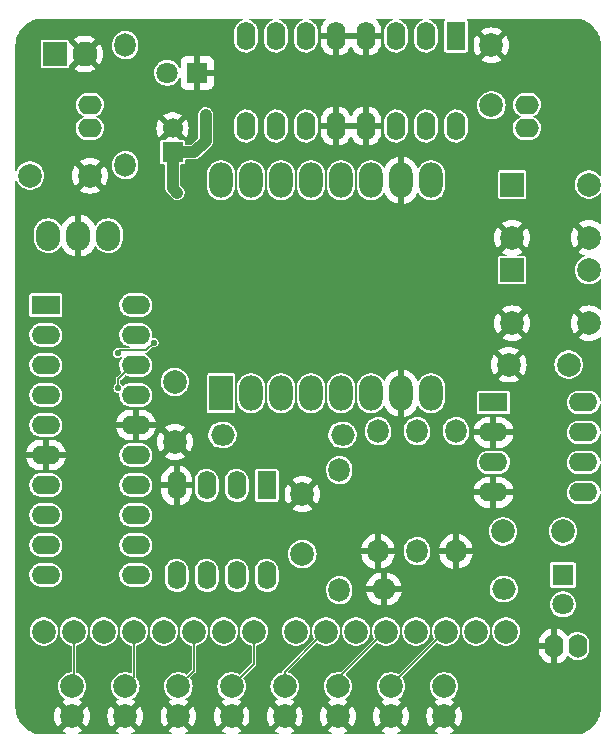
<source format=gbl>
G04 #@! TF.GenerationSoftware,KiCad,Pcbnew,7.0.11-7.0.11~ubuntu22.04.1*
G04 #@! TF.CreationDate,2025-03-19T11:11:55+01:00*
G04 #@! TF.ProjectId,dancebots-pcb,64616e63-6562-46f7-9473-2d7063622e6b,v8.3*
G04 #@! TF.SameCoordinates,Original*
G04 #@! TF.FileFunction,Copper,L2,Bot*
G04 #@! TF.FilePolarity,Positive*
%FSLAX46Y46*%
G04 Gerber Fmt 4.6, Leading zero omitted, Abs format (unit mm)*
G04 Created by KiCad (PCBNEW 7.0.11-7.0.11~ubuntu22.04.1) date 2025-03-19 11:11:55*
%MOMM*%
%LPD*%
G01*
G04 APERTURE LIST*
G04 #@! TA.AperFunction,ComponentPad*
%ADD10C,2.000000*%
G04 #@! TD*
G04 #@! TA.AperFunction,ComponentPad*
%ADD11R,1.700000X1.700000*%
G04 #@! TD*
G04 #@! TA.AperFunction,ComponentPad*
%ADD12C,1.700000*%
G04 #@! TD*
G04 #@! TA.AperFunction,ComponentPad*
%ADD13R,1.800000X1.800000*%
G04 #@! TD*
G04 #@! TA.AperFunction,ComponentPad*
%ADD14C,1.800000*%
G04 #@! TD*
G04 #@! TA.AperFunction,ComponentPad*
%ADD15R,2.000000X2.000000*%
G04 #@! TD*
G04 #@! TA.AperFunction,ComponentPad*
%ADD16C,2.100000*%
G04 #@! TD*
G04 #@! TA.AperFunction,ComponentPad*
%ADD17O,2.000000X1.600000*%
G04 #@! TD*
G04 #@! TA.AperFunction,ComponentPad*
%ADD18O,1.600000X2.000000*%
G04 #@! TD*
G04 #@! TA.AperFunction,ComponentPad*
%ADD19O,1.800000X2.000000*%
G04 #@! TD*
G04 #@! TA.AperFunction,ComponentPad*
%ADD20O,2.000000X1.800000*%
G04 #@! TD*
G04 #@! TA.AperFunction,ComponentPad*
%ADD21O,2.032000X2.540000*%
G04 #@! TD*
G04 #@! TA.AperFunction,ComponentPad*
%ADD22R,1.600000X2.400000*%
G04 #@! TD*
G04 #@! TA.AperFunction,ComponentPad*
%ADD23O,1.600000X2.400000*%
G04 #@! TD*
G04 #@! TA.AperFunction,ComponentPad*
%ADD24R,2.400000X1.600000*%
G04 #@! TD*
G04 #@! TA.AperFunction,ComponentPad*
%ADD25O,2.400000X1.600000*%
G04 #@! TD*
G04 #@! TA.AperFunction,ComponentPad*
%ADD26R,2.000000X3.000000*%
G04 #@! TD*
G04 #@! TA.AperFunction,ComponentPad*
%ADD27O,2.000000X3.000000*%
G04 #@! TD*
G04 #@! TA.AperFunction,ViaPad*
%ADD28C,0.560000*%
G04 #@! TD*
G04 #@! TA.AperFunction,Conductor*
%ADD29C,1.000000*%
G04 #@! TD*
G04 #@! TA.AperFunction,Conductor*
%ADD30C,0.127000*%
G04 #@! TD*
G04 APERTURE END LIST*
D10*
X101435000Y-102500000D03*
X106515000Y-102500000D03*
D11*
X113500000Y-100500000D03*
D12*
X113500000Y-98500000D03*
D10*
X140500000Y-91460000D03*
X140500000Y-96540000D03*
X113700000Y-125040000D03*
X113700000Y-119960000D03*
X141960000Y-118500000D03*
X147040000Y-118500000D03*
X141485000Y-132625000D03*
X146565000Y-132625000D03*
D13*
X146550000Y-136300000D03*
D14*
X146550000Y-138800000D03*
D10*
X124500000Y-134540000D03*
X124500000Y-129460000D03*
D13*
X115600000Y-93800000D03*
D14*
X113060000Y-93800000D03*
D15*
X103530000Y-92200000D03*
D16*
X106070000Y-92200000D03*
D17*
X106500000Y-98500000D03*
X106500000Y-96500000D03*
X143500000Y-96500000D03*
X143500000Y-98500000D03*
D18*
X147800000Y-142325000D03*
X145800000Y-142325000D03*
D10*
X105000000Y-148270000D03*
X105000000Y-145730000D03*
X109500000Y-148270000D03*
X109500000Y-145730000D03*
X114000000Y-148270000D03*
X114000000Y-145730000D03*
X118500000Y-148270000D03*
X118500000Y-145730000D03*
X123000000Y-148270000D03*
X123000000Y-145730000D03*
X127500000Y-148270000D03*
X127500000Y-145730000D03*
X132000000Y-148270000D03*
X132000000Y-145730000D03*
X136500000Y-148270000D03*
X136500000Y-145730000D03*
D19*
X109500000Y-101600000D03*
X109500000Y-91440000D03*
D20*
X131400000Y-137500000D03*
X141560000Y-137500000D03*
X127900000Y-124450000D03*
X117740000Y-124450000D03*
D10*
X102600000Y-141100000D03*
X105140000Y-141100000D03*
X107680000Y-141100000D03*
X110220000Y-141100000D03*
X112760000Y-141100000D03*
X115300000Y-141100000D03*
X117840000Y-141100000D03*
X120380000Y-141100000D03*
X123950000Y-141100000D03*
X126490000Y-141100000D03*
X129030000Y-141100000D03*
X131570000Y-141100000D03*
X134110000Y-141100000D03*
X136650000Y-141100000D03*
X139190000Y-141100000D03*
X141730000Y-141100000D03*
D21*
X102985000Y-107585000D03*
X105525000Y-107585000D03*
X108065000Y-107585000D03*
D22*
X137500000Y-90675000D03*
D23*
X134960000Y-90675000D03*
X132420000Y-90675000D03*
X129880000Y-90675000D03*
X127340000Y-90675000D03*
X124800000Y-90675000D03*
X122260000Y-90675000D03*
X119720000Y-90675000D03*
X119720000Y-98295000D03*
X122260000Y-98295000D03*
X124800000Y-98295000D03*
X127340000Y-98295000D03*
X129880000Y-98295000D03*
X132420000Y-98295000D03*
X134960000Y-98295000D03*
X137500000Y-98295000D03*
D24*
X102775000Y-113450000D03*
D25*
X102775000Y-115990000D03*
X102775000Y-118530000D03*
X102775000Y-121070000D03*
X102775000Y-123610000D03*
X102775000Y-126150000D03*
X102775000Y-128690000D03*
X102775000Y-131230000D03*
X102775000Y-133770000D03*
X102775000Y-136310000D03*
X110395000Y-136310000D03*
X110395000Y-133770000D03*
X110395000Y-131230000D03*
X110395000Y-128690000D03*
X110395000Y-126150000D03*
X110395000Y-123610000D03*
X110395000Y-121070000D03*
X110395000Y-118530000D03*
X110395000Y-115990000D03*
X110395000Y-113450000D03*
D24*
X140675000Y-121700000D03*
D25*
X140675000Y-124240000D03*
X140675000Y-126780000D03*
X140675000Y-129320000D03*
X148295000Y-129320000D03*
X148295000Y-126780000D03*
X148295000Y-124240000D03*
X148295000Y-121700000D03*
D22*
X121475000Y-128725000D03*
D23*
X118935000Y-128725000D03*
X116395000Y-128725000D03*
X113855000Y-128725000D03*
X113855000Y-136345000D03*
X116395000Y-136345000D03*
X118935000Y-136345000D03*
X121475000Y-136345000D03*
D26*
X117610000Y-120917000D03*
D27*
X120150000Y-120917000D03*
X122690000Y-120917000D03*
X125230000Y-120917000D03*
X127770000Y-120917000D03*
X130310000Y-120917000D03*
X132850000Y-120917000D03*
X135390000Y-120917000D03*
X135390000Y-102883000D03*
X132850000Y-102883000D03*
X130310000Y-102883000D03*
X127770000Y-102883000D03*
X125230000Y-102883000D03*
X122690000Y-102883000D03*
X120150000Y-102883000D03*
X117610000Y-102883000D03*
D19*
X134200000Y-134300000D03*
X134200000Y-124140000D03*
X137500000Y-134300000D03*
X137500000Y-124140000D03*
X127625000Y-127425000D03*
X127625000Y-137585000D03*
X130900000Y-134300000D03*
X130900000Y-124140000D03*
D15*
X142250000Y-110500000D03*
D10*
X148750000Y-110500000D03*
X142250000Y-115000000D03*
X148750000Y-115000000D03*
D15*
X142250000Y-103250000D03*
D10*
X148750000Y-103250000D03*
X142250000Y-107750000D03*
X148750000Y-107750000D03*
D28*
X116303499Y-97343500D03*
X113910000Y-103940000D03*
X108900000Y-120500000D03*
X108850000Y-117520000D03*
X111920159Y-116630000D03*
D29*
X113500000Y-100500000D02*
X115350000Y-100500000D01*
X113500000Y-100500000D02*
X113500000Y-103530000D01*
X115350000Y-100500000D02*
X116303499Y-99546501D01*
X116303499Y-99546501D02*
X116303499Y-97343500D01*
X113500000Y-103530000D02*
X113910000Y-103940000D01*
D30*
X105165000Y-141625000D02*
X105165000Y-145565000D01*
X110245000Y-141625000D02*
X110245000Y-144985000D01*
X110245000Y-144985000D02*
X109500000Y-145730000D01*
X115325000Y-144405000D02*
X114000000Y-145730000D01*
X115325000Y-141625000D02*
X115325000Y-144405000D01*
X120380000Y-143850000D02*
X118500000Y-145730000D01*
X120380000Y-141100000D02*
X120380000Y-143850000D01*
X125890000Y-141600000D02*
X123000000Y-144490000D01*
X123000000Y-144490000D02*
X123000000Y-145730000D01*
X130970000Y-141600000D02*
X127500000Y-145070000D01*
X136050000Y-141600000D02*
X132000000Y-145650000D01*
X110070000Y-118530000D02*
X108900000Y-119700000D01*
X108900000Y-119700000D02*
X108900000Y-120500000D01*
X109070000Y-117300000D02*
X108850000Y-117520000D01*
X111250159Y-117300000D02*
X109070000Y-117300000D01*
X111920159Y-116630000D02*
X111250159Y-117300000D01*
G04 #@! TA.AperFunction,Conductor*
G36*
X129552359Y-98056955D02*
G01*
X129494835Y-98169852D01*
X129475014Y-98295000D01*
X129494835Y-98420148D01*
X129552359Y-98533045D01*
X129568314Y-98549000D01*
X127651686Y-98549000D01*
X127667641Y-98533045D01*
X127725165Y-98420148D01*
X127744986Y-98295000D01*
X127725165Y-98169852D01*
X127667641Y-98056955D01*
X127651686Y-98041000D01*
X129568314Y-98041000D01*
X129552359Y-98056955D01*
G37*
G04 #@! TD.AperFunction*
G04 #@! TA.AperFunction,Conductor*
G36*
X119435968Y-89218806D02*
G01*
X119454274Y-89263000D01*
X119435968Y-89307194D01*
X119413481Y-89321608D01*
X119362408Y-89340524D01*
X119277111Y-89372114D01*
X119104433Y-89479744D01*
X119104431Y-89479745D01*
X118956947Y-89619939D01*
X118840705Y-89786950D01*
X118760459Y-89973942D01*
X118719500Y-90173256D01*
X118719500Y-91125749D01*
X118734925Y-91277435D01*
X118734925Y-91277436D01*
X118765868Y-91376057D01*
X118795841Y-91471588D01*
X118894591Y-91649502D01*
X118894595Y-91649507D01*
X118894596Y-91649508D01*
X119027129Y-91803890D01*
X119027131Y-91803891D01*
X119027134Y-91803895D01*
X119188042Y-91928448D01*
X119370729Y-92018060D01*
X119567715Y-92069063D01*
X119770936Y-92079369D01*
X119972071Y-92048556D01*
X120162887Y-91977886D01*
X120335571Y-91870252D01*
X120483053Y-91730059D01*
X120599295Y-91563049D01*
X120679540Y-91376058D01*
X120720500Y-91176741D01*
X120720500Y-90224258D01*
X120720500Y-90224250D01*
X120705074Y-90072564D01*
X120705074Y-90072563D01*
X120674510Y-89975149D01*
X120644159Y-89878412D01*
X120545409Y-89700498D01*
X120476251Y-89619939D01*
X120412870Y-89546109D01*
X120412868Y-89546107D01*
X120412866Y-89546105D01*
X120251958Y-89421552D01*
X120069271Y-89331940D01*
X120036689Y-89323504D01*
X119998496Y-89294706D01*
X119991852Y-89247334D01*
X120020651Y-89209139D01*
X120052357Y-89200500D01*
X121931774Y-89200500D01*
X121975968Y-89218806D01*
X121994274Y-89263000D01*
X121975968Y-89307194D01*
X121953481Y-89321608D01*
X121902408Y-89340524D01*
X121817111Y-89372114D01*
X121644433Y-89479744D01*
X121644431Y-89479745D01*
X121496947Y-89619939D01*
X121380705Y-89786950D01*
X121300459Y-89973942D01*
X121259500Y-90173256D01*
X121259500Y-91125749D01*
X121274925Y-91277435D01*
X121274925Y-91277436D01*
X121305868Y-91376057D01*
X121335841Y-91471588D01*
X121434591Y-91649502D01*
X121434595Y-91649507D01*
X121434596Y-91649508D01*
X121567129Y-91803890D01*
X121567131Y-91803891D01*
X121567134Y-91803895D01*
X121728042Y-91928448D01*
X121910729Y-92018060D01*
X122107715Y-92069063D01*
X122310936Y-92079369D01*
X122512071Y-92048556D01*
X122702887Y-91977886D01*
X122875571Y-91870252D01*
X123023053Y-91730059D01*
X123139295Y-91563049D01*
X123219540Y-91376058D01*
X123260500Y-91176741D01*
X123260500Y-90224258D01*
X123260500Y-90224250D01*
X123245074Y-90072564D01*
X123245074Y-90072563D01*
X123214510Y-89975149D01*
X123184159Y-89878412D01*
X123085409Y-89700498D01*
X123016251Y-89619939D01*
X122952870Y-89546109D01*
X122952868Y-89546107D01*
X122952866Y-89546105D01*
X122791958Y-89421552D01*
X122609271Y-89331940D01*
X122576689Y-89323504D01*
X122538496Y-89294706D01*
X122531852Y-89247334D01*
X122560651Y-89209139D01*
X122592357Y-89200500D01*
X124471774Y-89200500D01*
X124515968Y-89218806D01*
X124534274Y-89263000D01*
X124515968Y-89307194D01*
X124493481Y-89321608D01*
X124442408Y-89340524D01*
X124357111Y-89372114D01*
X124184433Y-89479744D01*
X124184431Y-89479745D01*
X124036947Y-89619939D01*
X123920705Y-89786950D01*
X123840459Y-89973942D01*
X123799500Y-90173256D01*
X123799500Y-91125749D01*
X123814925Y-91277435D01*
X123814925Y-91277436D01*
X123845868Y-91376057D01*
X123875841Y-91471588D01*
X123974591Y-91649502D01*
X123974595Y-91649507D01*
X123974596Y-91649508D01*
X124107129Y-91803890D01*
X124107131Y-91803891D01*
X124107134Y-91803895D01*
X124268042Y-91928448D01*
X124450729Y-92018060D01*
X124647715Y-92069063D01*
X124850936Y-92079369D01*
X125052071Y-92048556D01*
X125242887Y-91977886D01*
X125415571Y-91870252D01*
X125563053Y-91730059D01*
X125679295Y-91563049D01*
X125759540Y-91376058D01*
X125800500Y-91176741D01*
X125800500Y-90224258D01*
X125800500Y-90224250D01*
X125785074Y-90072564D01*
X125785074Y-90072563D01*
X125754510Y-89975149D01*
X125724159Y-89878412D01*
X125625409Y-89700498D01*
X125556251Y-89619939D01*
X125492870Y-89546109D01*
X125492868Y-89546107D01*
X125492866Y-89546105D01*
X125331958Y-89421552D01*
X125149271Y-89331940D01*
X125116689Y-89323504D01*
X125078496Y-89294706D01*
X125071852Y-89247334D01*
X125100651Y-89209139D01*
X125132357Y-89200500D01*
X126413820Y-89200500D01*
X126458014Y-89218806D01*
X126476320Y-89263000D01*
X126458014Y-89307194D01*
X126334187Y-89431020D01*
X126202911Y-89618502D01*
X126106186Y-89825930D01*
X126106185Y-89825932D01*
X126046953Y-90046988D01*
X126046950Y-90047004D01*
X126032000Y-90217892D01*
X126032000Y-90421000D01*
X127028314Y-90421000D01*
X127012359Y-90436955D01*
X126954835Y-90549852D01*
X126935014Y-90675000D01*
X126954835Y-90800148D01*
X127012359Y-90913045D01*
X127028314Y-90929000D01*
X126032000Y-90929000D01*
X126032000Y-91132107D01*
X126046950Y-91302995D01*
X126046953Y-91303011D01*
X126106185Y-91524067D01*
X126106186Y-91524069D01*
X126202911Y-91731497D01*
X126334187Y-91918979D01*
X126496020Y-92080812D01*
X126683503Y-92212088D01*
X126683501Y-92212088D01*
X126890930Y-92308813D01*
X126890932Y-92308814D01*
X127085998Y-92361082D01*
X127086000Y-92361081D01*
X127086000Y-90986686D01*
X127101955Y-91002641D01*
X127214852Y-91060165D01*
X127308519Y-91075000D01*
X127371481Y-91075000D01*
X127465148Y-91060165D01*
X127578045Y-91002641D01*
X127594000Y-90986686D01*
X127594000Y-92361081D01*
X127594001Y-92361082D01*
X127789067Y-92308814D01*
X127789069Y-92308813D01*
X127996497Y-92212088D01*
X128183979Y-92080812D01*
X128345812Y-91918979D01*
X128477088Y-91731496D01*
X128477090Y-91731493D01*
X128553356Y-91567941D01*
X128588624Y-91535623D01*
X128636413Y-91537710D01*
X128666644Y-91567941D01*
X128742909Y-91731493D01*
X128742911Y-91731496D01*
X128874187Y-91918979D01*
X129036020Y-92080812D01*
X129223503Y-92212088D01*
X129223501Y-92212088D01*
X129430930Y-92308813D01*
X129430932Y-92308814D01*
X129625998Y-92361082D01*
X129626000Y-92361081D01*
X129626000Y-90986686D01*
X129641955Y-91002641D01*
X129754852Y-91060165D01*
X129848519Y-91075000D01*
X129911481Y-91075000D01*
X130005148Y-91060165D01*
X130118045Y-91002641D01*
X130134000Y-90986686D01*
X130134000Y-92361081D01*
X130134001Y-92361082D01*
X130329067Y-92308814D01*
X130329069Y-92308813D01*
X130536497Y-92212088D01*
X130723979Y-92080812D01*
X130885812Y-91918979D01*
X131017088Y-91731497D01*
X131113813Y-91524069D01*
X131113814Y-91524067D01*
X131173046Y-91303011D01*
X131173049Y-91302995D01*
X131188000Y-91132107D01*
X131188000Y-90929000D01*
X130191686Y-90929000D01*
X130207641Y-90913045D01*
X130265165Y-90800148D01*
X130284986Y-90675000D01*
X130265165Y-90549852D01*
X130207641Y-90436955D01*
X130191686Y-90421000D01*
X131188000Y-90421000D01*
X131188000Y-90217892D01*
X131173049Y-90047004D01*
X131173046Y-90046988D01*
X131113814Y-89825932D01*
X131113813Y-89825930D01*
X131017088Y-89618502D01*
X130885812Y-89431020D01*
X130761986Y-89307194D01*
X130743680Y-89263000D01*
X130761986Y-89218806D01*
X130806180Y-89200500D01*
X132091774Y-89200500D01*
X132135968Y-89218806D01*
X132154274Y-89263000D01*
X132135968Y-89307194D01*
X132113481Y-89321608D01*
X132062408Y-89340524D01*
X131977111Y-89372114D01*
X131804433Y-89479744D01*
X131804431Y-89479745D01*
X131656947Y-89619939D01*
X131540705Y-89786950D01*
X131460459Y-89973942D01*
X131419500Y-90173256D01*
X131419500Y-91125749D01*
X131434925Y-91277435D01*
X131434925Y-91277436D01*
X131465868Y-91376057D01*
X131495841Y-91471588D01*
X131594591Y-91649502D01*
X131594595Y-91649507D01*
X131594596Y-91649508D01*
X131727129Y-91803890D01*
X131727131Y-91803891D01*
X131727134Y-91803895D01*
X131888042Y-91928448D01*
X132070729Y-92018060D01*
X132267715Y-92069063D01*
X132470936Y-92079369D01*
X132672071Y-92048556D01*
X132862887Y-91977886D01*
X133035571Y-91870252D01*
X133183053Y-91730059D01*
X133299295Y-91563049D01*
X133379540Y-91376058D01*
X133420500Y-91176741D01*
X133420500Y-90224258D01*
X133420500Y-90224250D01*
X133405074Y-90072564D01*
X133405074Y-90072563D01*
X133374510Y-89975149D01*
X133344159Y-89878412D01*
X133245409Y-89700498D01*
X133176251Y-89619939D01*
X133112870Y-89546109D01*
X133112868Y-89546107D01*
X133112866Y-89546105D01*
X132951958Y-89421552D01*
X132769271Y-89331940D01*
X132736689Y-89323504D01*
X132698496Y-89294706D01*
X132691852Y-89247334D01*
X132720651Y-89209139D01*
X132752357Y-89200500D01*
X134631774Y-89200500D01*
X134675968Y-89218806D01*
X134694274Y-89263000D01*
X134675968Y-89307194D01*
X134653481Y-89321608D01*
X134602408Y-89340524D01*
X134517111Y-89372114D01*
X134344433Y-89479744D01*
X134344431Y-89479745D01*
X134196947Y-89619939D01*
X134080705Y-89786950D01*
X134000459Y-89973942D01*
X133959500Y-90173256D01*
X133959500Y-91125749D01*
X133974925Y-91277435D01*
X133974925Y-91277436D01*
X134005868Y-91376057D01*
X134035841Y-91471588D01*
X134134591Y-91649502D01*
X134134595Y-91649507D01*
X134134596Y-91649508D01*
X134267129Y-91803890D01*
X134267131Y-91803891D01*
X134267134Y-91803895D01*
X134428042Y-91928448D01*
X134610729Y-92018060D01*
X134807715Y-92069063D01*
X135010936Y-92079369D01*
X135212071Y-92048556D01*
X135402887Y-91977886D01*
X135575571Y-91870252D01*
X135723053Y-91730059D01*
X135839295Y-91563049D01*
X135919540Y-91376058D01*
X135960500Y-91176741D01*
X135960500Y-90224258D01*
X135960500Y-90224250D01*
X135945074Y-90072564D01*
X135945074Y-90072563D01*
X135914510Y-89975149D01*
X135884159Y-89878412D01*
X135785409Y-89700498D01*
X135716251Y-89619939D01*
X135652870Y-89546109D01*
X135652868Y-89546107D01*
X135652866Y-89546105D01*
X135491958Y-89421552D01*
X135309271Y-89331940D01*
X135276689Y-89323504D01*
X135238496Y-89294706D01*
X135231852Y-89247334D01*
X135260651Y-89209139D01*
X135292357Y-89200500D01*
X136543893Y-89200500D01*
X136588087Y-89218806D01*
X136606393Y-89263000D01*
X136588087Y-89307194D01*
X136578616Y-89314967D01*
X136555447Y-89330447D01*
X136511133Y-89396767D01*
X136511132Y-89396769D01*
X136499500Y-89455251D01*
X136499500Y-91894748D01*
X136511132Y-91953230D01*
X136511133Y-91953232D01*
X136555447Y-92019552D01*
X136621767Y-92063866D01*
X136621769Y-92063867D01*
X136680252Y-92075500D01*
X138319748Y-92075500D01*
X138378231Y-92063867D01*
X138444552Y-92019552D01*
X138488867Y-91953231D01*
X138500500Y-91894748D01*
X138500500Y-91460004D01*
X138987337Y-91460004D01*
X139005958Y-91696626D01*
X139005959Y-91696630D01*
X139061370Y-91927432D01*
X139152208Y-92146736D01*
X139266896Y-92333890D01*
X139266896Y-92333891D01*
X140101272Y-91499514D01*
X140114835Y-91585148D01*
X140172359Y-91698045D01*
X140261955Y-91787641D01*
X140374852Y-91845165D01*
X140460482Y-91858727D01*
X139626107Y-92693101D01*
X139813260Y-92807790D01*
X140032567Y-92898629D01*
X140263369Y-92954040D01*
X140263373Y-92954041D01*
X140499996Y-92972663D01*
X140500004Y-92972663D01*
X140736626Y-92954041D01*
X140736630Y-92954040D01*
X140967432Y-92898629D01*
X141186736Y-92807791D01*
X141373891Y-92693101D01*
X140539517Y-91858727D01*
X140625148Y-91845165D01*
X140738045Y-91787641D01*
X140827641Y-91698045D01*
X140885165Y-91585148D01*
X140898727Y-91499517D01*
X141733101Y-92333891D01*
X141847791Y-92146736D01*
X141938629Y-91927432D01*
X141994040Y-91696630D01*
X141994041Y-91696626D01*
X142012663Y-91460004D01*
X142012663Y-91459995D01*
X141994041Y-91223373D01*
X141994040Y-91223369D01*
X141938629Y-90992567D01*
X141847790Y-90773260D01*
X141733101Y-90586108D01*
X141733101Y-90586107D01*
X140898727Y-91420481D01*
X140885165Y-91334852D01*
X140827641Y-91221955D01*
X140738045Y-91132359D01*
X140625148Y-91074835D01*
X140539514Y-91061272D01*
X141373891Y-90226896D01*
X141186736Y-90112208D01*
X140967432Y-90021370D01*
X140736630Y-89965959D01*
X140736626Y-89965958D01*
X140500004Y-89947337D01*
X140499996Y-89947337D01*
X140263373Y-89965958D01*
X140263369Y-89965959D01*
X140032567Y-90021370D01*
X139813263Y-90112208D01*
X139626108Y-90226896D01*
X139626107Y-90226896D01*
X140460483Y-91061272D01*
X140374852Y-91074835D01*
X140261955Y-91132359D01*
X140172359Y-91221955D01*
X140114835Y-91334852D01*
X140101272Y-91420483D01*
X139266896Y-90586107D01*
X139266896Y-90586108D01*
X139152208Y-90773263D01*
X139061370Y-90992567D01*
X139005959Y-91223369D01*
X139005958Y-91223373D01*
X138987337Y-91459995D01*
X138987337Y-91460004D01*
X138500500Y-91460004D01*
X138500500Y-89455252D01*
X138488867Y-89396769D01*
X138472393Y-89372114D01*
X138444552Y-89330447D01*
X138421384Y-89314967D01*
X138394808Y-89275193D01*
X138404140Y-89228277D01*
X138443914Y-89201701D01*
X138456107Y-89200500D01*
X147460118Y-89200500D01*
X147498111Y-89200500D01*
X147501884Y-89200614D01*
X147513870Y-89201339D01*
X147773415Y-89217038D01*
X147780880Y-89217945D01*
X148046586Y-89266637D01*
X148053913Y-89268443D01*
X148257685Y-89331941D01*
X148311801Y-89348804D01*
X148318857Y-89351479D01*
X148565193Y-89462346D01*
X148571863Y-89465848D01*
X148803037Y-89605598D01*
X148809231Y-89609873D01*
X149021877Y-89776470D01*
X149027526Y-89781475D01*
X149218524Y-89972473D01*
X149223529Y-89978122D01*
X149390124Y-90190764D01*
X149394404Y-90196965D01*
X149506627Y-90382605D01*
X149534148Y-90428130D01*
X149537656Y-90434813D01*
X149648519Y-90681141D01*
X149651195Y-90688198D01*
X149731556Y-90946086D01*
X149733362Y-90953414D01*
X149782052Y-91219104D01*
X149782962Y-91226596D01*
X149799386Y-91498115D01*
X149799500Y-91501889D01*
X149799500Y-102461202D01*
X149781194Y-102505396D01*
X149737000Y-102523702D01*
X149692806Y-102505396D01*
X149687124Y-102498867D01*
X149640984Y-102437768D01*
X149640981Y-102437764D01*
X149520003Y-102327478D01*
X149476566Y-102287879D01*
X149476563Y-102287877D01*
X149476562Y-102287876D01*
X149287401Y-102170753D01*
X149287399Y-102170752D01*
X149227100Y-102147392D01*
X149079940Y-102090382D01*
X149079937Y-102090381D01*
X149079936Y-102090381D01*
X148861247Y-102049500D01*
X148861243Y-102049500D01*
X148638757Y-102049500D01*
X148638752Y-102049500D01*
X148420063Y-102090381D01*
X148212600Y-102170752D01*
X148023433Y-102287879D01*
X147859017Y-102437766D01*
X147859010Y-102437773D01*
X147724945Y-102615305D01*
X147724942Y-102615311D01*
X147625771Y-102814471D01*
X147564885Y-103028459D01*
X147564883Y-103028471D01*
X147544357Y-103249995D01*
X147544357Y-103250004D01*
X147564883Y-103471528D01*
X147564885Y-103471540D01*
X147609671Y-103628943D01*
X147625771Y-103685528D01*
X147724942Y-103884689D01*
X147724943Y-103884690D01*
X147724945Y-103884694D01*
X147859010Y-104062226D01*
X147859015Y-104062231D01*
X147859019Y-104062236D01*
X147959950Y-104154247D01*
X148023433Y-104212120D01*
X148023434Y-104212121D01*
X148023438Y-104212124D01*
X148212599Y-104329247D01*
X148420060Y-104409618D01*
X148638757Y-104450500D01*
X148638760Y-104450500D01*
X148861240Y-104450500D01*
X148861243Y-104450500D01*
X149079940Y-104409618D01*
X149287401Y-104329247D01*
X149476562Y-104212124D01*
X149640981Y-104062236D01*
X149672757Y-104020157D01*
X149687124Y-104001133D01*
X149728365Y-103976896D01*
X149774664Y-103988921D01*
X149798901Y-104030162D01*
X149799500Y-104038797D01*
X149799500Y-106527633D01*
X149781194Y-106571827D01*
X149737000Y-106590133D01*
X149696410Y-106575159D01*
X149639117Y-106526227D01*
X149436736Y-106402208D01*
X149217432Y-106311370D01*
X148986630Y-106255959D01*
X148986626Y-106255958D01*
X148750004Y-106237337D01*
X148749996Y-106237337D01*
X148513373Y-106255958D01*
X148513369Y-106255959D01*
X148282567Y-106311370D01*
X148063263Y-106402208D01*
X147876108Y-106516896D01*
X147876107Y-106516896D01*
X148622412Y-107263202D01*
X148607685Y-107265320D01*
X148476900Y-107325048D01*
X148368239Y-107419202D01*
X148290507Y-107540156D01*
X148265638Y-107624849D01*
X147516896Y-106876107D01*
X147516896Y-106876108D01*
X147402208Y-107063263D01*
X147311370Y-107282567D01*
X147255959Y-107513369D01*
X147255958Y-107513373D01*
X147237337Y-107749995D01*
X147237337Y-107749999D01*
X147255958Y-107986626D01*
X147255959Y-107986630D01*
X147311370Y-108217432D01*
X147402208Y-108436736D01*
X147516896Y-108623890D01*
X147516896Y-108623891D01*
X148265638Y-107875148D01*
X148290507Y-107959844D01*
X148368239Y-108080798D01*
X148476900Y-108174952D01*
X148607685Y-108234680D01*
X148622410Y-108236797D01*
X147876107Y-108983101D01*
X148063260Y-109097790D01*
X148282567Y-109188629D01*
X148414636Y-109220336D01*
X148453336Y-109248453D01*
X148460819Y-109295699D01*
X148432702Y-109334399D01*
X148422624Y-109339388D01*
X148212603Y-109420750D01*
X148023433Y-109537879D01*
X147859017Y-109687766D01*
X147859010Y-109687773D01*
X147724945Y-109865305D01*
X147724942Y-109865311D01*
X147625771Y-110064471D01*
X147564885Y-110278459D01*
X147564883Y-110278471D01*
X147544357Y-110499995D01*
X147544357Y-110500004D01*
X147564883Y-110721528D01*
X147564885Y-110721540D01*
X147625771Y-110935528D01*
X147724942Y-111134689D01*
X147724943Y-111134690D01*
X147724945Y-111134694D01*
X147859010Y-111312226D01*
X147859015Y-111312231D01*
X147859019Y-111312236D01*
X147970539Y-111413900D01*
X148023433Y-111462120D01*
X148023434Y-111462121D01*
X148023438Y-111462124D01*
X148212599Y-111579247D01*
X148420060Y-111659618D01*
X148638757Y-111700500D01*
X148638760Y-111700500D01*
X148861240Y-111700500D01*
X148861243Y-111700500D01*
X149079940Y-111659618D01*
X149287401Y-111579247D01*
X149476562Y-111462124D01*
X149640981Y-111312236D01*
X149687124Y-111251133D01*
X149728365Y-111226896D01*
X149774664Y-111238921D01*
X149798901Y-111280162D01*
X149799500Y-111288797D01*
X149799500Y-113777633D01*
X149781194Y-113821827D01*
X149737000Y-113840133D01*
X149696410Y-113825159D01*
X149639117Y-113776227D01*
X149436736Y-113652208D01*
X149217432Y-113561370D01*
X148986630Y-113505959D01*
X148986626Y-113505958D01*
X148750004Y-113487337D01*
X148749996Y-113487337D01*
X148513373Y-113505958D01*
X148513369Y-113505959D01*
X148282567Y-113561370D01*
X148063263Y-113652208D01*
X147876108Y-113766896D01*
X147876107Y-113766896D01*
X148622412Y-114513202D01*
X148607685Y-114515320D01*
X148476900Y-114575048D01*
X148368239Y-114669202D01*
X148290507Y-114790156D01*
X148265638Y-114874849D01*
X147516896Y-114126107D01*
X147516896Y-114126108D01*
X147402208Y-114313263D01*
X147311370Y-114532567D01*
X147255959Y-114763369D01*
X147255958Y-114763373D01*
X147237337Y-114999995D01*
X147237337Y-114999999D01*
X147255958Y-115236626D01*
X147255959Y-115236630D01*
X147311370Y-115467432D01*
X147402208Y-115686736D01*
X147516896Y-115873890D01*
X147516896Y-115873891D01*
X148265638Y-115125148D01*
X148290507Y-115209844D01*
X148368239Y-115330798D01*
X148476900Y-115424952D01*
X148607685Y-115484680D01*
X148622410Y-115486797D01*
X147876107Y-116233101D01*
X148063260Y-116347790D01*
X148282567Y-116438629D01*
X148513369Y-116494040D01*
X148513373Y-116494041D01*
X148749996Y-116512663D01*
X148750004Y-116512663D01*
X148986626Y-116494041D01*
X148986630Y-116494040D01*
X149217432Y-116438629D01*
X149436736Y-116347791D01*
X149639118Y-116223771D01*
X149696409Y-116174841D01*
X149741904Y-116160059D01*
X149784525Y-116181775D01*
X149799500Y-116222366D01*
X149799500Y-121481971D01*
X149781194Y-121526165D01*
X149737000Y-121544471D01*
X149692806Y-121526165D01*
X149675221Y-121491435D01*
X149672323Y-121472521D01*
X149668556Y-121447929D01*
X149597886Y-121257113D01*
X149537667Y-121160500D01*
X149490255Y-121084433D01*
X149490254Y-121084431D01*
X149350060Y-120936947D01*
X149183049Y-120820705D01*
X148996057Y-120740459D01*
X148796743Y-120699500D01*
X148796741Y-120699500D01*
X147844258Y-120699500D01*
X147844251Y-120699500D01*
X147692564Y-120714925D01*
X147692563Y-120714925D01*
X147498411Y-120775841D01*
X147415665Y-120821769D01*
X147320498Y-120874591D01*
X147320496Y-120874592D01*
X147320491Y-120874596D01*
X147166109Y-121007129D01*
X147166105Y-121007134D01*
X147041555Y-121168037D01*
X147041553Y-121168040D01*
X146965998Y-121322070D01*
X146951940Y-121350729D01*
X146920411Y-121472503D01*
X146900937Y-121547715D01*
X146890631Y-121750938D01*
X146921019Y-121949295D01*
X146921444Y-121952071D01*
X146946366Y-122019362D01*
X146992114Y-122142888D01*
X147099744Y-122315566D01*
X147099745Y-122315568D01*
X147239939Y-122463052D01*
X147286174Y-122495232D01*
X147406951Y-122579295D01*
X147593942Y-122659540D01*
X147793259Y-122700500D01*
X147793262Y-122700500D01*
X148745749Y-122700500D01*
X148860148Y-122688866D01*
X148897438Y-122685074D01*
X149091588Y-122624159D01*
X149269502Y-122525409D01*
X149423895Y-122392866D01*
X149548448Y-122231958D01*
X149638060Y-122049271D01*
X149676496Y-121900821D01*
X149705294Y-121862628D01*
X149752666Y-121855984D01*
X149790861Y-121884783D01*
X149799500Y-121916489D01*
X149799500Y-124021971D01*
X149781194Y-124066165D01*
X149737000Y-124084471D01*
X149692806Y-124066165D01*
X149675221Y-124031435D01*
X149671937Y-124010000D01*
X149668556Y-123987929D01*
X149597886Y-123797113D01*
X149597885Y-123797111D01*
X149490255Y-123624433D01*
X149490254Y-123624431D01*
X149350060Y-123476947D01*
X149183049Y-123360705D01*
X148996057Y-123280459D01*
X148796743Y-123239500D01*
X148796741Y-123239500D01*
X147844258Y-123239500D01*
X147844251Y-123239500D01*
X147692564Y-123254925D01*
X147692563Y-123254925D01*
X147498411Y-123315841D01*
X147366109Y-123389275D01*
X147320498Y-123414591D01*
X147320496Y-123414592D01*
X147320491Y-123414596D01*
X147166109Y-123547129D01*
X147166105Y-123547134D01*
X147041555Y-123708037D01*
X147041553Y-123708040D01*
X146965051Y-123864001D01*
X146951940Y-123890729D01*
X146900937Y-124087715D01*
X146896962Y-124166107D01*
X146890631Y-124290938D01*
X146921019Y-124489295D01*
X146921444Y-124492071D01*
X146937031Y-124534158D01*
X146992114Y-124682888D01*
X147099744Y-124855566D01*
X147099745Y-124855568D01*
X147239939Y-125003052D01*
X147254104Y-125012911D01*
X147406951Y-125119295D01*
X147593942Y-125199540D01*
X147793259Y-125240500D01*
X147793262Y-125240500D01*
X148745749Y-125240500D01*
X148851929Y-125229701D01*
X148897438Y-125225074D01*
X149091588Y-125164159D01*
X149269502Y-125065409D01*
X149423895Y-124932866D01*
X149548448Y-124771958D01*
X149638060Y-124589271D01*
X149676496Y-124440821D01*
X149705294Y-124402628D01*
X149752666Y-124395984D01*
X149790861Y-124424783D01*
X149799500Y-124456489D01*
X149799500Y-126561971D01*
X149781194Y-126606165D01*
X149737000Y-126624471D01*
X149692806Y-126606165D01*
X149675221Y-126571435D01*
X149671937Y-126550000D01*
X149668556Y-126527929D01*
X149597886Y-126337113D01*
X149562472Y-126280296D01*
X149490255Y-126164433D01*
X149490254Y-126164431D01*
X149350060Y-126016947D01*
X149183049Y-125900705D01*
X148996057Y-125820459D01*
X148796743Y-125779500D01*
X148796741Y-125779500D01*
X147844258Y-125779500D01*
X147844251Y-125779500D01*
X147692564Y-125794925D01*
X147692563Y-125794925D01*
X147498411Y-125855841D01*
X147349946Y-125938245D01*
X147320498Y-125954591D01*
X147320496Y-125954592D01*
X147320491Y-125954596D01*
X147166109Y-126087129D01*
X147166105Y-126087134D01*
X147041555Y-126248037D01*
X147041553Y-126248040D01*
X146955004Y-126424483D01*
X146951940Y-126430729D01*
X146917922Y-126562114D01*
X146900937Y-126627715D01*
X146890631Y-126830938D01*
X146921019Y-127029295D01*
X146921444Y-127032071D01*
X146937031Y-127074158D01*
X146992114Y-127222888D01*
X147099744Y-127395566D01*
X147099745Y-127395568D01*
X147239939Y-127543052D01*
X147316163Y-127596105D01*
X147406951Y-127659295D01*
X147593942Y-127739540D01*
X147793259Y-127780500D01*
X147793262Y-127780500D01*
X148745749Y-127780500D01*
X148851929Y-127769701D01*
X148897438Y-127765074D01*
X149091588Y-127704159D01*
X149269502Y-127605409D01*
X149423895Y-127472866D01*
X149548448Y-127311958D01*
X149638060Y-127129271D01*
X149676496Y-126980821D01*
X149705294Y-126942628D01*
X149752666Y-126935984D01*
X149790861Y-126964783D01*
X149799500Y-126996489D01*
X149799500Y-129101971D01*
X149781194Y-129146165D01*
X149737000Y-129164471D01*
X149692806Y-129146165D01*
X149675221Y-129111435D01*
X149673590Y-129100788D01*
X149668556Y-129067929D01*
X149597886Y-128877113D01*
X149597885Y-128877111D01*
X149490255Y-128704433D01*
X149490254Y-128704431D01*
X149350060Y-128556947D01*
X149183049Y-128440705D01*
X148996057Y-128360459D01*
X148796743Y-128319500D01*
X148796741Y-128319500D01*
X147844258Y-128319500D01*
X147844251Y-128319500D01*
X147692564Y-128334925D01*
X147692563Y-128334925D01*
X147498411Y-128395841D01*
X147417582Y-128440705D01*
X147320498Y-128494591D01*
X147320496Y-128494592D01*
X147320491Y-128494596D01*
X147166109Y-128627129D01*
X147166105Y-128627134D01*
X147041555Y-128788037D01*
X147041553Y-128788040D01*
X146965998Y-128942070D01*
X146951940Y-128970729D01*
X146900937Y-129167715D01*
X146897944Y-129226743D01*
X146890631Y-129370938D01*
X146921019Y-129569295D01*
X146921444Y-129572071D01*
X146937031Y-129614158D01*
X146992114Y-129762888D01*
X147099744Y-129935566D01*
X147099745Y-129935568D01*
X147239939Y-130083052D01*
X147291678Y-130119063D01*
X147406951Y-130199295D01*
X147593942Y-130279540D01*
X147793259Y-130320500D01*
X147793262Y-130320500D01*
X148745749Y-130320500D01*
X148851929Y-130309701D01*
X148897438Y-130305074D01*
X149091588Y-130244159D01*
X149269502Y-130145409D01*
X149423895Y-130012866D01*
X149548448Y-129851958D01*
X149638060Y-129669271D01*
X149676496Y-129520821D01*
X149705294Y-129482628D01*
X149752666Y-129475984D01*
X149790861Y-129504783D01*
X149799500Y-129536489D01*
X149799500Y-147498110D01*
X149799386Y-147501884D01*
X149782962Y-147773403D01*
X149782052Y-147780895D01*
X149733362Y-148046585D01*
X149731556Y-148053913D01*
X149651195Y-148311801D01*
X149648519Y-148318858D01*
X149537656Y-148565186D01*
X149534148Y-148571869D01*
X149394407Y-148803029D01*
X149390120Y-148809240D01*
X149223529Y-149021877D01*
X149218524Y-149027526D01*
X149027526Y-149218524D01*
X149021877Y-149223529D01*
X148809240Y-149390120D01*
X148803029Y-149394407D01*
X148571869Y-149534148D01*
X148565186Y-149537656D01*
X148318858Y-149648519D01*
X148311801Y-149651195D01*
X148053913Y-149731556D01*
X148046585Y-149733362D01*
X147780895Y-149782052D01*
X147773403Y-149782962D01*
X147501885Y-149799386D01*
X147498111Y-149799500D01*
X137062263Y-149799500D01*
X137018069Y-149781194D01*
X136999763Y-149737000D01*
X137018069Y-149692806D01*
X137038345Y-149679257D01*
X137186736Y-149617791D01*
X137373891Y-149503101D01*
X136627587Y-148756797D01*
X136642315Y-148754680D01*
X136773100Y-148694952D01*
X136881761Y-148600798D01*
X136959493Y-148479844D01*
X136984360Y-148395150D01*
X137733101Y-149143891D01*
X137847791Y-148956736D01*
X137938629Y-148737432D01*
X137994040Y-148506630D01*
X137994041Y-148506626D01*
X138012663Y-148270004D01*
X138012663Y-148269995D01*
X137994041Y-148033373D01*
X137994040Y-148033369D01*
X137938629Y-147802567D01*
X137847790Y-147583260D01*
X137733101Y-147396108D01*
X137733101Y-147396107D01*
X136984360Y-148144848D01*
X136959493Y-148060156D01*
X136881761Y-147939202D01*
X136773100Y-147845048D01*
X136642315Y-147785320D01*
X136627584Y-147783202D01*
X137373891Y-147036896D01*
X137186733Y-146922206D01*
X137186729Y-146922204D01*
X137100629Y-146886540D01*
X137066804Y-146852716D01*
X137066805Y-146804880D01*
X137091641Y-146775662D01*
X137226562Y-146692124D01*
X137390981Y-146542236D01*
X137525058Y-146364689D01*
X137624229Y-146165528D01*
X137685115Y-145951536D01*
X137705643Y-145730000D01*
X137685115Y-145508464D01*
X137624229Y-145294472D01*
X137525058Y-145095311D01*
X137525055Y-145095307D01*
X137525054Y-145095305D01*
X137390989Y-144917773D01*
X137390984Y-144917768D01*
X137390981Y-144917764D01*
X137287834Y-144823733D01*
X137226566Y-144767879D01*
X137226563Y-144767877D01*
X137226562Y-144767876D01*
X137037401Y-144650753D01*
X137037399Y-144650752D01*
X136968922Y-144624224D01*
X136829940Y-144570382D01*
X136829937Y-144570381D01*
X136829936Y-144570381D01*
X136611247Y-144529500D01*
X136611243Y-144529500D01*
X136388757Y-144529500D01*
X136388752Y-144529500D01*
X136170063Y-144570381D01*
X136170060Y-144570381D01*
X136170060Y-144570382D01*
X136144002Y-144580477D01*
X135962600Y-144650752D01*
X135773433Y-144767879D01*
X135609017Y-144917766D01*
X135609010Y-144917773D01*
X135474945Y-145095305D01*
X135474942Y-145095311D01*
X135375771Y-145294471D01*
X135314885Y-145508459D01*
X135314883Y-145508471D01*
X135294357Y-145729995D01*
X135294357Y-145730004D01*
X135314883Y-145951528D01*
X135314885Y-145951540D01*
X135375771Y-146165528D01*
X135474942Y-146364689D01*
X135474943Y-146364690D01*
X135474945Y-146364694D01*
X135609010Y-146542226D01*
X135609015Y-146542231D01*
X135609019Y-146542236D01*
X135720539Y-146643900D01*
X135773433Y-146692120D01*
X135773434Y-146692121D01*
X135773438Y-146692124D01*
X135908355Y-146775660D01*
X135936292Y-146814488D01*
X135928591Y-146861700D01*
X135899370Y-146886540D01*
X135813270Y-146922204D01*
X135813266Y-146922206D01*
X135626108Y-147036896D01*
X135626107Y-147036896D01*
X136372413Y-147783202D01*
X136357685Y-147785320D01*
X136226900Y-147845048D01*
X136118239Y-147939202D01*
X136040507Y-148060156D01*
X136015638Y-148144849D01*
X135266896Y-147396107D01*
X135266896Y-147396108D01*
X135152208Y-147583263D01*
X135061370Y-147802567D01*
X135005959Y-148033369D01*
X135005958Y-148033373D01*
X134987337Y-148269995D01*
X134987337Y-148270004D01*
X135005958Y-148506626D01*
X135005959Y-148506630D01*
X135061370Y-148737432D01*
X135152208Y-148956736D01*
X135266896Y-149143890D01*
X135266896Y-149143891D01*
X136015638Y-148395148D01*
X136040507Y-148479844D01*
X136118239Y-148600798D01*
X136226900Y-148694952D01*
X136357685Y-148754680D01*
X136372412Y-148756797D01*
X135626107Y-149503101D01*
X135813260Y-149617790D01*
X135961655Y-149679257D01*
X135995479Y-149713082D01*
X135995480Y-149760918D01*
X135961655Y-149794742D01*
X135937737Y-149799500D01*
X132562263Y-149799500D01*
X132518069Y-149781194D01*
X132499763Y-149737000D01*
X132518069Y-149692806D01*
X132538345Y-149679257D01*
X132686736Y-149617791D01*
X132873891Y-149503101D01*
X132127587Y-148756797D01*
X132142315Y-148754680D01*
X132273100Y-148694952D01*
X132381761Y-148600798D01*
X132459493Y-148479844D01*
X132484360Y-148395150D01*
X133233101Y-149143891D01*
X133347791Y-148956736D01*
X133438629Y-148737432D01*
X133494040Y-148506630D01*
X133494041Y-148506626D01*
X133512663Y-148270004D01*
X133512663Y-148269995D01*
X133494041Y-148033373D01*
X133494040Y-148033369D01*
X133438629Y-147802567D01*
X133347790Y-147583260D01*
X133233101Y-147396108D01*
X133233101Y-147396107D01*
X132484360Y-148144848D01*
X132459493Y-148060156D01*
X132381761Y-147939202D01*
X132273100Y-147845048D01*
X132142315Y-147785320D01*
X132127584Y-147783202D01*
X132873891Y-147036896D01*
X132686733Y-146922206D01*
X132686729Y-146922204D01*
X132600629Y-146886540D01*
X132566804Y-146852716D01*
X132566805Y-146804880D01*
X132591641Y-146775662D01*
X132726562Y-146692124D01*
X132890981Y-146542236D01*
X133025058Y-146364689D01*
X133124229Y-146165528D01*
X133185115Y-145951536D01*
X133205643Y-145730000D01*
X133185115Y-145508464D01*
X133124229Y-145294472D01*
X133025058Y-145095311D01*
X133025055Y-145095307D01*
X133025054Y-145095305D01*
X132971673Y-145024616D01*
X132959648Y-144978317D01*
X132977354Y-144942759D01*
X135338006Y-142582107D01*
X144492000Y-142582107D01*
X144506950Y-142752995D01*
X144506953Y-142753011D01*
X144566185Y-142974067D01*
X144566186Y-142974069D01*
X144662911Y-143181497D01*
X144794187Y-143368979D01*
X144956020Y-143530812D01*
X145143503Y-143662088D01*
X145143501Y-143662088D01*
X145350930Y-143758813D01*
X145350932Y-143758814D01*
X145545998Y-143811082D01*
X145546000Y-143811081D01*
X145546000Y-142636686D01*
X145561955Y-142652641D01*
X145674852Y-142710165D01*
X145768519Y-142725000D01*
X145831481Y-142725000D01*
X145925148Y-142710165D01*
X146038045Y-142652641D01*
X146054000Y-142636686D01*
X146054000Y-143811081D01*
X146054001Y-143811082D01*
X146249067Y-143758814D01*
X146249069Y-143758813D01*
X146456497Y-143662088D01*
X146643979Y-143530812D01*
X146805812Y-143368979D01*
X146938653Y-143179263D01*
X146939833Y-143180089D01*
X146974297Y-143153621D01*
X147021726Y-143159843D01*
X147037921Y-143173272D01*
X147043748Y-143180060D01*
X147107129Y-143253890D01*
X147107131Y-143253891D01*
X147107134Y-143253895D01*
X147268042Y-143378448D01*
X147450729Y-143468060D01*
X147647715Y-143519063D01*
X147850936Y-143529369D01*
X148052071Y-143498556D01*
X148242887Y-143427886D01*
X148415571Y-143320252D01*
X148563053Y-143180059D01*
X148679295Y-143013049D01*
X148759540Y-142826058D01*
X148800500Y-142626741D01*
X148800500Y-142074258D01*
X148800500Y-142074250D01*
X148785074Y-141922564D01*
X148785074Y-141922563D01*
X148777050Y-141896988D01*
X148724159Y-141728412D01*
X148625409Y-141550498D01*
X148556252Y-141469940D01*
X148492870Y-141396109D01*
X148492868Y-141396107D01*
X148492866Y-141396105D01*
X148331958Y-141271552D01*
X148149271Y-141181940D01*
X147952285Y-141130937D01*
X147749064Y-141120631D01*
X147749063Y-141120631D01*
X147749059Y-141120631D01*
X147547934Y-141151443D01*
X147547929Y-141151444D01*
X147357111Y-141222114D01*
X147184433Y-141329744D01*
X147184431Y-141329745D01*
X147036947Y-141469940D01*
X147034941Y-141472277D01*
X146992263Y-141493883D01*
X146946807Y-141478983D01*
X146936324Y-141467411D01*
X146805812Y-141281020D01*
X146643979Y-141119187D01*
X146456496Y-140987911D01*
X146456498Y-140987911D01*
X146249069Y-140891186D01*
X146054000Y-140838916D01*
X146054000Y-142013314D01*
X146038045Y-141997359D01*
X145925148Y-141939835D01*
X145831481Y-141925000D01*
X145768519Y-141925000D01*
X145674852Y-141939835D01*
X145561955Y-141997359D01*
X145546000Y-142013314D01*
X145546000Y-140838917D01*
X145545999Y-140838916D01*
X145350930Y-140891186D01*
X145143502Y-140987911D01*
X144956020Y-141119187D01*
X144794187Y-141281020D01*
X144662911Y-141468502D01*
X144566186Y-141675930D01*
X144566185Y-141675932D01*
X144506953Y-141896988D01*
X144506950Y-141897004D01*
X144492000Y-142067892D01*
X144492000Y-142071000D01*
X145488314Y-142071000D01*
X145472359Y-142086955D01*
X145414835Y-142199852D01*
X145395014Y-142325000D01*
X145414835Y-142450148D01*
X145472359Y-142563045D01*
X145488314Y-142579000D01*
X144492000Y-142579000D01*
X144492000Y-142582107D01*
X135338006Y-142582107D01*
X135848012Y-142072101D01*
X135892205Y-142053796D01*
X135925105Y-142063156D01*
X136112599Y-142179247D01*
X136320060Y-142259618D01*
X136538757Y-142300500D01*
X136538760Y-142300500D01*
X136761240Y-142300500D01*
X136761243Y-142300500D01*
X136979940Y-142259618D01*
X137187401Y-142179247D01*
X137376562Y-142062124D01*
X137540981Y-141912236D01*
X137607658Y-141823942D01*
X137630365Y-141793871D01*
X137675058Y-141734689D01*
X137774229Y-141535528D01*
X137827726Y-141347505D01*
X137835114Y-141321540D01*
X137835116Y-141321528D01*
X137855643Y-141100004D01*
X137984357Y-141100004D01*
X138004883Y-141321528D01*
X138004885Y-141321540D01*
X138053922Y-141493883D01*
X138065771Y-141535528D01*
X138164942Y-141734689D01*
X138164943Y-141734690D01*
X138164945Y-141734694D01*
X138299010Y-141912226D01*
X138299015Y-141912231D01*
X138299019Y-141912236D01*
X138410539Y-142013900D01*
X138463433Y-142062120D01*
X138463434Y-142062121D01*
X138463438Y-142062124D01*
X138652599Y-142179247D01*
X138860060Y-142259618D01*
X139078757Y-142300500D01*
X139078760Y-142300500D01*
X139301240Y-142300500D01*
X139301243Y-142300500D01*
X139519940Y-142259618D01*
X139727401Y-142179247D01*
X139916562Y-142062124D01*
X140080981Y-141912236D01*
X140147658Y-141823942D01*
X140170365Y-141793871D01*
X140215058Y-141734689D01*
X140314229Y-141535528D01*
X140367726Y-141347505D01*
X140375114Y-141321540D01*
X140375116Y-141321528D01*
X140395643Y-141100004D01*
X140524357Y-141100004D01*
X140544883Y-141321528D01*
X140544885Y-141321540D01*
X140593922Y-141493883D01*
X140605771Y-141535528D01*
X140704942Y-141734689D01*
X140704943Y-141734690D01*
X140704945Y-141734694D01*
X140839010Y-141912226D01*
X140839015Y-141912231D01*
X140839019Y-141912236D01*
X140950539Y-142013900D01*
X141003433Y-142062120D01*
X141003434Y-142062121D01*
X141003438Y-142062124D01*
X141192599Y-142179247D01*
X141400060Y-142259618D01*
X141618757Y-142300500D01*
X141618760Y-142300500D01*
X141841240Y-142300500D01*
X141841243Y-142300500D01*
X142059940Y-142259618D01*
X142267401Y-142179247D01*
X142456562Y-142062124D01*
X142620981Y-141912236D01*
X142687658Y-141823942D01*
X142710365Y-141793871D01*
X142755058Y-141734689D01*
X142854229Y-141535528D01*
X142907726Y-141347505D01*
X142915114Y-141321540D01*
X142915116Y-141321528D01*
X142935643Y-141100004D01*
X142935643Y-141099995D01*
X142915116Y-140878471D01*
X142915114Y-140878459D01*
X142892504Y-140798996D01*
X142854229Y-140664472D01*
X142755058Y-140465311D01*
X142755055Y-140465307D01*
X142755054Y-140465305D01*
X142620989Y-140287773D01*
X142620984Y-140287768D01*
X142620981Y-140287764D01*
X142517834Y-140193733D01*
X142456566Y-140137879D01*
X142456563Y-140137877D01*
X142456562Y-140137876D01*
X142267401Y-140020753D01*
X142267399Y-140020752D01*
X142207100Y-139997392D01*
X142059940Y-139940382D01*
X142059937Y-139940381D01*
X142059936Y-139940381D01*
X141841247Y-139899500D01*
X141841243Y-139899500D01*
X141618757Y-139899500D01*
X141618752Y-139899500D01*
X141400063Y-139940381D01*
X141192600Y-140020752D01*
X141003433Y-140137879D01*
X140839017Y-140287766D01*
X140839010Y-140287773D01*
X140704945Y-140465305D01*
X140704942Y-140465311D01*
X140605771Y-140664471D01*
X140544885Y-140878459D01*
X140544883Y-140878471D01*
X140524357Y-141099995D01*
X140524357Y-141100004D01*
X140395643Y-141100004D01*
X140395643Y-141099995D01*
X140375116Y-140878471D01*
X140375114Y-140878459D01*
X140352504Y-140798996D01*
X140314229Y-140664472D01*
X140215058Y-140465311D01*
X140215055Y-140465307D01*
X140215054Y-140465305D01*
X140080989Y-140287773D01*
X140080984Y-140287768D01*
X140080981Y-140287764D01*
X139977834Y-140193733D01*
X139916566Y-140137879D01*
X139916563Y-140137877D01*
X139916562Y-140137876D01*
X139727401Y-140020753D01*
X139727399Y-140020752D01*
X139667100Y-139997392D01*
X139519940Y-139940382D01*
X139519937Y-139940381D01*
X139519936Y-139940381D01*
X139301247Y-139899500D01*
X139301243Y-139899500D01*
X139078757Y-139899500D01*
X139078752Y-139899500D01*
X138860063Y-139940381D01*
X138652600Y-140020752D01*
X138463433Y-140137879D01*
X138299017Y-140287766D01*
X138299010Y-140287773D01*
X138164945Y-140465305D01*
X138164942Y-140465311D01*
X138065771Y-140664471D01*
X138004885Y-140878459D01*
X138004883Y-140878471D01*
X137984357Y-141099995D01*
X137984357Y-141100004D01*
X137855643Y-141100004D01*
X137855643Y-141099995D01*
X137835116Y-140878471D01*
X137835114Y-140878459D01*
X137812504Y-140798996D01*
X137774229Y-140664472D01*
X137675058Y-140465311D01*
X137675055Y-140465307D01*
X137675054Y-140465305D01*
X137540989Y-140287773D01*
X137540984Y-140287768D01*
X137540981Y-140287764D01*
X137437834Y-140193733D01*
X137376566Y-140137879D01*
X137376563Y-140137877D01*
X137376562Y-140137876D01*
X137187401Y-140020753D01*
X137187399Y-140020752D01*
X137127100Y-139997392D01*
X136979940Y-139940382D01*
X136979937Y-139940381D01*
X136979936Y-139940381D01*
X136761247Y-139899500D01*
X136761243Y-139899500D01*
X136538757Y-139899500D01*
X136538752Y-139899500D01*
X136320063Y-139940381D01*
X136112600Y-140020752D01*
X135923433Y-140137879D01*
X135759017Y-140287766D01*
X135759010Y-140287773D01*
X135624945Y-140465305D01*
X135624942Y-140465311D01*
X135525771Y-140664471D01*
X135464885Y-140878459D01*
X135464883Y-140878471D01*
X135444357Y-141099995D01*
X135444357Y-141100004D01*
X135464883Y-141321528D01*
X135464885Y-141321540D01*
X135513922Y-141493883D01*
X135525771Y-141535528D01*
X135611630Y-141707955D01*
X135614942Y-141755675D01*
X135599876Y-141780007D01*
X132690819Y-144689064D01*
X132646625Y-144707370D01*
X132613723Y-144698009D01*
X132537399Y-144650752D01*
X132468922Y-144624224D01*
X132329940Y-144570382D01*
X132329937Y-144570381D01*
X132329936Y-144570381D01*
X132111247Y-144529500D01*
X132111243Y-144529500D01*
X131888757Y-144529500D01*
X131888752Y-144529500D01*
X131670063Y-144570381D01*
X131670060Y-144570381D01*
X131670060Y-144570382D01*
X131644002Y-144580477D01*
X131462600Y-144650752D01*
X131273433Y-144767879D01*
X131109017Y-144917766D01*
X131109010Y-144917773D01*
X130974945Y-145095305D01*
X130974942Y-145095311D01*
X130875771Y-145294471D01*
X130814885Y-145508459D01*
X130814883Y-145508471D01*
X130794357Y-145729995D01*
X130794357Y-145730004D01*
X130814883Y-145951528D01*
X130814885Y-145951540D01*
X130875771Y-146165528D01*
X130974942Y-146364689D01*
X130974943Y-146364690D01*
X130974945Y-146364694D01*
X131109010Y-146542226D01*
X131109015Y-146542231D01*
X131109019Y-146542236D01*
X131220539Y-146643900D01*
X131273433Y-146692120D01*
X131273434Y-146692121D01*
X131273438Y-146692124D01*
X131408355Y-146775660D01*
X131436292Y-146814488D01*
X131428591Y-146861700D01*
X131399370Y-146886540D01*
X131313270Y-146922204D01*
X131313266Y-146922206D01*
X131126108Y-147036896D01*
X131126107Y-147036896D01*
X131872413Y-147783202D01*
X131857685Y-147785320D01*
X131726900Y-147845048D01*
X131618239Y-147939202D01*
X131540507Y-148060156D01*
X131515638Y-148144849D01*
X130766896Y-147396107D01*
X130766896Y-147396108D01*
X130652208Y-147583263D01*
X130561370Y-147802567D01*
X130505959Y-148033369D01*
X130505958Y-148033373D01*
X130487337Y-148269995D01*
X130487337Y-148270004D01*
X130505958Y-148506626D01*
X130505959Y-148506630D01*
X130561370Y-148737432D01*
X130652208Y-148956736D01*
X130766896Y-149143890D01*
X130766896Y-149143891D01*
X131515638Y-148395148D01*
X131540507Y-148479844D01*
X131618239Y-148600798D01*
X131726900Y-148694952D01*
X131857685Y-148754680D01*
X131872412Y-148756797D01*
X131126107Y-149503101D01*
X131313260Y-149617790D01*
X131461655Y-149679257D01*
X131495479Y-149713082D01*
X131495480Y-149760918D01*
X131461655Y-149794742D01*
X131437737Y-149799500D01*
X128062263Y-149799500D01*
X128018069Y-149781194D01*
X127999763Y-149737000D01*
X128018069Y-149692806D01*
X128038345Y-149679257D01*
X128186736Y-149617791D01*
X128373891Y-149503101D01*
X127627587Y-148756797D01*
X127642315Y-148754680D01*
X127773100Y-148694952D01*
X127881761Y-148600798D01*
X127959493Y-148479844D01*
X127984360Y-148395150D01*
X128733101Y-149143891D01*
X128847791Y-148956736D01*
X128938629Y-148737432D01*
X128994040Y-148506630D01*
X128994041Y-148506626D01*
X129012663Y-148270004D01*
X129012663Y-148269995D01*
X128994041Y-148033373D01*
X128994040Y-148033369D01*
X128938629Y-147802567D01*
X128847790Y-147583260D01*
X128733101Y-147396108D01*
X128733101Y-147396107D01*
X127984360Y-148144848D01*
X127959493Y-148060156D01*
X127881761Y-147939202D01*
X127773100Y-147845048D01*
X127642315Y-147785320D01*
X127627584Y-147783202D01*
X128373891Y-147036896D01*
X128186733Y-146922206D01*
X128186729Y-146922204D01*
X128100629Y-146886540D01*
X128066804Y-146852716D01*
X128066805Y-146804880D01*
X128091641Y-146775662D01*
X128226562Y-146692124D01*
X128390981Y-146542236D01*
X128525058Y-146364689D01*
X128624229Y-146165528D01*
X128685115Y-145951536D01*
X128705643Y-145730000D01*
X128685115Y-145508464D01*
X128624229Y-145294472D01*
X128525058Y-145095311D01*
X128525055Y-145095307D01*
X128525054Y-145095305D01*
X128390989Y-144917773D01*
X128390984Y-144917768D01*
X128390981Y-144917764D01*
X128297370Y-144832427D01*
X128226564Y-144767877D01*
X128219563Y-144763542D01*
X128198337Y-144750399D01*
X128170399Y-144711572D01*
X128178100Y-144664361D01*
X128187041Y-144653072D01*
X130768012Y-142072101D01*
X130812205Y-142053796D01*
X130845105Y-142063156D01*
X131032599Y-142179247D01*
X131240060Y-142259618D01*
X131458757Y-142300500D01*
X131458760Y-142300500D01*
X131681240Y-142300500D01*
X131681243Y-142300500D01*
X131899940Y-142259618D01*
X132107401Y-142179247D01*
X132296562Y-142062124D01*
X132460981Y-141912236D01*
X132527658Y-141823942D01*
X132550365Y-141793871D01*
X132595058Y-141734689D01*
X132694229Y-141535528D01*
X132747726Y-141347505D01*
X132755114Y-141321540D01*
X132755116Y-141321528D01*
X132775643Y-141100004D01*
X132904357Y-141100004D01*
X132924883Y-141321528D01*
X132924885Y-141321540D01*
X132973922Y-141493883D01*
X132985771Y-141535528D01*
X133084942Y-141734689D01*
X133084943Y-141734690D01*
X133084945Y-141734694D01*
X133219010Y-141912226D01*
X133219015Y-141912231D01*
X133219019Y-141912236D01*
X133330539Y-142013900D01*
X133383433Y-142062120D01*
X133383434Y-142062121D01*
X133383438Y-142062124D01*
X133572599Y-142179247D01*
X133780060Y-142259618D01*
X133998757Y-142300500D01*
X133998760Y-142300500D01*
X134221240Y-142300500D01*
X134221243Y-142300500D01*
X134439940Y-142259618D01*
X134647401Y-142179247D01*
X134836562Y-142062124D01*
X135000981Y-141912236D01*
X135067658Y-141823942D01*
X135090365Y-141793871D01*
X135135058Y-141734689D01*
X135234229Y-141535528D01*
X135287726Y-141347505D01*
X135295114Y-141321540D01*
X135295116Y-141321528D01*
X135315643Y-141100004D01*
X135315643Y-141099995D01*
X135295116Y-140878471D01*
X135295114Y-140878459D01*
X135272504Y-140798996D01*
X135234229Y-140664472D01*
X135135058Y-140465311D01*
X135135055Y-140465307D01*
X135135054Y-140465305D01*
X135000989Y-140287773D01*
X135000984Y-140287768D01*
X135000981Y-140287764D01*
X134897834Y-140193733D01*
X134836566Y-140137879D01*
X134836563Y-140137877D01*
X134836562Y-140137876D01*
X134647401Y-140020753D01*
X134647399Y-140020752D01*
X134587100Y-139997392D01*
X134439940Y-139940382D01*
X134439937Y-139940381D01*
X134439936Y-139940381D01*
X134221247Y-139899500D01*
X134221243Y-139899500D01*
X133998757Y-139899500D01*
X133998752Y-139899500D01*
X133780063Y-139940381D01*
X133572600Y-140020752D01*
X133383433Y-140137879D01*
X133219017Y-140287766D01*
X133219010Y-140287773D01*
X133084945Y-140465305D01*
X133084942Y-140465311D01*
X132985771Y-140664471D01*
X132924885Y-140878459D01*
X132924883Y-140878471D01*
X132904357Y-141099995D01*
X132904357Y-141100004D01*
X132775643Y-141100004D01*
X132775643Y-141099995D01*
X132755116Y-140878471D01*
X132755114Y-140878459D01*
X132732504Y-140798996D01*
X132694229Y-140664472D01*
X132595058Y-140465311D01*
X132595055Y-140465307D01*
X132595054Y-140465305D01*
X132460989Y-140287773D01*
X132460984Y-140287768D01*
X132460981Y-140287764D01*
X132357834Y-140193733D01*
X132296566Y-140137879D01*
X132296563Y-140137877D01*
X132296562Y-140137876D01*
X132107401Y-140020753D01*
X132107399Y-140020752D01*
X132047100Y-139997392D01*
X131899940Y-139940382D01*
X131899937Y-139940381D01*
X131899936Y-139940381D01*
X131681247Y-139899500D01*
X131681243Y-139899500D01*
X131458757Y-139899500D01*
X131458752Y-139899500D01*
X131240063Y-139940381D01*
X131032600Y-140020752D01*
X130843433Y-140137879D01*
X130679017Y-140287766D01*
X130679010Y-140287773D01*
X130544945Y-140465305D01*
X130544942Y-140465311D01*
X130445771Y-140664471D01*
X130384885Y-140878459D01*
X130384883Y-140878471D01*
X130364357Y-141099995D01*
X130364357Y-141100004D01*
X130384883Y-141321528D01*
X130384885Y-141321540D01*
X130433922Y-141493883D01*
X130445771Y-141535528D01*
X130531630Y-141707955D01*
X130534942Y-141755675D01*
X130519876Y-141780007D01*
X127768616Y-144531267D01*
X127724422Y-144549573D01*
X127712938Y-144548509D01*
X127611247Y-144529500D01*
X127611243Y-144529500D01*
X127388757Y-144529500D01*
X127388752Y-144529500D01*
X127170063Y-144570381D01*
X127170060Y-144570381D01*
X127170060Y-144570382D01*
X127144002Y-144580477D01*
X126962600Y-144650752D01*
X126773433Y-144767879D01*
X126609017Y-144917766D01*
X126609010Y-144917773D01*
X126474945Y-145095305D01*
X126474942Y-145095311D01*
X126375771Y-145294471D01*
X126314885Y-145508459D01*
X126314883Y-145508471D01*
X126294357Y-145729995D01*
X126294357Y-145730004D01*
X126314883Y-145951528D01*
X126314885Y-145951540D01*
X126375771Y-146165528D01*
X126474942Y-146364689D01*
X126474943Y-146364690D01*
X126474945Y-146364694D01*
X126609010Y-146542226D01*
X126609015Y-146542231D01*
X126609019Y-146542236D01*
X126720539Y-146643900D01*
X126773433Y-146692120D01*
X126773434Y-146692121D01*
X126773438Y-146692124D01*
X126908355Y-146775660D01*
X126936292Y-146814488D01*
X126928591Y-146861700D01*
X126899370Y-146886540D01*
X126813270Y-146922204D01*
X126813266Y-146922206D01*
X126626108Y-147036896D01*
X126626107Y-147036896D01*
X127372413Y-147783202D01*
X127357685Y-147785320D01*
X127226900Y-147845048D01*
X127118239Y-147939202D01*
X127040507Y-148060156D01*
X127015638Y-148144849D01*
X126266896Y-147396107D01*
X126266896Y-147396108D01*
X126152208Y-147583263D01*
X126061370Y-147802567D01*
X126005959Y-148033369D01*
X126005958Y-148033373D01*
X125987337Y-148269995D01*
X125987337Y-148270004D01*
X126005958Y-148506626D01*
X126005959Y-148506630D01*
X126061370Y-148737432D01*
X126152208Y-148956736D01*
X126266896Y-149143890D01*
X126266896Y-149143891D01*
X127015638Y-148395148D01*
X127040507Y-148479844D01*
X127118239Y-148600798D01*
X127226900Y-148694952D01*
X127357685Y-148754680D01*
X127372412Y-148756797D01*
X126626107Y-149503101D01*
X126813260Y-149617790D01*
X126961655Y-149679257D01*
X126995479Y-149713082D01*
X126995480Y-149760918D01*
X126961655Y-149794742D01*
X126937737Y-149799500D01*
X123562263Y-149799500D01*
X123518069Y-149781194D01*
X123499763Y-149737000D01*
X123518069Y-149692806D01*
X123538345Y-149679257D01*
X123686736Y-149617791D01*
X123873891Y-149503101D01*
X123127587Y-148756797D01*
X123142315Y-148754680D01*
X123273100Y-148694952D01*
X123381761Y-148600798D01*
X123459493Y-148479844D01*
X123484360Y-148395150D01*
X124233101Y-149143891D01*
X124347791Y-148956736D01*
X124438629Y-148737432D01*
X124494040Y-148506630D01*
X124494041Y-148506626D01*
X124512663Y-148270004D01*
X124512663Y-148269995D01*
X124494041Y-148033373D01*
X124494040Y-148033369D01*
X124438629Y-147802567D01*
X124347790Y-147583260D01*
X124233101Y-147396108D01*
X124233101Y-147396107D01*
X123484360Y-148144848D01*
X123459493Y-148060156D01*
X123381761Y-147939202D01*
X123273100Y-147845048D01*
X123142315Y-147785320D01*
X123127584Y-147783202D01*
X123873891Y-147036896D01*
X123686733Y-146922206D01*
X123686729Y-146922204D01*
X123600629Y-146886540D01*
X123566804Y-146852716D01*
X123566805Y-146804880D01*
X123591641Y-146775662D01*
X123726562Y-146692124D01*
X123890981Y-146542236D01*
X124025058Y-146364689D01*
X124124229Y-146165528D01*
X124185115Y-145951536D01*
X124205643Y-145730000D01*
X124185115Y-145508464D01*
X124124229Y-145294472D01*
X124025058Y-145095311D01*
X124025055Y-145095307D01*
X124025054Y-145095305D01*
X123890989Y-144917773D01*
X123890984Y-144917768D01*
X123890981Y-144917764D01*
X123787834Y-144823733D01*
X123726566Y-144767879D01*
X123726563Y-144767877D01*
X123726562Y-144767876D01*
X123537401Y-144650753D01*
X123537399Y-144650752D01*
X123468922Y-144624224D01*
X123329940Y-144570382D01*
X123329936Y-144570381D01*
X123329933Y-144570380D01*
X123328356Y-144570085D01*
X123327936Y-144569811D01*
X123327155Y-144569589D01*
X123327223Y-144569347D01*
X123288282Y-144543964D01*
X123278416Y-144497157D01*
X123295654Y-144464459D01*
X125688012Y-142072101D01*
X125732205Y-142053796D01*
X125765105Y-142063156D01*
X125952599Y-142179247D01*
X126160060Y-142259618D01*
X126378757Y-142300500D01*
X126378760Y-142300500D01*
X126601240Y-142300500D01*
X126601243Y-142300500D01*
X126819940Y-142259618D01*
X127027401Y-142179247D01*
X127216562Y-142062124D01*
X127380981Y-141912236D01*
X127447658Y-141823942D01*
X127470365Y-141793871D01*
X127515058Y-141734689D01*
X127614229Y-141535528D01*
X127667726Y-141347505D01*
X127675114Y-141321540D01*
X127675116Y-141321528D01*
X127695643Y-141100004D01*
X127824357Y-141100004D01*
X127844883Y-141321528D01*
X127844885Y-141321540D01*
X127893922Y-141493883D01*
X127905771Y-141535528D01*
X128004942Y-141734689D01*
X128004943Y-141734690D01*
X128004945Y-141734694D01*
X128139010Y-141912226D01*
X128139015Y-141912231D01*
X128139019Y-141912236D01*
X128250539Y-142013900D01*
X128303433Y-142062120D01*
X128303434Y-142062121D01*
X128303438Y-142062124D01*
X128492599Y-142179247D01*
X128700060Y-142259618D01*
X128918757Y-142300500D01*
X128918760Y-142300500D01*
X129141240Y-142300500D01*
X129141243Y-142300500D01*
X129359940Y-142259618D01*
X129567401Y-142179247D01*
X129756562Y-142062124D01*
X129920981Y-141912236D01*
X129987658Y-141823942D01*
X130010365Y-141793871D01*
X130055058Y-141734689D01*
X130154229Y-141535528D01*
X130207726Y-141347505D01*
X130215114Y-141321540D01*
X130215116Y-141321528D01*
X130235643Y-141100004D01*
X130235643Y-141099995D01*
X130215116Y-140878471D01*
X130215114Y-140878459D01*
X130192504Y-140798996D01*
X130154229Y-140664472D01*
X130055058Y-140465311D01*
X130055055Y-140465307D01*
X130055054Y-140465305D01*
X129920989Y-140287773D01*
X129920984Y-140287768D01*
X129920981Y-140287764D01*
X129817834Y-140193733D01*
X129756566Y-140137879D01*
X129756563Y-140137877D01*
X129756562Y-140137876D01*
X129567401Y-140020753D01*
X129567399Y-140020752D01*
X129507100Y-139997392D01*
X129359940Y-139940382D01*
X129359937Y-139940381D01*
X129359936Y-139940381D01*
X129141247Y-139899500D01*
X129141243Y-139899500D01*
X128918757Y-139899500D01*
X128918752Y-139899500D01*
X128700063Y-139940381D01*
X128492600Y-140020752D01*
X128303433Y-140137879D01*
X128139017Y-140287766D01*
X128139010Y-140287773D01*
X128004945Y-140465305D01*
X128004942Y-140465311D01*
X127905771Y-140664471D01*
X127844885Y-140878459D01*
X127844883Y-140878471D01*
X127824357Y-141099995D01*
X127824357Y-141100004D01*
X127695643Y-141100004D01*
X127695643Y-141099995D01*
X127675116Y-140878471D01*
X127675114Y-140878459D01*
X127652504Y-140798996D01*
X127614229Y-140664472D01*
X127515058Y-140465311D01*
X127515055Y-140465307D01*
X127515054Y-140465305D01*
X127380989Y-140287773D01*
X127380984Y-140287768D01*
X127380981Y-140287764D01*
X127277834Y-140193733D01*
X127216566Y-140137879D01*
X127216563Y-140137877D01*
X127216562Y-140137876D01*
X127027401Y-140020753D01*
X127027399Y-140020752D01*
X126967100Y-139997392D01*
X126819940Y-139940382D01*
X126819937Y-139940381D01*
X126819936Y-139940381D01*
X126601247Y-139899500D01*
X126601243Y-139899500D01*
X126378757Y-139899500D01*
X126378752Y-139899500D01*
X126160063Y-139940381D01*
X125952600Y-140020752D01*
X125763433Y-140137879D01*
X125599017Y-140287766D01*
X125599010Y-140287773D01*
X125464945Y-140465305D01*
X125464942Y-140465311D01*
X125365771Y-140664471D01*
X125304885Y-140878459D01*
X125304883Y-140878471D01*
X125284357Y-141099995D01*
X125284357Y-141100004D01*
X125304883Y-141321528D01*
X125304885Y-141321540D01*
X125353922Y-141493883D01*
X125365771Y-141535528D01*
X125451630Y-141707955D01*
X125454942Y-141755675D01*
X125439876Y-141780007D01*
X122895395Y-144324488D01*
X122878326Y-144336601D01*
X122877850Y-144336829D01*
X122859547Y-144359781D01*
X122854883Y-144365000D01*
X122849725Y-144370158D01*
X122849722Y-144370162D01*
X122845847Y-144376329D01*
X122841797Y-144382038D01*
X122823489Y-144404996D01*
X122823488Y-144404998D01*
X122823370Y-144405516D01*
X122815365Y-144424843D01*
X122815082Y-144425293D01*
X122815081Y-144425295D01*
X122811794Y-144454469D01*
X122810621Y-144461374D01*
X122809000Y-144468476D01*
X122809000Y-144475763D01*
X122808607Y-144482763D01*
X122806679Y-144499869D01*
X122783538Y-144541735D01*
X122756057Y-144554305D01*
X122670062Y-144570381D01*
X122462600Y-144650752D01*
X122273433Y-144767879D01*
X122109017Y-144917766D01*
X122109010Y-144917773D01*
X121974945Y-145095305D01*
X121974942Y-145095311D01*
X121875771Y-145294471D01*
X121814885Y-145508459D01*
X121814883Y-145508471D01*
X121794357Y-145729995D01*
X121794357Y-145730004D01*
X121814883Y-145951528D01*
X121814885Y-145951540D01*
X121875771Y-146165528D01*
X121974942Y-146364689D01*
X121974943Y-146364690D01*
X121974945Y-146364694D01*
X122109010Y-146542226D01*
X122109015Y-146542231D01*
X122109019Y-146542236D01*
X122220539Y-146643900D01*
X122273433Y-146692120D01*
X122273434Y-146692121D01*
X122273438Y-146692124D01*
X122408355Y-146775660D01*
X122436292Y-146814488D01*
X122428591Y-146861700D01*
X122399370Y-146886540D01*
X122313270Y-146922204D01*
X122313266Y-146922206D01*
X122126108Y-147036896D01*
X122126107Y-147036896D01*
X122872413Y-147783202D01*
X122857685Y-147785320D01*
X122726900Y-147845048D01*
X122618239Y-147939202D01*
X122540507Y-148060156D01*
X122515638Y-148144849D01*
X121766896Y-147396107D01*
X121766896Y-147396108D01*
X121652208Y-147583263D01*
X121561370Y-147802567D01*
X121505959Y-148033369D01*
X121505958Y-148033373D01*
X121487337Y-148269995D01*
X121487337Y-148270004D01*
X121505958Y-148506626D01*
X121505959Y-148506630D01*
X121561370Y-148737432D01*
X121652208Y-148956736D01*
X121766896Y-149143890D01*
X121766896Y-149143891D01*
X122515638Y-148395148D01*
X122540507Y-148479844D01*
X122618239Y-148600798D01*
X122726900Y-148694952D01*
X122857685Y-148754680D01*
X122872412Y-148756797D01*
X122126107Y-149503101D01*
X122313260Y-149617790D01*
X122461655Y-149679257D01*
X122495479Y-149713082D01*
X122495480Y-149760918D01*
X122461655Y-149794742D01*
X122437737Y-149799500D01*
X119062263Y-149799500D01*
X119018069Y-149781194D01*
X118999763Y-149737000D01*
X119018069Y-149692806D01*
X119038345Y-149679257D01*
X119186736Y-149617791D01*
X119373891Y-149503101D01*
X118627587Y-148756797D01*
X118642315Y-148754680D01*
X118773100Y-148694952D01*
X118881761Y-148600798D01*
X118959493Y-148479844D01*
X118984360Y-148395150D01*
X119733101Y-149143891D01*
X119847791Y-148956736D01*
X119938629Y-148737432D01*
X119994040Y-148506630D01*
X119994041Y-148506626D01*
X120012663Y-148270004D01*
X120012663Y-148269995D01*
X119994041Y-148033373D01*
X119994040Y-148033369D01*
X119938629Y-147802567D01*
X119847790Y-147583260D01*
X119733101Y-147396108D01*
X119733101Y-147396107D01*
X118984360Y-148144848D01*
X118959493Y-148060156D01*
X118881761Y-147939202D01*
X118773100Y-147845048D01*
X118642315Y-147785320D01*
X118627584Y-147783202D01*
X119373891Y-147036896D01*
X119186733Y-146922206D01*
X119186729Y-146922204D01*
X119100629Y-146886540D01*
X119066804Y-146852716D01*
X119066805Y-146804880D01*
X119091641Y-146775662D01*
X119226562Y-146692124D01*
X119390981Y-146542236D01*
X119525058Y-146364689D01*
X119624229Y-146165528D01*
X119685115Y-145951536D01*
X119705643Y-145730000D01*
X119685115Y-145508464D01*
X119624229Y-145294472D01*
X119525058Y-145095311D01*
X119506091Y-145070195D01*
X119494068Y-145023896D01*
X119511774Y-144988339D01*
X120484602Y-144015511D01*
X120501679Y-144003396D01*
X120502149Y-144003170D01*
X120520454Y-143980214D01*
X120525127Y-143974987D01*
X120530275Y-143969840D01*
X120534150Y-143963671D01*
X120538209Y-143957951D01*
X120556511Y-143935003D01*
X120556625Y-143934500D01*
X120564644Y-143915141D01*
X120564918Y-143914706D01*
X120568203Y-143885534D01*
X120569379Y-143878620D01*
X120571000Y-143871521D01*
X120571000Y-143864235D01*
X120571393Y-143857238D01*
X120574680Y-143828065D01*
X120574507Y-143827570D01*
X120571000Y-143806928D01*
X120571000Y-142337489D01*
X120589306Y-142293295D01*
X120622014Y-142276053D01*
X120709940Y-142259618D01*
X120917401Y-142179247D01*
X121106562Y-142062124D01*
X121270981Y-141912236D01*
X121337658Y-141823942D01*
X121360365Y-141793871D01*
X121405058Y-141734689D01*
X121504229Y-141535528D01*
X121557726Y-141347505D01*
X121565114Y-141321540D01*
X121565116Y-141321528D01*
X121585643Y-141100004D01*
X122744357Y-141100004D01*
X122764883Y-141321528D01*
X122764885Y-141321540D01*
X122813922Y-141493883D01*
X122825771Y-141535528D01*
X122924942Y-141734689D01*
X122924943Y-141734690D01*
X122924945Y-141734694D01*
X123059010Y-141912226D01*
X123059015Y-141912231D01*
X123059019Y-141912236D01*
X123170539Y-142013900D01*
X123223433Y-142062120D01*
X123223434Y-142062121D01*
X123223438Y-142062124D01*
X123412599Y-142179247D01*
X123620060Y-142259618D01*
X123838757Y-142300500D01*
X123838760Y-142300500D01*
X124061240Y-142300500D01*
X124061243Y-142300500D01*
X124279940Y-142259618D01*
X124487401Y-142179247D01*
X124676562Y-142062124D01*
X124840981Y-141912236D01*
X124907658Y-141823942D01*
X124930365Y-141793871D01*
X124975058Y-141734689D01*
X125074229Y-141535528D01*
X125127726Y-141347505D01*
X125135114Y-141321540D01*
X125135116Y-141321528D01*
X125155643Y-141100004D01*
X125155643Y-141099995D01*
X125135116Y-140878471D01*
X125135114Y-140878459D01*
X125112504Y-140798996D01*
X125074229Y-140664472D01*
X124975058Y-140465311D01*
X124975055Y-140465307D01*
X124975054Y-140465305D01*
X124840989Y-140287773D01*
X124840984Y-140287768D01*
X124840981Y-140287764D01*
X124737834Y-140193733D01*
X124676566Y-140137879D01*
X124676563Y-140137877D01*
X124676562Y-140137876D01*
X124487401Y-140020753D01*
X124487399Y-140020752D01*
X124427100Y-139997392D01*
X124279940Y-139940382D01*
X124279937Y-139940381D01*
X124279936Y-139940381D01*
X124061247Y-139899500D01*
X124061243Y-139899500D01*
X123838757Y-139899500D01*
X123838752Y-139899500D01*
X123620063Y-139940381D01*
X123412600Y-140020752D01*
X123223433Y-140137879D01*
X123059017Y-140287766D01*
X123059010Y-140287773D01*
X122924945Y-140465305D01*
X122924942Y-140465311D01*
X122825771Y-140664471D01*
X122764885Y-140878459D01*
X122764883Y-140878471D01*
X122744357Y-141099995D01*
X122744357Y-141100004D01*
X121585643Y-141100004D01*
X121585643Y-141099995D01*
X121565116Y-140878471D01*
X121565114Y-140878459D01*
X121542504Y-140798996D01*
X121504229Y-140664472D01*
X121405058Y-140465311D01*
X121405055Y-140465307D01*
X121405054Y-140465305D01*
X121270989Y-140287773D01*
X121270984Y-140287768D01*
X121270981Y-140287764D01*
X121167834Y-140193733D01*
X121106566Y-140137879D01*
X121106563Y-140137877D01*
X121106562Y-140137876D01*
X120917401Y-140020753D01*
X120917399Y-140020752D01*
X120857100Y-139997392D01*
X120709940Y-139940382D01*
X120709937Y-139940381D01*
X120709936Y-139940381D01*
X120491247Y-139899500D01*
X120491243Y-139899500D01*
X120268757Y-139899500D01*
X120268752Y-139899500D01*
X120050063Y-139940381D01*
X119842600Y-140020752D01*
X119653433Y-140137879D01*
X119489017Y-140287766D01*
X119489010Y-140287773D01*
X119354945Y-140465305D01*
X119354942Y-140465311D01*
X119255771Y-140664471D01*
X119194885Y-140878459D01*
X119194883Y-140878471D01*
X119174357Y-141099995D01*
X119174357Y-141100004D01*
X119194883Y-141321528D01*
X119194885Y-141321540D01*
X119243922Y-141493883D01*
X119255771Y-141535528D01*
X119354942Y-141734689D01*
X119354943Y-141734690D01*
X119354945Y-141734694D01*
X119489010Y-141912226D01*
X119489015Y-141912231D01*
X119489019Y-141912236D01*
X119600539Y-142013900D01*
X119653433Y-142062120D01*
X119653434Y-142062121D01*
X119653438Y-142062124D01*
X119842599Y-142179247D01*
X120050060Y-142259618D01*
X120137985Y-142276053D01*
X120178062Y-142302167D01*
X120189000Y-142337489D01*
X120189000Y-143744996D01*
X120170694Y-143789190D01*
X119240227Y-144719656D01*
X119196033Y-144737962D01*
X119163131Y-144728601D01*
X119155813Y-144724070D01*
X119037401Y-144650753D01*
X119037399Y-144650752D01*
X118968922Y-144624224D01*
X118829940Y-144570382D01*
X118829937Y-144570381D01*
X118829936Y-144570381D01*
X118611247Y-144529500D01*
X118611243Y-144529500D01*
X118388757Y-144529500D01*
X118388752Y-144529500D01*
X118170063Y-144570381D01*
X118170060Y-144570381D01*
X118170060Y-144570382D01*
X118144002Y-144580477D01*
X117962600Y-144650752D01*
X117773433Y-144767879D01*
X117609017Y-144917766D01*
X117609010Y-144917773D01*
X117474945Y-145095305D01*
X117474942Y-145095311D01*
X117375771Y-145294471D01*
X117314885Y-145508459D01*
X117314883Y-145508471D01*
X117294357Y-145729995D01*
X117294357Y-145730004D01*
X117314883Y-145951528D01*
X117314885Y-145951540D01*
X117375771Y-146165528D01*
X117474942Y-146364689D01*
X117474943Y-146364690D01*
X117474945Y-146364694D01*
X117609010Y-146542226D01*
X117609015Y-146542231D01*
X117609019Y-146542236D01*
X117720539Y-146643900D01*
X117773433Y-146692120D01*
X117773434Y-146692121D01*
X117773438Y-146692124D01*
X117908355Y-146775660D01*
X117936292Y-146814488D01*
X117928591Y-146861700D01*
X117899370Y-146886540D01*
X117813270Y-146922204D01*
X117813266Y-146922206D01*
X117626108Y-147036896D01*
X117626107Y-147036896D01*
X118372413Y-147783202D01*
X118357685Y-147785320D01*
X118226900Y-147845048D01*
X118118239Y-147939202D01*
X118040507Y-148060156D01*
X118015638Y-148144849D01*
X117266896Y-147396107D01*
X117266896Y-147396108D01*
X117152208Y-147583263D01*
X117061370Y-147802567D01*
X117005959Y-148033369D01*
X117005958Y-148033373D01*
X116987337Y-148269995D01*
X116987337Y-148270004D01*
X117005958Y-148506626D01*
X117005959Y-148506630D01*
X117061370Y-148737432D01*
X117152208Y-148956736D01*
X117266896Y-149143890D01*
X117266896Y-149143891D01*
X118015638Y-148395148D01*
X118040507Y-148479844D01*
X118118239Y-148600798D01*
X118226900Y-148694952D01*
X118357685Y-148754680D01*
X118372412Y-148756797D01*
X117626107Y-149503101D01*
X117813260Y-149617790D01*
X117961655Y-149679257D01*
X117995479Y-149713082D01*
X117995480Y-149760918D01*
X117961655Y-149794742D01*
X117937737Y-149799500D01*
X114562263Y-149799500D01*
X114518069Y-149781194D01*
X114499763Y-149737000D01*
X114518069Y-149692806D01*
X114538345Y-149679257D01*
X114686736Y-149617791D01*
X114873891Y-149503101D01*
X114127587Y-148756797D01*
X114142315Y-148754680D01*
X114273100Y-148694952D01*
X114381761Y-148600798D01*
X114459493Y-148479844D01*
X114484360Y-148395150D01*
X115233101Y-149143891D01*
X115347791Y-148956736D01*
X115438629Y-148737432D01*
X115494040Y-148506630D01*
X115494041Y-148506626D01*
X115512663Y-148270004D01*
X115512663Y-148269995D01*
X115494041Y-148033373D01*
X115494040Y-148033369D01*
X115438629Y-147802567D01*
X115347790Y-147583260D01*
X115233101Y-147396108D01*
X115233101Y-147396107D01*
X114484360Y-148144848D01*
X114459493Y-148060156D01*
X114381761Y-147939202D01*
X114273100Y-147845048D01*
X114142315Y-147785320D01*
X114127584Y-147783202D01*
X114873891Y-147036896D01*
X114686733Y-146922206D01*
X114686729Y-146922204D01*
X114600629Y-146886540D01*
X114566804Y-146852716D01*
X114566805Y-146804880D01*
X114591641Y-146775662D01*
X114726562Y-146692124D01*
X114890981Y-146542236D01*
X115025058Y-146364689D01*
X115124229Y-146165528D01*
X115185115Y-145951536D01*
X115205643Y-145730000D01*
X115185115Y-145508464D01*
X115124229Y-145294472D01*
X115025058Y-145095311D01*
X115006091Y-145070195D01*
X114994068Y-145023896D01*
X115011774Y-144988339D01*
X115429602Y-144570511D01*
X115446679Y-144558396D01*
X115447149Y-144558170D01*
X115465454Y-144535214D01*
X115470127Y-144529987D01*
X115470614Y-144529500D01*
X115475275Y-144524840D01*
X115479150Y-144518671D01*
X115483209Y-144512951D01*
X115501511Y-144490003D01*
X115501625Y-144489500D01*
X115509644Y-144470141D01*
X115509918Y-144469706D01*
X115513203Y-144440534D01*
X115514379Y-144433620D01*
X115516000Y-144426521D01*
X115516000Y-144419235D01*
X115516393Y-144412238D01*
X115517150Y-144405516D01*
X115519680Y-144383065D01*
X115519506Y-144382570D01*
X115516000Y-144361929D01*
X115516000Y-142332816D01*
X115534306Y-142288622D01*
X115567014Y-142271380D01*
X115629940Y-142259618D01*
X115837401Y-142179247D01*
X116026562Y-142062124D01*
X116190981Y-141912236D01*
X116257658Y-141823942D01*
X116280365Y-141793871D01*
X116325058Y-141734689D01*
X116424229Y-141535528D01*
X116477726Y-141347505D01*
X116485114Y-141321540D01*
X116485116Y-141321528D01*
X116505643Y-141100004D01*
X116634357Y-141100004D01*
X116654883Y-141321528D01*
X116654885Y-141321540D01*
X116703922Y-141493883D01*
X116715771Y-141535528D01*
X116814942Y-141734689D01*
X116814943Y-141734690D01*
X116814945Y-141734694D01*
X116949010Y-141912226D01*
X116949015Y-141912231D01*
X116949019Y-141912236D01*
X117060539Y-142013900D01*
X117113433Y-142062120D01*
X117113434Y-142062121D01*
X117113438Y-142062124D01*
X117302599Y-142179247D01*
X117510060Y-142259618D01*
X117728757Y-142300500D01*
X117728760Y-142300500D01*
X117951240Y-142300500D01*
X117951243Y-142300500D01*
X118169940Y-142259618D01*
X118377401Y-142179247D01*
X118566562Y-142062124D01*
X118730981Y-141912236D01*
X118797658Y-141823942D01*
X118820365Y-141793871D01*
X118865058Y-141734689D01*
X118964229Y-141535528D01*
X119017726Y-141347505D01*
X119025114Y-141321540D01*
X119025116Y-141321528D01*
X119045643Y-141100004D01*
X119045643Y-141099995D01*
X119025116Y-140878471D01*
X119025114Y-140878459D01*
X119002504Y-140798996D01*
X118964229Y-140664472D01*
X118865058Y-140465311D01*
X118865055Y-140465307D01*
X118865054Y-140465305D01*
X118730989Y-140287773D01*
X118730984Y-140287768D01*
X118730981Y-140287764D01*
X118627834Y-140193733D01*
X118566566Y-140137879D01*
X118566563Y-140137877D01*
X118566562Y-140137876D01*
X118377401Y-140020753D01*
X118377399Y-140020752D01*
X118317100Y-139997392D01*
X118169940Y-139940382D01*
X118169937Y-139940381D01*
X118169936Y-139940381D01*
X117951247Y-139899500D01*
X117951243Y-139899500D01*
X117728757Y-139899500D01*
X117728752Y-139899500D01*
X117510063Y-139940381D01*
X117302600Y-140020752D01*
X117113433Y-140137879D01*
X116949017Y-140287766D01*
X116949010Y-140287773D01*
X116814945Y-140465305D01*
X116814942Y-140465311D01*
X116715771Y-140664471D01*
X116654885Y-140878459D01*
X116654883Y-140878471D01*
X116634357Y-141099995D01*
X116634357Y-141100004D01*
X116505643Y-141100004D01*
X116505643Y-141099995D01*
X116485116Y-140878471D01*
X116485114Y-140878459D01*
X116462504Y-140798996D01*
X116424229Y-140664472D01*
X116325058Y-140465311D01*
X116325055Y-140465307D01*
X116325054Y-140465305D01*
X116190989Y-140287773D01*
X116190984Y-140287768D01*
X116190981Y-140287764D01*
X116087834Y-140193733D01*
X116026566Y-140137879D01*
X116026563Y-140137877D01*
X116026562Y-140137876D01*
X115837401Y-140020753D01*
X115837399Y-140020752D01*
X115777100Y-139997392D01*
X115629940Y-139940382D01*
X115629937Y-139940381D01*
X115629936Y-139940381D01*
X115411247Y-139899500D01*
X115411243Y-139899500D01*
X115188757Y-139899500D01*
X115188752Y-139899500D01*
X114970063Y-139940381D01*
X114762600Y-140020752D01*
X114573433Y-140137879D01*
X114409017Y-140287766D01*
X114409010Y-140287773D01*
X114274945Y-140465305D01*
X114274942Y-140465311D01*
X114175771Y-140664471D01*
X114114885Y-140878459D01*
X114114883Y-140878471D01*
X114094357Y-141099995D01*
X114094357Y-141100004D01*
X114114883Y-141321528D01*
X114114885Y-141321540D01*
X114163922Y-141493883D01*
X114175771Y-141535528D01*
X114274942Y-141734689D01*
X114274943Y-141734690D01*
X114274945Y-141734694D01*
X114409010Y-141912226D01*
X114409015Y-141912231D01*
X114409019Y-141912236D01*
X114520539Y-142013900D01*
X114573433Y-142062120D01*
X114573434Y-142062121D01*
X114573438Y-142062124D01*
X114762599Y-142179247D01*
X114970060Y-142259618D01*
X115082984Y-142280727D01*
X115123062Y-142306842D01*
X115134000Y-142342163D01*
X115134000Y-144299996D01*
X115115694Y-144344190D01*
X114740227Y-144719656D01*
X114696033Y-144737962D01*
X114663131Y-144728601D01*
X114655813Y-144724070D01*
X114537401Y-144650753D01*
X114537399Y-144650752D01*
X114468922Y-144624224D01*
X114329940Y-144570382D01*
X114329937Y-144570381D01*
X114329936Y-144570381D01*
X114111247Y-144529500D01*
X114111243Y-144529500D01*
X113888757Y-144529500D01*
X113888752Y-144529500D01*
X113670063Y-144570381D01*
X113670060Y-144570381D01*
X113670060Y-144570382D01*
X113644002Y-144580477D01*
X113462600Y-144650752D01*
X113273433Y-144767879D01*
X113109017Y-144917766D01*
X113109010Y-144917773D01*
X112974945Y-145095305D01*
X112974942Y-145095311D01*
X112875771Y-145294471D01*
X112814885Y-145508459D01*
X112814883Y-145508471D01*
X112794357Y-145729995D01*
X112794357Y-145730004D01*
X112814883Y-145951528D01*
X112814885Y-145951540D01*
X112875771Y-146165528D01*
X112974942Y-146364689D01*
X112974943Y-146364690D01*
X112974945Y-146364694D01*
X113109010Y-146542226D01*
X113109015Y-146542231D01*
X113109019Y-146542236D01*
X113220539Y-146643900D01*
X113273433Y-146692120D01*
X113273434Y-146692121D01*
X113273438Y-146692124D01*
X113408355Y-146775660D01*
X113436292Y-146814488D01*
X113428591Y-146861700D01*
X113399370Y-146886540D01*
X113313270Y-146922204D01*
X113313266Y-146922206D01*
X113126108Y-147036896D01*
X113126107Y-147036896D01*
X113872413Y-147783202D01*
X113857685Y-147785320D01*
X113726900Y-147845048D01*
X113618239Y-147939202D01*
X113540507Y-148060156D01*
X113515638Y-148144849D01*
X112766896Y-147396107D01*
X112766896Y-147396108D01*
X112652208Y-147583263D01*
X112561370Y-147802567D01*
X112505959Y-148033369D01*
X112505958Y-148033373D01*
X112487337Y-148269995D01*
X112487337Y-148270004D01*
X112505958Y-148506626D01*
X112505959Y-148506630D01*
X112561370Y-148737432D01*
X112652208Y-148956736D01*
X112766896Y-149143890D01*
X112766896Y-149143891D01*
X113515638Y-148395148D01*
X113540507Y-148479844D01*
X113618239Y-148600798D01*
X113726900Y-148694952D01*
X113857685Y-148754680D01*
X113872412Y-148756797D01*
X113126107Y-149503101D01*
X113313260Y-149617790D01*
X113461655Y-149679257D01*
X113495479Y-149713082D01*
X113495480Y-149760918D01*
X113461655Y-149794742D01*
X113437737Y-149799500D01*
X110062263Y-149799500D01*
X110018069Y-149781194D01*
X109999763Y-149737000D01*
X110018069Y-149692806D01*
X110038345Y-149679257D01*
X110186736Y-149617791D01*
X110373891Y-149503101D01*
X109627587Y-148756797D01*
X109642315Y-148754680D01*
X109773100Y-148694952D01*
X109881761Y-148600798D01*
X109959493Y-148479844D01*
X109984360Y-148395150D01*
X110733101Y-149143891D01*
X110847791Y-148956736D01*
X110938629Y-148737432D01*
X110994040Y-148506630D01*
X110994041Y-148506626D01*
X111012663Y-148270004D01*
X111012663Y-148269995D01*
X110994041Y-148033373D01*
X110994040Y-148033369D01*
X110938629Y-147802567D01*
X110847790Y-147583260D01*
X110733101Y-147396108D01*
X110733101Y-147396107D01*
X109984360Y-148144848D01*
X109959493Y-148060156D01*
X109881761Y-147939202D01*
X109773100Y-147845048D01*
X109642315Y-147785320D01*
X109627584Y-147783202D01*
X110373891Y-147036896D01*
X110186733Y-146922206D01*
X110186729Y-146922204D01*
X110100629Y-146886540D01*
X110066804Y-146852716D01*
X110066805Y-146804880D01*
X110091641Y-146775662D01*
X110226562Y-146692124D01*
X110390981Y-146542236D01*
X110525058Y-146364689D01*
X110624229Y-146165528D01*
X110685115Y-145951536D01*
X110705643Y-145730000D01*
X110685115Y-145508464D01*
X110624229Y-145294472D01*
X110525058Y-145095311D01*
X110452534Y-144999273D01*
X110440304Y-144968605D01*
X110439680Y-144963066D01*
X110439506Y-144962568D01*
X110436000Y-144941929D01*
X110436000Y-142332816D01*
X110454306Y-142288622D01*
X110487014Y-142271380D01*
X110549940Y-142259618D01*
X110757401Y-142179247D01*
X110946562Y-142062124D01*
X111110981Y-141912236D01*
X111177658Y-141823942D01*
X111200365Y-141793871D01*
X111245058Y-141734689D01*
X111344229Y-141535528D01*
X111397726Y-141347505D01*
X111405114Y-141321540D01*
X111405116Y-141321528D01*
X111425643Y-141100004D01*
X111554357Y-141100004D01*
X111574883Y-141321528D01*
X111574885Y-141321540D01*
X111623922Y-141493883D01*
X111635771Y-141535528D01*
X111734942Y-141734689D01*
X111734943Y-141734690D01*
X111734945Y-141734694D01*
X111869010Y-141912226D01*
X111869015Y-141912231D01*
X111869019Y-141912236D01*
X111980539Y-142013900D01*
X112033433Y-142062120D01*
X112033434Y-142062121D01*
X112033438Y-142062124D01*
X112222599Y-142179247D01*
X112430060Y-142259618D01*
X112648757Y-142300500D01*
X112648760Y-142300500D01*
X112871240Y-142300500D01*
X112871243Y-142300500D01*
X113089940Y-142259618D01*
X113297401Y-142179247D01*
X113486562Y-142062124D01*
X113650981Y-141912236D01*
X113717658Y-141823942D01*
X113740365Y-141793871D01*
X113785058Y-141734689D01*
X113884229Y-141535528D01*
X113937726Y-141347505D01*
X113945114Y-141321540D01*
X113945116Y-141321528D01*
X113965643Y-141100004D01*
X113965643Y-141099995D01*
X113945116Y-140878471D01*
X113945114Y-140878459D01*
X113922504Y-140798996D01*
X113884229Y-140664472D01*
X113785058Y-140465311D01*
X113785055Y-140465307D01*
X113785054Y-140465305D01*
X113650989Y-140287773D01*
X113650984Y-140287768D01*
X113650981Y-140287764D01*
X113547834Y-140193733D01*
X113486566Y-140137879D01*
X113486563Y-140137877D01*
X113486562Y-140137876D01*
X113297401Y-140020753D01*
X113297399Y-140020752D01*
X113237100Y-139997392D01*
X113089940Y-139940382D01*
X113089937Y-139940381D01*
X113089936Y-139940381D01*
X112871247Y-139899500D01*
X112871243Y-139899500D01*
X112648757Y-139899500D01*
X112648752Y-139899500D01*
X112430063Y-139940381D01*
X112222600Y-140020752D01*
X112033433Y-140137879D01*
X111869017Y-140287766D01*
X111869010Y-140287773D01*
X111734945Y-140465305D01*
X111734942Y-140465311D01*
X111635771Y-140664471D01*
X111574885Y-140878459D01*
X111574883Y-140878471D01*
X111554357Y-141099995D01*
X111554357Y-141100004D01*
X111425643Y-141100004D01*
X111425643Y-141099995D01*
X111405116Y-140878471D01*
X111405114Y-140878459D01*
X111382504Y-140798996D01*
X111344229Y-140664472D01*
X111245058Y-140465311D01*
X111245055Y-140465307D01*
X111245054Y-140465305D01*
X111110989Y-140287773D01*
X111110984Y-140287768D01*
X111110981Y-140287764D01*
X111007834Y-140193733D01*
X110946566Y-140137879D01*
X110946563Y-140137877D01*
X110946562Y-140137876D01*
X110757401Y-140020753D01*
X110757399Y-140020752D01*
X110697100Y-139997392D01*
X110549940Y-139940382D01*
X110549937Y-139940381D01*
X110549936Y-139940381D01*
X110331247Y-139899500D01*
X110331243Y-139899500D01*
X110108757Y-139899500D01*
X110108752Y-139899500D01*
X109890063Y-139940381D01*
X109682600Y-140020752D01*
X109493433Y-140137879D01*
X109329017Y-140287766D01*
X109329010Y-140287773D01*
X109194945Y-140465305D01*
X109194942Y-140465311D01*
X109095771Y-140664471D01*
X109034885Y-140878459D01*
X109034883Y-140878471D01*
X109014357Y-141099995D01*
X109014357Y-141100004D01*
X109034883Y-141321528D01*
X109034885Y-141321540D01*
X109083922Y-141493883D01*
X109095771Y-141535528D01*
X109194942Y-141734689D01*
X109194943Y-141734690D01*
X109194945Y-141734694D01*
X109329010Y-141912226D01*
X109329015Y-141912231D01*
X109329019Y-141912236D01*
X109440539Y-142013900D01*
X109493433Y-142062120D01*
X109493434Y-142062121D01*
X109493438Y-142062124D01*
X109682599Y-142179247D01*
X109890060Y-142259618D01*
X110002984Y-142280727D01*
X110043062Y-142306842D01*
X110054000Y-142342163D01*
X110054000Y-144565944D01*
X110035694Y-144610138D01*
X109991500Y-144628444D01*
X109968923Y-144624224D01*
X109895918Y-144595942D01*
X109829940Y-144570382D01*
X109829937Y-144570381D01*
X109829936Y-144570381D01*
X109611247Y-144529500D01*
X109611243Y-144529500D01*
X109388757Y-144529500D01*
X109388752Y-144529500D01*
X109170063Y-144570381D01*
X109170060Y-144570381D01*
X109170060Y-144570382D01*
X109144002Y-144580477D01*
X108962600Y-144650752D01*
X108773433Y-144767879D01*
X108609017Y-144917766D01*
X108609010Y-144917773D01*
X108474945Y-145095305D01*
X108474942Y-145095311D01*
X108375771Y-145294471D01*
X108314885Y-145508459D01*
X108314883Y-145508471D01*
X108294357Y-145729995D01*
X108294357Y-145730004D01*
X108314883Y-145951528D01*
X108314885Y-145951540D01*
X108375771Y-146165528D01*
X108474942Y-146364689D01*
X108474943Y-146364690D01*
X108474945Y-146364694D01*
X108609010Y-146542226D01*
X108609015Y-146542231D01*
X108609019Y-146542236D01*
X108720539Y-146643900D01*
X108773433Y-146692120D01*
X108773434Y-146692121D01*
X108773438Y-146692124D01*
X108908355Y-146775660D01*
X108936292Y-146814488D01*
X108928591Y-146861700D01*
X108899370Y-146886540D01*
X108813270Y-146922204D01*
X108813266Y-146922206D01*
X108626108Y-147036896D01*
X108626107Y-147036896D01*
X109372413Y-147783202D01*
X109357685Y-147785320D01*
X109226900Y-147845048D01*
X109118239Y-147939202D01*
X109040507Y-148060156D01*
X109015638Y-148144849D01*
X108266896Y-147396107D01*
X108266896Y-147396108D01*
X108152208Y-147583263D01*
X108061370Y-147802567D01*
X108005959Y-148033369D01*
X108005958Y-148033373D01*
X107987337Y-148269995D01*
X107987337Y-148270004D01*
X108005958Y-148506626D01*
X108005959Y-148506630D01*
X108061370Y-148737432D01*
X108152208Y-148956736D01*
X108266896Y-149143890D01*
X108266896Y-149143891D01*
X109015638Y-148395148D01*
X109040507Y-148479844D01*
X109118239Y-148600798D01*
X109226900Y-148694952D01*
X109357685Y-148754680D01*
X109372412Y-148756797D01*
X108626107Y-149503101D01*
X108813260Y-149617790D01*
X108961655Y-149679257D01*
X108995479Y-149713082D01*
X108995480Y-149760918D01*
X108961655Y-149794742D01*
X108937737Y-149799500D01*
X105562263Y-149799500D01*
X105518069Y-149781194D01*
X105499763Y-149737000D01*
X105518069Y-149692806D01*
X105538345Y-149679257D01*
X105686736Y-149617791D01*
X105873891Y-149503101D01*
X105127587Y-148756797D01*
X105142315Y-148754680D01*
X105273100Y-148694952D01*
X105381761Y-148600798D01*
X105459493Y-148479844D01*
X105484360Y-148395150D01*
X106233101Y-149143891D01*
X106347791Y-148956736D01*
X106438629Y-148737432D01*
X106494040Y-148506630D01*
X106494041Y-148506626D01*
X106512663Y-148270004D01*
X106512663Y-148269995D01*
X106494041Y-148033373D01*
X106494040Y-148033369D01*
X106438629Y-147802567D01*
X106347790Y-147583260D01*
X106233101Y-147396108D01*
X106233101Y-147396107D01*
X105484360Y-148144848D01*
X105459493Y-148060156D01*
X105381761Y-147939202D01*
X105273100Y-147845048D01*
X105142315Y-147785320D01*
X105127584Y-147783202D01*
X105873891Y-147036896D01*
X105686733Y-146922206D01*
X105686729Y-146922204D01*
X105600629Y-146886540D01*
X105566804Y-146852716D01*
X105566805Y-146804880D01*
X105591641Y-146775662D01*
X105726562Y-146692124D01*
X105890981Y-146542236D01*
X106025058Y-146364689D01*
X106124229Y-146165528D01*
X106185115Y-145951536D01*
X106205643Y-145730000D01*
X106185115Y-145508464D01*
X106124229Y-145294472D01*
X106025058Y-145095311D01*
X106025055Y-145095307D01*
X106025054Y-145095305D01*
X105890989Y-144917773D01*
X105890984Y-144917768D01*
X105890981Y-144917764D01*
X105787834Y-144823733D01*
X105726566Y-144767879D01*
X105726563Y-144767877D01*
X105726562Y-144767876D01*
X105537401Y-144650753D01*
X105537400Y-144650752D01*
X105537396Y-144650750D01*
X105537397Y-144650750D01*
X105395922Y-144595942D01*
X105361325Y-144562908D01*
X105356000Y-144537663D01*
X105356000Y-142332816D01*
X105374306Y-142288622D01*
X105407014Y-142271380D01*
X105469940Y-142259618D01*
X105677401Y-142179247D01*
X105866562Y-142062124D01*
X106030981Y-141912236D01*
X106097658Y-141823942D01*
X106120365Y-141793871D01*
X106165058Y-141734689D01*
X106264229Y-141535528D01*
X106317726Y-141347505D01*
X106325114Y-141321540D01*
X106325116Y-141321528D01*
X106345643Y-141100004D01*
X106474357Y-141100004D01*
X106494883Y-141321528D01*
X106494885Y-141321540D01*
X106543922Y-141493883D01*
X106555771Y-141535528D01*
X106654942Y-141734689D01*
X106654943Y-141734690D01*
X106654945Y-141734694D01*
X106789010Y-141912226D01*
X106789015Y-141912231D01*
X106789019Y-141912236D01*
X106900539Y-142013900D01*
X106953433Y-142062120D01*
X106953434Y-142062121D01*
X106953438Y-142062124D01*
X107142599Y-142179247D01*
X107350060Y-142259618D01*
X107568757Y-142300500D01*
X107568760Y-142300500D01*
X107791240Y-142300500D01*
X107791243Y-142300500D01*
X108009940Y-142259618D01*
X108217401Y-142179247D01*
X108406562Y-142062124D01*
X108570981Y-141912236D01*
X108637658Y-141823942D01*
X108660365Y-141793871D01*
X108705058Y-141734689D01*
X108804229Y-141535528D01*
X108857726Y-141347505D01*
X108865114Y-141321540D01*
X108865116Y-141321528D01*
X108885643Y-141100004D01*
X108885643Y-141099995D01*
X108865116Y-140878471D01*
X108865114Y-140878459D01*
X108842504Y-140798996D01*
X108804229Y-140664472D01*
X108705058Y-140465311D01*
X108705055Y-140465307D01*
X108705054Y-140465305D01*
X108570989Y-140287773D01*
X108570984Y-140287768D01*
X108570981Y-140287764D01*
X108467834Y-140193733D01*
X108406566Y-140137879D01*
X108406563Y-140137877D01*
X108406562Y-140137876D01*
X108217401Y-140020753D01*
X108217399Y-140020752D01*
X108157100Y-139997392D01*
X108009940Y-139940382D01*
X108009937Y-139940381D01*
X108009936Y-139940381D01*
X107791247Y-139899500D01*
X107791243Y-139899500D01*
X107568757Y-139899500D01*
X107568752Y-139899500D01*
X107350063Y-139940381D01*
X107142600Y-140020752D01*
X106953433Y-140137879D01*
X106789017Y-140287766D01*
X106789010Y-140287773D01*
X106654945Y-140465305D01*
X106654942Y-140465311D01*
X106555771Y-140664471D01*
X106494885Y-140878459D01*
X106494883Y-140878471D01*
X106474357Y-141099995D01*
X106474357Y-141100004D01*
X106345643Y-141100004D01*
X106345643Y-141099995D01*
X106325116Y-140878471D01*
X106325114Y-140878459D01*
X106302504Y-140798996D01*
X106264229Y-140664472D01*
X106165058Y-140465311D01*
X106165055Y-140465307D01*
X106165054Y-140465305D01*
X106030989Y-140287773D01*
X106030984Y-140287768D01*
X106030981Y-140287764D01*
X105927834Y-140193733D01*
X105866566Y-140137879D01*
X105866563Y-140137877D01*
X105866562Y-140137876D01*
X105677401Y-140020753D01*
X105677399Y-140020752D01*
X105617100Y-139997392D01*
X105469940Y-139940382D01*
X105469937Y-139940381D01*
X105469936Y-139940381D01*
X105251247Y-139899500D01*
X105251243Y-139899500D01*
X105028757Y-139899500D01*
X105028752Y-139899500D01*
X104810063Y-139940381D01*
X104602600Y-140020752D01*
X104413433Y-140137879D01*
X104249017Y-140287766D01*
X104249010Y-140287773D01*
X104114945Y-140465305D01*
X104114942Y-140465311D01*
X104015771Y-140664471D01*
X103954885Y-140878459D01*
X103954883Y-140878471D01*
X103934357Y-141099995D01*
X103934357Y-141100004D01*
X103954883Y-141321528D01*
X103954885Y-141321540D01*
X104003922Y-141493883D01*
X104015771Y-141535528D01*
X104114942Y-141734689D01*
X104114943Y-141734690D01*
X104114945Y-141734694D01*
X104249010Y-141912226D01*
X104249015Y-141912231D01*
X104249019Y-141912236D01*
X104360539Y-142013900D01*
X104413433Y-142062120D01*
X104413434Y-142062121D01*
X104413438Y-142062124D01*
X104602599Y-142179247D01*
X104810060Y-142259618D01*
X104922984Y-142280727D01*
X104963062Y-142306842D01*
X104974000Y-142342163D01*
X104974000Y-144467000D01*
X104955694Y-144511194D01*
X104911500Y-144529500D01*
X104888752Y-144529500D01*
X104670063Y-144570381D01*
X104670060Y-144570381D01*
X104670060Y-144570382D01*
X104644002Y-144580477D01*
X104462600Y-144650752D01*
X104273433Y-144767879D01*
X104109017Y-144917766D01*
X104109010Y-144917773D01*
X103974945Y-145095305D01*
X103974942Y-145095311D01*
X103875771Y-145294471D01*
X103814885Y-145508459D01*
X103814883Y-145508471D01*
X103794357Y-145729995D01*
X103794357Y-145730004D01*
X103814883Y-145951528D01*
X103814885Y-145951540D01*
X103875771Y-146165528D01*
X103974942Y-146364689D01*
X103974943Y-146364690D01*
X103974945Y-146364694D01*
X104109010Y-146542226D01*
X104109015Y-146542231D01*
X104109019Y-146542236D01*
X104220539Y-146643900D01*
X104273433Y-146692120D01*
X104273434Y-146692121D01*
X104273438Y-146692124D01*
X104408355Y-146775660D01*
X104436292Y-146814488D01*
X104428591Y-146861700D01*
X104399370Y-146886540D01*
X104313270Y-146922204D01*
X104313266Y-146922206D01*
X104126108Y-147036896D01*
X104126107Y-147036896D01*
X104872413Y-147783202D01*
X104857685Y-147785320D01*
X104726900Y-147845048D01*
X104618239Y-147939202D01*
X104540507Y-148060156D01*
X104515638Y-148144849D01*
X103766896Y-147396107D01*
X103766896Y-147396108D01*
X103652208Y-147583263D01*
X103561370Y-147802567D01*
X103505959Y-148033369D01*
X103505958Y-148033373D01*
X103487337Y-148269995D01*
X103487337Y-148270004D01*
X103505958Y-148506626D01*
X103505959Y-148506630D01*
X103561370Y-148737432D01*
X103652208Y-148956736D01*
X103766896Y-149143890D01*
X103766896Y-149143891D01*
X104515638Y-148395148D01*
X104540507Y-148479844D01*
X104618239Y-148600798D01*
X104726900Y-148694952D01*
X104857685Y-148754680D01*
X104872412Y-148756797D01*
X104126107Y-149503101D01*
X104313260Y-149617790D01*
X104461655Y-149679257D01*
X104495479Y-149713082D01*
X104495480Y-149760918D01*
X104461655Y-149794742D01*
X104437737Y-149799500D01*
X102501889Y-149799500D01*
X102498115Y-149799386D01*
X102226596Y-149782962D01*
X102219104Y-149782052D01*
X101953414Y-149733362D01*
X101946086Y-149731556D01*
X101688198Y-149651195D01*
X101681141Y-149648519D01*
X101434813Y-149537656D01*
X101428130Y-149534148D01*
X101376772Y-149503101D01*
X101196965Y-149394404D01*
X101190764Y-149390124D01*
X100978122Y-149223529D01*
X100972473Y-149218524D01*
X100781475Y-149027526D01*
X100776470Y-149021877D01*
X100725435Y-148956736D01*
X100609873Y-148809231D01*
X100605598Y-148803037D01*
X100465848Y-148571863D01*
X100462346Y-148565193D01*
X100351479Y-148318857D01*
X100348804Y-148311801D01*
X100329163Y-148248772D01*
X100268443Y-148053913D01*
X100266637Y-148046585D01*
X100264215Y-148033369D01*
X100217945Y-147780880D01*
X100217038Y-147773415D01*
X100200614Y-147501883D01*
X100200500Y-147498110D01*
X100200500Y-141100004D01*
X101394357Y-141100004D01*
X101414883Y-141321528D01*
X101414885Y-141321540D01*
X101463922Y-141493883D01*
X101475771Y-141535528D01*
X101574942Y-141734689D01*
X101574943Y-141734690D01*
X101574945Y-141734694D01*
X101709010Y-141912226D01*
X101709015Y-141912231D01*
X101709019Y-141912236D01*
X101820539Y-142013900D01*
X101873433Y-142062120D01*
X101873434Y-142062121D01*
X101873438Y-142062124D01*
X102062599Y-142179247D01*
X102270060Y-142259618D01*
X102488757Y-142300500D01*
X102488760Y-142300500D01*
X102711240Y-142300500D01*
X102711243Y-142300500D01*
X102929940Y-142259618D01*
X103137401Y-142179247D01*
X103326562Y-142062124D01*
X103490981Y-141912236D01*
X103557658Y-141823942D01*
X103580365Y-141793871D01*
X103625058Y-141734689D01*
X103724229Y-141535528D01*
X103777726Y-141347505D01*
X103785114Y-141321540D01*
X103785116Y-141321528D01*
X103805643Y-141100004D01*
X103805643Y-141099995D01*
X103785116Y-140878471D01*
X103785114Y-140878459D01*
X103762504Y-140798996D01*
X103724229Y-140664472D01*
X103625058Y-140465311D01*
X103625055Y-140465307D01*
X103625054Y-140465305D01*
X103490989Y-140287773D01*
X103490984Y-140287768D01*
X103490981Y-140287764D01*
X103387834Y-140193733D01*
X103326566Y-140137879D01*
X103326563Y-140137877D01*
X103326562Y-140137876D01*
X103137401Y-140020753D01*
X103137399Y-140020752D01*
X103077100Y-139997392D01*
X102929940Y-139940382D01*
X102929937Y-139940381D01*
X102929936Y-139940381D01*
X102711247Y-139899500D01*
X102711243Y-139899500D01*
X102488757Y-139899500D01*
X102488752Y-139899500D01*
X102270063Y-139940381D01*
X102062600Y-140020752D01*
X101873433Y-140137879D01*
X101709017Y-140287766D01*
X101709010Y-140287773D01*
X101574945Y-140465305D01*
X101574942Y-140465311D01*
X101475771Y-140664471D01*
X101414885Y-140878459D01*
X101414883Y-140878471D01*
X101394357Y-141099995D01*
X101394357Y-141100004D01*
X100200500Y-141100004D01*
X100200500Y-136360938D01*
X101370631Y-136360938D01*
X101394599Y-136517389D01*
X101401444Y-136562071D01*
X101426976Y-136631009D01*
X101472114Y-136752888D01*
X101579744Y-136925566D01*
X101579745Y-136925568D01*
X101719939Y-137073052D01*
X101738857Y-137086219D01*
X101886951Y-137189295D01*
X102073942Y-137269540D01*
X102273259Y-137310500D01*
X102273262Y-137310500D01*
X103225749Y-137310500D01*
X103331929Y-137299701D01*
X103377438Y-137295074D01*
X103571588Y-137234159D01*
X103749502Y-137135409D01*
X103903895Y-137002866D01*
X104028448Y-136841958D01*
X104118060Y-136659271D01*
X104169063Y-136462285D01*
X104174203Y-136360938D01*
X108990631Y-136360938D01*
X109014599Y-136517389D01*
X109021444Y-136562071D01*
X109046976Y-136631009D01*
X109092114Y-136752888D01*
X109199744Y-136925566D01*
X109199745Y-136925568D01*
X109339939Y-137073052D01*
X109358857Y-137086219D01*
X109506951Y-137189295D01*
X109693942Y-137269540D01*
X109893259Y-137310500D01*
X109893262Y-137310500D01*
X110845749Y-137310500D01*
X110951929Y-137299701D01*
X110997438Y-137295074D01*
X111191588Y-137234159D01*
X111369502Y-137135409D01*
X111523895Y-137002866D01*
X111648448Y-136841958D01*
X111671115Y-136795749D01*
X112854500Y-136795749D01*
X112869925Y-136947435D01*
X112869925Y-136947436D01*
X112887318Y-137002870D01*
X112930841Y-137141588D01*
X113029591Y-137319502D01*
X113029595Y-137319507D01*
X113029596Y-137319508D01*
X113162129Y-137473890D01*
X113162131Y-137473891D01*
X113162134Y-137473895D01*
X113323042Y-137598448D01*
X113505729Y-137688060D01*
X113702715Y-137739063D01*
X113905936Y-137749369D01*
X114107071Y-137718556D01*
X114297887Y-137647886D01*
X114470571Y-137540252D01*
X114618053Y-137400059D01*
X114734295Y-137233049D01*
X114814540Y-137046058D01*
X114855500Y-136846741D01*
X114855500Y-136795749D01*
X115394500Y-136795749D01*
X115409925Y-136947435D01*
X115409925Y-136947436D01*
X115427318Y-137002870D01*
X115470841Y-137141588D01*
X115569591Y-137319502D01*
X115569595Y-137319507D01*
X115569596Y-137319508D01*
X115702129Y-137473890D01*
X115702131Y-137473891D01*
X115702134Y-137473895D01*
X115863042Y-137598448D01*
X116045729Y-137688060D01*
X116242715Y-137739063D01*
X116445936Y-137749369D01*
X116647071Y-137718556D01*
X116837887Y-137647886D01*
X117010571Y-137540252D01*
X117158053Y-137400059D01*
X117274295Y-137233049D01*
X117354540Y-137046058D01*
X117395500Y-136846741D01*
X117395500Y-136795749D01*
X117934500Y-136795749D01*
X117949925Y-136947435D01*
X117949925Y-136947436D01*
X117967318Y-137002870D01*
X118010841Y-137141588D01*
X118109591Y-137319502D01*
X118109595Y-137319507D01*
X118109596Y-137319508D01*
X118242129Y-137473890D01*
X118242131Y-137473891D01*
X118242134Y-137473895D01*
X118403042Y-137598448D01*
X118585729Y-137688060D01*
X118782715Y-137739063D01*
X118985936Y-137749369D01*
X119187071Y-137718556D01*
X119377887Y-137647886D01*
X119550571Y-137540252D01*
X119698053Y-137400059D01*
X119814295Y-137233049D01*
X119894540Y-137046058D01*
X119935500Y-136846741D01*
X119935500Y-136795749D01*
X120474500Y-136795749D01*
X120489925Y-136947435D01*
X120489925Y-136947436D01*
X120507318Y-137002870D01*
X120550841Y-137141588D01*
X120649591Y-137319502D01*
X120649595Y-137319507D01*
X120649596Y-137319508D01*
X120782129Y-137473890D01*
X120782131Y-137473891D01*
X120782134Y-137473895D01*
X120943042Y-137598448D01*
X121125729Y-137688060D01*
X121322715Y-137739063D01*
X121525936Y-137749369D01*
X121603902Y-137737425D01*
X126524500Y-137737425D01*
X126539472Y-137894219D01*
X126598683Y-138095875D01*
X126664710Y-138223949D01*
X126694989Y-138282682D01*
X126694991Y-138282685D01*
X126694994Y-138282689D01*
X126824908Y-138447886D01*
X126824909Y-138447887D01*
X126983740Y-138585516D01*
X126983741Y-138585516D01*
X126983744Y-138585519D01*
X127165756Y-138690604D01*
X127364367Y-138759344D01*
X127572398Y-138789254D01*
X127782330Y-138779254D01*
X127986576Y-138729704D01*
X128177753Y-138642396D01*
X128348952Y-138520486D01*
X128493986Y-138368378D01*
X128493990Y-138368372D01*
X128607610Y-138191577D01*
X128607610Y-138191576D01*
X128607613Y-138191572D01*
X128685725Y-137996457D01*
X128725500Y-137790085D01*
X128725500Y-137432575D01*
X128710528Y-137275782D01*
X128701783Y-137246000D01*
X129913028Y-137246000D01*
X131088314Y-137246000D01*
X131072359Y-137261955D01*
X131014835Y-137374852D01*
X130995014Y-137500000D01*
X131014835Y-137625148D01*
X131072359Y-137738045D01*
X131088314Y-137754000D01*
X129914413Y-137754000D01*
X129948847Y-137913780D01*
X129948848Y-137913783D01*
X130038215Y-138136179D01*
X130163877Y-138340269D01*
X130163879Y-138340271D01*
X130322220Y-138520182D01*
X130322230Y-138520192D01*
X130508703Y-138670758D01*
X130508716Y-138670767D01*
X130717944Y-138787648D01*
X130943926Y-138867492D01*
X130943938Y-138867495D01*
X131145999Y-138902141D01*
X131146000Y-138902141D01*
X131146000Y-137811686D01*
X131161955Y-137827641D01*
X131274852Y-137885165D01*
X131368519Y-137900000D01*
X131431481Y-137900000D01*
X131525148Y-137885165D01*
X131638045Y-137827641D01*
X131654000Y-137811686D01*
X131654000Y-138899982D01*
X131738810Y-138892765D01*
X131738814Y-138892764D01*
X131970755Y-138832372D01*
X132042362Y-138800003D01*
X145444785Y-138800003D01*
X145463601Y-139003075D01*
X145463603Y-139003086D01*
X145519418Y-139199250D01*
X145610327Y-139381821D01*
X145610328Y-139381822D01*
X145610330Y-139381826D01*
X145733227Y-139544569D01*
X145733232Y-139544574D01*
X145733236Y-139544579D01*
X145835467Y-139637775D01*
X145883954Y-139681977D01*
X145883955Y-139681978D01*
X145883959Y-139681981D01*
X146057363Y-139789348D01*
X146247544Y-139863024D01*
X146448024Y-139900500D01*
X146448027Y-139900500D01*
X146651973Y-139900500D01*
X146651976Y-139900500D01*
X146852456Y-139863024D01*
X147042637Y-139789348D01*
X147216041Y-139681981D01*
X147366764Y-139544579D01*
X147489673Y-139381821D01*
X147580582Y-139199250D01*
X147636397Y-139003083D01*
X147636398Y-139003075D01*
X147655215Y-138800003D01*
X147655215Y-138799996D01*
X147636398Y-138596924D01*
X147636396Y-138596913D01*
X147614650Y-138520486D01*
X147580582Y-138400750D01*
X147489673Y-138218179D01*
X147489670Y-138218175D01*
X147489669Y-138218173D01*
X147366772Y-138055430D01*
X147366767Y-138055425D01*
X147366764Y-138055421D01*
X147261263Y-137959244D01*
X147216045Y-137918022D01*
X147216042Y-137918020D01*
X147216041Y-137918019D01*
X147042637Y-137810652D01*
X147042635Y-137810651D01*
X146987356Y-137789236D01*
X146852456Y-137736976D01*
X146852453Y-137736975D01*
X146852452Y-137736975D01*
X146651980Y-137699500D01*
X146651976Y-137699500D01*
X146448024Y-137699500D01*
X146448019Y-137699500D01*
X146247547Y-137736975D01*
X146247544Y-137736975D01*
X146247544Y-137736976D01*
X146242157Y-137739063D01*
X146057364Y-137810651D01*
X145883954Y-137918022D01*
X145733234Y-138055423D01*
X145733227Y-138055430D01*
X145610330Y-138218173D01*
X145610327Y-138218179D01*
X145519418Y-138400749D01*
X145463603Y-138596913D01*
X145463601Y-138596924D01*
X145444785Y-138799996D01*
X145444785Y-138800003D01*
X132042362Y-138800003D01*
X132189156Y-138733647D01*
X132189162Y-138733644D01*
X132387731Y-138599434D01*
X132387735Y-138599431D01*
X132560764Y-138433597D01*
X132703287Y-138240894D01*
X132811193Y-138026876D01*
X132881373Y-137797714D01*
X132881375Y-137797705D01*
X132886972Y-137754000D01*
X131711686Y-137754000D01*
X131727641Y-137738045D01*
X131785165Y-137625148D01*
X131804986Y-137500000D01*
X131796655Y-137447398D01*
X140355745Y-137447398D01*
X140365745Y-137657324D01*
X140365745Y-137657330D01*
X140389198Y-137754000D01*
X140415296Y-137861576D01*
X140502604Y-138052753D01*
X140533081Y-138095552D01*
X140624511Y-138223949D01*
X140624513Y-138223951D01*
X140624514Y-138223952D01*
X140776622Y-138368986D01*
X140776624Y-138368987D01*
X140776627Y-138368990D01*
X140953422Y-138482610D01*
X140953425Y-138482611D01*
X140953428Y-138482613D01*
X141062593Y-138526316D01*
X141148537Y-138560723D01*
X141148540Y-138560724D01*
X141148543Y-138560725D01*
X141354915Y-138600500D01*
X141354917Y-138600500D01*
X141712416Y-138600500D01*
X141712425Y-138600500D01*
X141869218Y-138585528D01*
X142070875Y-138526316D01*
X142257682Y-138430011D01*
X142422886Y-138300092D01*
X142560519Y-138141256D01*
X142665604Y-137959244D01*
X142734344Y-137760633D01*
X142764254Y-137552602D01*
X142754254Y-137342670D01*
X142748633Y-137319502D01*
X142738027Y-137275782D01*
X142724433Y-137219748D01*
X145449500Y-137219748D01*
X145461132Y-137278230D01*
X145461133Y-137278232D01*
X145505447Y-137344552D01*
X145571767Y-137388866D01*
X145571769Y-137388867D01*
X145630252Y-137400500D01*
X147469748Y-137400500D01*
X147528231Y-137388867D01*
X147594552Y-137344552D01*
X147638867Y-137278231D01*
X147650500Y-137219748D01*
X147650500Y-135380252D01*
X147638867Y-135321769D01*
X147616126Y-135287735D01*
X147594552Y-135255447D01*
X147528232Y-135211133D01*
X147528230Y-135211132D01*
X147469748Y-135199500D01*
X145630252Y-135199500D01*
X145571769Y-135211132D01*
X145571767Y-135211133D01*
X145505447Y-135255447D01*
X145461133Y-135321767D01*
X145461132Y-135321769D01*
X145449500Y-135380251D01*
X145449500Y-137219748D01*
X142724433Y-137219748D01*
X142704704Y-137138424D01*
X142617396Y-136947247D01*
X142513701Y-136801627D01*
X142495488Y-136776050D01*
X142495486Y-136776048D01*
X142343378Y-136631014D01*
X142343375Y-136631012D01*
X142343372Y-136631009D01*
X142166577Y-136517389D01*
X141971462Y-136439276D01*
X141971459Y-136439275D01*
X141842767Y-136414472D01*
X141765085Y-136399500D01*
X141407575Y-136399500D01*
X141407574Y-136399500D01*
X141250780Y-136414472D01*
X141049124Y-136473683D01*
X140862321Y-136569987D01*
X140862310Y-136569994D01*
X140697113Y-136699908D01*
X140697112Y-136699909D01*
X140559483Y-136858740D01*
X140559483Y-136858741D01*
X140559481Y-136858743D01*
X140559481Y-136858744D01*
X140542988Y-136887310D01*
X140454396Y-137040755D01*
X140385655Y-137239370D01*
X140355745Y-137447398D01*
X131796655Y-137447398D01*
X131785165Y-137374852D01*
X131727641Y-137261955D01*
X131711686Y-137246000D01*
X132885587Y-137246000D01*
X132885587Y-137245999D01*
X132851152Y-137086219D01*
X132851151Y-137086216D01*
X132761784Y-136863820D01*
X132636122Y-136659730D01*
X132636120Y-136659728D01*
X132477779Y-136479817D01*
X132477769Y-136479807D01*
X132291296Y-136329241D01*
X132291283Y-136329232D01*
X132082055Y-136212351D01*
X131856073Y-136132507D01*
X131856063Y-136132504D01*
X131654000Y-136097857D01*
X131654000Y-137188314D01*
X131638045Y-137172359D01*
X131525148Y-137114835D01*
X131431481Y-137100000D01*
X131368519Y-137100000D01*
X131274852Y-137114835D01*
X131161955Y-137172359D01*
X131146000Y-137188314D01*
X131146000Y-136100016D01*
X131145999Y-136100016D01*
X131061193Y-136107234D01*
X131061182Y-136107236D01*
X130829244Y-136167627D01*
X130610843Y-136266352D01*
X130610837Y-136266355D01*
X130412268Y-136400565D01*
X130412264Y-136400568D01*
X130239235Y-136566402D01*
X130096712Y-136759105D01*
X129988806Y-136973123D01*
X129918626Y-137202285D01*
X129918624Y-137202294D01*
X129913028Y-137246000D01*
X128701783Y-137246000D01*
X128651316Y-137074125D01*
X128651316Y-137074124D01*
X128585905Y-136947245D01*
X128555011Y-136887318D01*
X128425092Y-136722114D01*
X128425090Y-136722112D01*
X128266259Y-136584483D01*
X128241163Y-136569994D01*
X128084244Y-136479396D01*
X127885633Y-136410656D01*
X127885631Y-136410655D01*
X127885629Y-136410655D01*
X127677598Y-136380745D01*
X127467675Y-136390745D01*
X127467669Y-136390745D01*
X127267628Y-136439276D01*
X127263424Y-136440296D01*
X127176886Y-136479817D01*
X127072245Y-136527605D01*
X126901050Y-136649511D01*
X126756009Y-136801627D01*
X126642389Y-136978422D01*
X126564276Y-137173537D01*
X126564275Y-137173540D01*
X126524500Y-137379916D01*
X126524500Y-137737425D01*
X121603902Y-137737425D01*
X121727071Y-137718556D01*
X121917887Y-137647886D01*
X122090571Y-137540252D01*
X122238053Y-137400059D01*
X122354295Y-137233049D01*
X122434540Y-137046058D01*
X122475500Y-136846741D01*
X122475500Y-135894258D01*
X122475500Y-135894250D01*
X122463159Y-135772901D01*
X122460074Y-135742562D01*
X122399159Y-135548412D01*
X122300409Y-135370498D01*
X122289160Y-135357394D01*
X122167870Y-135216109D01*
X122167868Y-135216107D01*
X122167866Y-135216105D01*
X122006958Y-135091552D01*
X121824271Y-135001940D01*
X121627285Y-134950937D01*
X121424064Y-134940631D01*
X121424063Y-134940631D01*
X121424059Y-134940631D01*
X121222934Y-134971443D01*
X121222929Y-134971444D01*
X121032111Y-135042114D01*
X120859433Y-135149744D01*
X120859431Y-135149745D01*
X120711947Y-135289939D01*
X120595705Y-135456950D01*
X120515459Y-135643942D01*
X120474500Y-135843256D01*
X120474500Y-136795749D01*
X119935500Y-136795749D01*
X119935500Y-135894258D01*
X119935500Y-135894250D01*
X119923159Y-135772901D01*
X119920074Y-135742562D01*
X119859159Y-135548412D01*
X119760409Y-135370498D01*
X119749160Y-135357394D01*
X119627870Y-135216109D01*
X119627868Y-135216107D01*
X119627866Y-135216105D01*
X119466958Y-135091552D01*
X119284271Y-135001940D01*
X119087285Y-134950937D01*
X118884064Y-134940631D01*
X118884063Y-134940631D01*
X118884059Y-134940631D01*
X118682934Y-134971443D01*
X118682929Y-134971444D01*
X118492111Y-135042114D01*
X118319433Y-135149744D01*
X118319431Y-135149745D01*
X118171947Y-135289939D01*
X118055705Y-135456950D01*
X117975459Y-135643942D01*
X117934500Y-135843256D01*
X117934500Y-136795749D01*
X117395500Y-136795749D01*
X117395500Y-135894258D01*
X117395500Y-135894250D01*
X117383159Y-135772901D01*
X117380074Y-135742562D01*
X117319159Y-135548412D01*
X117220409Y-135370498D01*
X117209160Y-135357394D01*
X117087870Y-135216109D01*
X117087868Y-135216107D01*
X117087866Y-135216105D01*
X116926958Y-135091552D01*
X116744271Y-135001940D01*
X116547285Y-134950937D01*
X116344064Y-134940631D01*
X116344063Y-134940631D01*
X116344059Y-134940631D01*
X116142934Y-134971443D01*
X116142929Y-134971444D01*
X115952111Y-135042114D01*
X115779433Y-135149744D01*
X115779431Y-135149745D01*
X115631947Y-135289939D01*
X115515705Y-135456950D01*
X115435459Y-135643942D01*
X115394500Y-135843256D01*
X115394500Y-136795749D01*
X114855500Y-136795749D01*
X114855500Y-135894258D01*
X114855500Y-135894250D01*
X114843159Y-135772901D01*
X114840074Y-135742562D01*
X114779159Y-135548412D01*
X114680409Y-135370498D01*
X114669160Y-135357394D01*
X114547870Y-135216109D01*
X114547868Y-135216107D01*
X114547866Y-135216105D01*
X114386958Y-135091552D01*
X114204271Y-135001940D01*
X114007285Y-134950937D01*
X113804064Y-134940631D01*
X113804063Y-134940631D01*
X113804059Y-134940631D01*
X113602934Y-134971443D01*
X113602929Y-134971444D01*
X113412111Y-135042114D01*
X113239433Y-135149744D01*
X113239431Y-135149745D01*
X113091947Y-135289939D01*
X112975705Y-135456950D01*
X112895459Y-135643942D01*
X112854500Y-135843256D01*
X112854500Y-136795749D01*
X111671115Y-136795749D01*
X111738060Y-136659271D01*
X111789063Y-136462285D01*
X111799369Y-136259064D01*
X111768556Y-136057929D01*
X111697886Y-135867113D01*
X111683016Y-135843256D01*
X111590255Y-135694433D01*
X111590254Y-135694431D01*
X111450060Y-135546947D01*
X111283049Y-135430705D01*
X111096057Y-135350459D01*
X110896743Y-135309500D01*
X110896741Y-135309500D01*
X109944258Y-135309500D01*
X109944251Y-135309500D01*
X109792564Y-135324925D01*
X109792563Y-135324925D01*
X109598411Y-135385841D01*
X109492361Y-135444704D01*
X109420498Y-135484591D01*
X109420496Y-135484592D01*
X109420491Y-135484596D01*
X109266109Y-135617129D01*
X109266105Y-135617134D01*
X109141555Y-135778037D01*
X109141553Y-135778040D01*
X109051941Y-135960726D01*
X109000937Y-136157715D01*
X108990631Y-136360938D01*
X104174203Y-136360938D01*
X104179369Y-136259064D01*
X104148556Y-136057929D01*
X104077886Y-135867113D01*
X104063016Y-135843256D01*
X103970255Y-135694433D01*
X103970254Y-135694431D01*
X103830060Y-135546947D01*
X103663049Y-135430705D01*
X103476057Y-135350459D01*
X103276743Y-135309500D01*
X103276741Y-135309500D01*
X102324258Y-135309500D01*
X102324251Y-135309500D01*
X102172564Y-135324925D01*
X102172563Y-135324925D01*
X101978411Y-135385841D01*
X101872361Y-135444704D01*
X101800498Y-135484591D01*
X101800496Y-135484592D01*
X101800491Y-135484596D01*
X101646109Y-135617129D01*
X101646105Y-135617134D01*
X101521555Y-135778037D01*
X101521553Y-135778040D01*
X101431941Y-135960726D01*
X101380937Y-136157715D01*
X101370631Y-136360938D01*
X100200500Y-136360938D01*
X100200500Y-133820938D01*
X101370631Y-133820938D01*
X101380988Y-133888543D01*
X101401444Y-134022071D01*
X101428422Y-134094915D01*
X101472114Y-134212888D01*
X101579744Y-134385566D01*
X101579745Y-134385568D01*
X101719939Y-134533052D01*
X101750036Y-134554000D01*
X101886951Y-134649295D01*
X102073942Y-134729540D01*
X102273259Y-134770500D01*
X102273262Y-134770500D01*
X103225749Y-134770500D01*
X103331929Y-134759701D01*
X103377438Y-134755074D01*
X103571588Y-134694159D01*
X103749502Y-134595409D01*
X103903895Y-134462866D01*
X104028448Y-134301958D01*
X104118060Y-134119271D01*
X104169063Y-133922285D01*
X104174203Y-133820938D01*
X108990631Y-133820938D01*
X109000988Y-133888543D01*
X109021444Y-134022071D01*
X109048422Y-134094915D01*
X109092114Y-134212888D01*
X109199744Y-134385566D01*
X109199745Y-134385568D01*
X109339939Y-134533052D01*
X109370036Y-134554000D01*
X109506951Y-134649295D01*
X109693942Y-134729540D01*
X109893259Y-134770500D01*
X109893262Y-134770500D01*
X110845749Y-134770500D01*
X110951929Y-134759701D01*
X110997438Y-134755074D01*
X111191588Y-134694159D01*
X111369502Y-134595409D01*
X111434041Y-134540004D01*
X123294357Y-134540004D01*
X123314883Y-134761528D01*
X123314885Y-134761540D01*
X123365842Y-134940631D01*
X123375771Y-134975528D01*
X123474942Y-135174689D01*
X123474943Y-135174690D01*
X123474945Y-135174694D01*
X123609010Y-135352226D01*
X123609015Y-135352231D01*
X123609019Y-135352236D01*
X123710450Y-135444703D01*
X123773433Y-135502120D01*
X123773434Y-135502121D01*
X123773438Y-135502124D01*
X123962599Y-135619247D01*
X124170060Y-135699618D01*
X124388757Y-135740500D01*
X124388760Y-135740500D01*
X124611240Y-135740500D01*
X124611243Y-135740500D01*
X124829940Y-135699618D01*
X125037401Y-135619247D01*
X125226562Y-135502124D01*
X125390981Y-135352236D01*
X125392323Y-135350460D01*
X125497537Y-135211133D01*
X125525058Y-135174689D01*
X125624229Y-134975528D01*
X125685115Y-134761536D01*
X125685621Y-134756073D01*
X125705643Y-134540004D01*
X125705643Y-134539995D01*
X125685116Y-134318471D01*
X125685114Y-134318459D01*
X125636495Y-134147584D01*
X125624229Y-134104472D01*
X125595113Y-134045999D01*
X129497858Y-134045999D01*
X129497859Y-134046000D01*
X130588314Y-134046000D01*
X130572359Y-134061955D01*
X130514835Y-134174852D01*
X130495014Y-134300000D01*
X130514835Y-134425148D01*
X130572359Y-134538045D01*
X130588314Y-134554000D01*
X129500016Y-134554000D01*
X129507234Y-134638806D01*
X129507236Y-134638817D01*
X129567627Y-134870755D01*
X129666352Y-135089156D01*
X129666355Y-135089162D01*
X129800565Y-135287731D01*
X129800568Y-135287735D01*
X129966402Y-135460764D01*
X130159105Y-135603287D01*
X130373123Y-135711193D01*
X130602285Y-135781373D01*
X130602294Y-135781375D01*
X130646000Y-135786971D01*
X130646000Y-134611686D01*
X130661955Y-134627641D01*
X130774852Y-134685165D01*
X130868519Y-134700000D01*
X130931481Y-134700000D01*
X131025148Y-134685165D01*
X131138045Y-134627641D01*
X131154000Y-134611686D01*
X131154000Y-135785587D01*
X131313780Y-135751152D01*
X131313783Y-135751151D01*
X131536179Y-135661784D01*
X131740269Y-135536122D01*
X131740271Y-135536120D01*
X131920182Y-135377779D01*
X131920192Y-135377769D01*
X132070758Y-135191296D01*
X132070767Y-135191283D01*
X132187648Y-134982055D01*
X132267492Y-134756073D01*
X132267495Y-134756061D01*
X132302142Y-134554000D01*
X131211686Y-134554000D01*
X131227641Y-134538045D01*
X131271267Y-134452425D01*
X133099500Y-134452425D01*
X133114472Y-134609219D01*
X133173683Y-134810875D01*
X133223021Y-134906577D01*
X133269989Y-134997682D01*
X133269991Y-134997685D01*
X133269994Y-134997689D01*
X133399908Y-135162886D01*
X133399909Y-135162887D01*
X133558740Y-135300516D01*
X133558741Y-135300516D01*
X133558744Y-135300519D01*
X133740756Y-135405604D01*
X133939367Y-135474344D01*
X134147398Y-135504254D01*
X134357330Y-135494254D01*
X134561576Y-135444704D01*
X134752753Y-135357396D01*
X134923952Y-135235486D01*
X135068986Y-135083378D01*
X135121323Y-135001941D01*
X135182610Y-134906577D01*
X135182610Y-134906576D01*
X135182613Y-134906572D01*
X135260725Y-134711457D01*
X135300500Y-134505085D01*
X135300500Y-134147575D01*
X135290801Y-134045999D01*
X136097858Y-134045999D01*
X136097859Y-134046000D01*
X137188314Y-134046000D01*
X137172359Y-134061955D01*
X137114835Y-134174852D01*
X137095014Y-134300000D01*
X137114835Y-134425148D01*
X137172359Y-134538045D01*
X137188314Y-134554000D01*
X136100016Y-134554000D01*
X136107234Y-134638806D01*
X136107236Y-134638817D01*
X136167627Y-134870755D01*
X136266352Y-135089156D01*
X136266355Y-135089162D01*
X136400565Y-135287731D01*
X136400568Y-135287735D01*
X136566402Y-135460764D01*
X136759105Y-135603287D01*
X136973123Y-135711193D01*
X137202285Y-135781373D01*
X137202294Y-135781375D01*
X137246000Y-135786971D01*
X137246000Y-134611686D01*
X137261955Y-134627641D01*
X137374852Y-134685165D01*
X137468519Y-134700000D01*
X137531481Y-134700000D01*
X137625148Y-134685165D01*
X137738045Y-134627641D01*
X137754000Y-134611686D01*
X137754000Y-135785587D01*
X137913780Y-135751152D01*
X137913783Y-135751151D01*
X138136179Y-135661784D01*
X138340269Y-135536122D01*
X138340271Y-135536120D01*
X138520182Y-135377779D01*
X138520192Y-135377769D01*
X138670758Y-135191296D01*
X138670767Y-135191283D01*
X138787648Y-134982055D01*
X138867492Y-134756073D01*
X138867495Y-134756061D01*
X138902142Y-134554000D01*
X137811686Y-134554000D01*
X137827641Y-134538045D01*
X137885165Y-134425148D01*
X137904986Y-134300000D01*
X137885165Y-134174852D01*
X137827641Y-134061955D01*
X137811686Y-134046000D01*
X138899983Y-134046000D01*
X138899983Y-134045999D01*
X138892765Y-133961193D01*
X138892763Y-133961182D01*
X138832372Y-133729244D01*
X138733647Y-133510843D01*
X138733644Y-133510837D01*
X138599434Y-133312268D01*
X138599431Y-133312264D01*
X138433597Y-133139235D01*
X138240894Y-132996712D01*
X138026876Y-132888806D01*
X137797715Y-132818626D01*
X137754000Y-132813027D01*
X137754000Y-133988314D01*
X137738045Y-133972359D01*
X137625148Y-133914835D01*
X137531481Y-133900000D01*
X137468519Y-133900000D01*
X137374852Y-133914835D01*
X137261955Y-133972359D01*
X137246000Y-133988314D01*
X137246000Y-132814412D01*
X137245999Y-132814412D01*
X137086217Y-132848848D01*
X137086216Y-132848848D01*
X136863820Y-132938215D01*
X136659730Y-133063877D01*
X136659728Y-133063879D01*
X136479817Y-133222220D01*
X136479807Y-133222230D01*
X136329241Y-133408703D01*
X136329232Y-133408716D01*
X136212351Y-133617944D01*
X136132507Y-133843926D01*
X136132504Y-133843938D01*
X136097858Y-134045999D01*
X135290801Y-134045999D01*
X135285528Y-133990782D01*
X135236997Y-133825500D01*
X135226316Y-133789124D01*
X135176978Y-133693422D01*
X135130011Y-133602318D01*
X135110789Y-133577876D01*
X135000188Y-133437236D01*
X135000092Y-133437114D01*
X134981183Y-133420729D01*
X134841259Y-133299483D01*
X134772332Y-133259688D01*
X134659244Y-133194396D01*
X134460633Y-133125656D01*
X134460631Y-133125655D01*
X134460629Y-133125655D01*
X134252598Y-133095745D01*
X134042675Y-133105745D01*
X134042669Y-133105745D01*
X133841981Y-133154433D01*
X133838424Y-133155296D01*
X133657237Y-133238042D01*
X133647245Y-133242605D01*
X133476050Y-133364511D01*
X133331009Y-133516627D01*
X133217389Y-133693422D01*
X133139276Y-133888537D01*
X133139275Y-133888540D01*
X133099500Y-134094916D01*
X133099500Y-134452425D01*
X131271267Y-134452425D01*
X131285165Y-134425148D01*
X131304986Y-134300000D01*
X131285165Y-134174852D01*
X131227641Y-134061955D01*
X131211686Y-134046000D01*
X132299983Y-134046000D01*
X132299983Y-134045999D01*
X132292765Y-133961193D01*
X132292763Y-133961182D01*
X132232372Y-133729244D01*
X132133647Y-133510843D01*
X132133644Y-133510837D01*
X131999434Y-133312268D01*
X131999431Y-133312264D01*
X131833597Y-133139235D01*
X131640894Y-132996712D01*
X131426876Y-132888806D01*
X131197715Y-132818626D01*
X131154000Y-132813027D01*
X131154000Y-133988314D01*
X131138045Y-133972359D01*
X131025148Y-133914835D01*
X130931481Y-133900000D01*
X130868519Y-133900000D01*
X130774852Y-133914835D01*
X130661955Y-133972359D01*
X130646000Y-133988314D01*
X130646000Y-132814412D01*
X130645999Y-132814412D01*
X130486217Y-132848848D01*
X130486216Y-132848848D01*
X130263820Y-132938215D01*
X130059730Y-133063877D01*
X130059728Y-133063879D01*
X129879817Y-133222220D01*
X129879807Y-133222230D01*
X129729241Y-133408703D01*
X129729232Y-133408716D01*
X129612351Y-133617944D01*
X129532507Y-133843926D01*
X129532504Y-133843938D01*
X129497858Y-134045999D01*
X125595113Y-134045999D01*
X125525058Y-133905311D01*
X125525055Y-133905307D01*
X125525054Y-133905305D01*
X125390989Y-133727773D01*
X125390984Y-133727768D01*
X125390981Y-133727764D01*
X125287834Y-133633733D01*
X125226566Y-133577879D01*
X125226563Y-133577877D01*
X125226562Y-133577876D01*
X125037401Y-133460753D01*
X125037399Y-133460752D01*
X124934087Y-133420729D01*
X124829940Y-133380382D01*
X124829937Y-133380381D01*
X124829936Y-133380381D01*
X124611247Y-133339500D01*
X124611243Y-133339500D01*
X124388757Y-133339500D01*
X124388752Y-133339500D01*
X124170063Y-133380381D01*
X123962600Y-133460752D01*
X123773433Y-133577879D01*
X123634816Y-133704247D01*
X123618563Y-133719064D01*
X123609017Y-133727766D01*
X123609010Y-133727773D01*
X123474945Y-133905305D01*
X123474942Y-133905311D01*
X123375771Y-134104471D01*
X123314885Y-134318459D01*
X123314883Y-134318471D01*
X123294357Y-134539995D01*
X123294357Y-134540004D01*
X111434041Y-134540004D01*
X111523895Y-134462866D01*
X111648448Y-134301958D01*
X111738060Y-134119271D01*
X111789063Y-133922285D01*
X111799369Y-133719064D01*
X111768556Y-133517929D01*
X111697886Y-133327113D01*
X111655860Y-133259688D01*
X111590255Y-133154433D01*
X111590254Y-133154431D01*
X111450060Y-133006947D01*
X111283049Y-132890705D01*
X111096057Y-132810459D01*
X110896743Y-132769500D01*
X110896741Y-132769500D01*
X109944258Y-132769500D01*
X109944251Y-132769500D01*
X109792564Y-132784925D01*
X109792563Y-132784925D01*
X109598411Y-132845841D01*
X109517582Y-132890705D01*
X109420498Y-132944591D01*
X109420496Y-132944592D01*
X109420491Y-132944596D01*
X109266109Y-133077129D01*
X109266105Y-133077134D01*
X109141555Y-133238037D01*
X109141553Y-133238040D01*
X109057833Y-133408716D01*
X109051940Y-133420729D01*
X109026773Y-133517929D01*
X109000937Y-133617715D01*
X108990631Y-133820938D01*
X104174203Y-133820938D01*
X104179369Y-133719064D01*
X104148556Y-133517929D01*
X104077886Y-133327113D01*
X104035860Y-133259688D01*
X103970255Y-133154433D01*
X103970254Y-133154431D01*
X103830060Y-133006947D01*
X103663049Y-132890705D01*
X103476057Y-132810459D01*
X103276743Y-132769500D01*
X103276741Y-132769500D01*
X102324258Y-132769500D01*
X102324251Y-132769500D01*
X102172564Y-132784925D01*
X102172563Y-132784925D01*
X101978411Y-132845841D01*
X101897582Y-132890705D01*
X101800498Y-132944591D01*
X101800496Y-132944592D01*
X101800491Y-132944596D01*
X101646109Y-133077129D01*
X101646105Y-133077134D01*
X101521555Y-133238037D01*
X101521553Y-133238040D01*
X101437833Y-133408716D01*
X101431940Y-133420729D01*
X101406773Y-133517929D01*
X101380937Y-133617715D01*
X101370631Y-133820938D01*
X100200500Y-133820938D01*
X100200500Y-132625004D01*
X140279357Y-132625004D01*
X140299883Y-132846528D01*
X140299885Y-132846540D01*
X140345526Y-133006947D01*
X140360771Y-133060528D01*
X140459942Y-133259689D01*
X140459943Y-133259690D01*
X140459945Y-133259694D01*
X140594010Y-133437226D01*
X140594015Y-133437231D01*
X140594019Y-133437236D01*
X140705539Y-133538900D01*
X140758433Y-133587120D01*
X140758434Y-133587121D01*
X140758438Y-133587124D01*
X140947599Y-133704247D01*
X141155060Y-133784618D01*
X141373757Y-133825500D01*
X141373760Y-133825500D01*
X141596240Y-133825500D01*
X141596243Y-133825500D01*
X141814940Y-133784618D01*
X142022401Y-133704247D01*
X142211562Y-133587124D01*
X142375981Y-133437236D01*
X142376074Y-133437114D01*
X142480007Y-133299483D01*
X142510058Y-133259689D01*
X142609229Y-133060528D01*
X142670115Y-132846536D01*
X142670116Y-132846528D01*
X142690643Y-132625004D01*
X145359357Y-132625004D01*
X145379883Y-132846528D01*
X145379885Y-132846540D01*
X145425526Y-133006947D01*
X145440771Y-133060528D01*
X145539942Y-133259689D01*
X145539943Y-133259690D01*
X145539945Y-133259694D01*
X145674010Y-133437226D01*
X145674015Y-133437231D01*
X145674019Y-133437236D01*
X145785539Y-133538900D01*
X145838433Y-133587120D01*
X145838434Y-133587121D01*
X145838438Y-133587124D01*
X146027599Y-133704247D01*
X146235060Y-133784618D01*
X146453757Y-133825500D01*
X146453760Y-133825500D01*
X146676240Y-133825500D01*
X146676243Y-133825500D01*
X146894940Y-133784618D01*
X147102401Y-133704247D01*
X147291562Y-133587124D01*
X147455981Y-133437236D01*
X147456074Y-133437114D01*
X147560007Y-133299483D01*
X147590058Y-133259689D01*
X147689229Y-133060528D01*
X147750115Y-132846536D01*
X147750116Y-132846528D01*
X147770643Y-132625004D01*
X147770643Y-132624995D01*
X147750116Y-132403471D01*
X147750114Y-132403459D01*
X147689248Y-132189540D01*
X147689229Y-132189472D01*
X147590058Y-131990311D01*
X147590055Y-131990307D01*
X147590054Y-131990305D01*
X147455989Y-131812773D01*
X147455984Y-131812768D01*
X147455981Y-131812764D01*
X147302544Y-131672887D01*
X147291566Y-131662879D01*
X147291563Y-131662877D01*
X147291562Y-131662876D01*
X147102401Y-131545753D01*
X147102399Y-131545752D01*
X147042100Y-131522392D01*
X146894940Y-131465382D01*
X146894937Y-131465381D01*
X146894936Y-131465381D01*
X146676247Y-131424500D01*
X146676243Y-131424500D01*
X146453757Y-131424500D01*
X146453752Y-131424500D01*
X146235063Y-131465381D01*
X146027600Y-131545752D01*
X145838433Y-131662879D01*
X145674017Y-131812766D01*
X145674010Y-131812773D01*
X145539945Y-131990305D01*
X145539942Y-131990311D01*
X145440771Y-132189471D01*
X145379885Y-132403459D01*
X145379883Y-132403471D01*
X145359357Y-132624995D01*
X145359357Y-132625004D01*
X142690643Y-132625004D01*
X142690643Y-132624995D01*
X142670116Y-132403471D01*
X142670114Y-132403459D01*
X142609248Y-132189540D01*
X142609229Y-132189472D01*
X142510058Y-131990311D01*
X142510055Y-131990307D01*
X142510054Y-131990305D01*
X142375989Y-131812773D01*
X142375984Y-131812768D01*
X142375981Y-131812764D01*
X142222544Y-131672887D01*
X142211566Y-131662879D01*
X142211563Y-131662877D01*
X142211562Y-131662876D01*
X142022401Y-131545753D01*
X142022399Y-131545752D01*
X141962100Y-131522392D01*
X141814940Y-131465382D01*
X141814937Y-131465381D01*
X141814936Y-131465381D01*
X141596247Y-131424500D01*
X141596243Y-131424500D01*
X141373757Y-131424500D01*
X141373752Y-131424500D01*
X141155063Y-131465381D01*
X140947600Y-131545752D01*
X140758433Y-131662879D01*
X140594017Y-131812766D01*
X140594010Y-131812773D01*
X140459945Y-131990305D01*
X140459942Y-131990311D01*
X140360771Y-132189471D01*
X140299885Y-132403459D01*
X140299883Y-132403471D01*
X140279357Y-132624995D01*
X140279357Y-132625004D01*
X100200500Y-132625004D01*
X100200500Y-131280938D01*
X101370631Y-131280938D01*
X101401443Y-131482065D01*
X101401444Y-131482070D01*
X101472114Y-131672888D01*
X101579744Y-131845566D01*
X101579745Y-131845568D01*
X101719939Y-131993052D01*
X101809522Y-132055403D01*
X101886951Y-132109295D01*
X102073942Y-132189540D01*
X102273259Y-132230500D01*
X102273262Y-132230500D01*
X103225749Y-132230500D01*
X103331929Y-132219701D01*
X103377438Y-132215074D01*
X103571588Y-132154159D01*
X103749502Y-132055409D01*
X103903895Y-131922866D01*
X104028448Y-131761958D01*
X104118060Y-131579271D01*
X104169063Y-131382285D01*
X104174203Y-131280938D01*
X108990631Y-131280938D01*
X109021443Y-131482065D01*
X109021444Y-131482070D01*
X109092114Y-131672888D01*
X109199744Y-131845566D01*
X109199745Y-131845568D01*
X109339939Y-131993052D01*
X109429522Y-132055403D01*
X109506951Y-132109295D01*
X109693942Y-132189540D01*
X109893259Y-132230500D01*
X109893262Y-132230500D01*
X110845749Y-132230500D01*
X110951929Y-132219701D01*
X110997438Y-132215074D01*
X111191588Y-132154159D01*
X111369502Y-132055409D01*
X111523895Y-131922866D01*
X111648448Y-131761958D01*
X111738060Y-131579271D01*
X111789063Y-131382285D01*
X111799369Y-131179064D01*
X111768556Y-130977929D01*
X111697886Y-130787113D01*
X111642365Y-130698037D01*
X111590255Y-130614433D01*
X111590254Y-130614431D01*
X111450060Y-130466947D01*
X111283049Y-130350705D01*
X111096057Y-130270459D01*
X110896743Y-130229500D01*
X110896741Y-130229500D01*
X109944258Y-130229500D01*
X109944251Y-130229500D01*
X109792564Y-130244925D01*
X109792563Y-130244925D01*
X109598411Y-130305841D01*
X109449946Y-130388245D01*
X109420498Y-130404591D01*
X109420496Y-130404592D01*
X109420491Y-130404596D01*
X109266109Y-130537129D01*
X109266105Y-130537134D01*
X109141555Y-130698037D01*
X109141553Y-130698040D01*
X109087718Y-130807791D01*
X109051940Y-130880729D01*
X109032959Y-130954040D01*
X109000937Y-131077715D01*
X108990631Y-131280938D01*
X104174203Y-131280938D01*
X104179369Y-131179064D01*
X104148556Y-130977929D01*
X104077886Y-130787113D01*
X104022365Y-130698037D01*
X103970255Y-130614433D01*
X103970254Y-130614431D01*
X103830060Y-130466947D01*
X103663049Y-130350705D01*
X103476057Y-130270459D01*
X103276743Y-130229500D01*
X103276741Y-130229500D01*
X102324258Y-130229500D01*
X102324251Y-130229500D01*
X102172564Y-130244925D01*
X102172563Y-130244925D01*
X101978411Y-130305841D01*
X101829946Y-130388245D01*
X101800498Y-130404591D01*
X101800496Y-130404592D01*
X101800491Y-130404596D01*
X101646109Y-130537129D01*
X101646105Y-130537134D01*
X101521555Y-130698037D01*
X101521553Y-130698040D01*
X101467718Y-130807791D01*
X101431940Y-130880729D01*
X101412959Y-130954040D01*
X101380937Y-131077715D01*
X101370631Y-131280938D01*
X100200500Y-131280938D01*
X100200500Y-128740938D01*
X101370631Y-128740938D01*
X101401443Y-128942065D01*
X101401444Y-128942070D01*
X101472114Y-129132888D01*
X101579744Y-129305566D01*
X101579745Y-129305568D01*
X101719939Y-129453052D01*
X101794264Y-129504783D01*
X101886951Y-129569295D01*
X102073942Y-129649540D01*
X102273259Y-129690500D01*
X102273262Y-129690500D01*
X103225749Y-129690500D01*
X103331929Y-129679701D01*
X103377438Y-129675074D01*
X103571588Y-129614159D01*
X103749502Y-129515409D01*
X103903895Y-129382866D01*
X104028448Y-129221958D01*
X104118060Y-129039271D01*
X104169063Y-128842285D01*
X104174203Y-128740938D01*
X108990631Y-128740938D01*
X109021443Y-128942065D01*
X109021444Y-128942070D01*
X109092114Y-129132888D01*
X109199744Y-129305566D01*
X109199745Y-129305568D01*
X109339939Y-129453052D01*
X109414264Y-129504783D01*
X109506951Y-129569295D01*
X109693942Y-129649540D01*
X109893259Y-129690500D01*
X109893262Y-129690500D01*
X110845749Y-129690500D01*
X110951929Y-129679701D01*
X110997438Y-129675074D01*
X111191588Y-129614159D01*
X111369502Y-129515409D01*
X111523895Y-129382866D01*
X111648448Y-129221958D01*
X111667996Y-129182107D01*
X112547000Y-129182107D01*
X112561950Y-129352995D01*
X112561953Y-129353011D01*
X112621185Y-129574067D01*
X112621186Y-129574069D01*
X112717911Y-129781497D01*
X112849187Y-129968979D01*
X113011020Y-130130812D01*
X113198503Y-130262088D01*
X113198501Y-130262088D01*
X113405930Y-130358813D01*
X113405932Y-130358814D01*
X113600998Y-130411082D01*
X113601000Y-130411081D01*
X113601000Y-129036686D01*
X113616955Y-129052641D01*
X113729852Y-129110165D01*
X113823519Y-129125000D01*
X113886481Y-129125000D01*
X113980148Y-129110165D01*
X114093045Y-129052641D01*
X114109000Y-129036686D01*
X114109000Y-130411081D01*
X114109001Y-130411082D01*
X114304067Y-130358814D01*
X114304069Y-130358813D01*
X114511497Y-130262088D01*
X114698979Y-130130812D01*
X114860812Y-129968979D01*
X114992088Y-129781497D01*
X115088813Y-129574069D01*
X115088814Y-129574067D01*
X115148046Y-129353011D01*
X115148049Y-129352995D01*
X115163000Y-129182107D01*
X115163000Y-129175749D01*
X115394500Y-129175749D01*
X115409925Y-129327435D01*
X115409925Y-129327436D01*
X115427318Y-129382870D01*
X115470841Y-129521588D01*
X115569591Y-129699502D01*
X115569595Y-129699507D01*
X115569596Y-129699508D01*
X115702129Y-129853890D01*
X115702131Y-129853891D01*
X115702134Y-129853895D01*
X115863042Y-129978448D01*
X116045729Y-130068060D01*
X116242715Y-130119063D01*
X116445936Y-130129369D01*
X116647071Y-130098556D01*
X116837887Y-130027886D01*
X117010571Y-129920252D01*
X117158053Y-129780059D01*
X117274295Y-129613049D01*
X117354540Y-129426058D01*
X117395500Y-129226741D01*
X117395500Y-129175749D01*
X117934500Y-129175749D01*
X117949925Y-129327435D01*
X117949925Y-129327436D01*
X117967318Y-129382870D01*
X118010841Y-129521588D01*
X118109591Y-129699502D01*
X118109595Y-129699507D01*
X118109596Y-129699508D01*
X118242129Y-129853890D01*
X118242131Y-129853891D01*
X118242134Y-129853895D01*
X118403042Y-129978448D01*
X118585729Y-130068060D01*
X118782715Y-130119063D01*
X118985936Y-130129369D01*
X119187071Y-130098556D01*
X119377887Y-130027886D01*
X119511271Y-129944748D01*
X120474500Y-129944748D01*
X120486132Y-130003230D01*
X120486133Y-130003232D01*
X120530447Y-130069552D01*
X120596767Y-130113866D01*
X120596769Y-130113867D01*
X120655252Y-130125500D01*
X122294748Y-130125500D01*
X122353231Y-130113867D01*
X122419552Y-130069552D01*
X122463867Y-130003231D01*
X122475500Y-129944748D01*
X122475500Y-129460004D01*
X122987337Y-129460004D01*
X123005958Y-129696626D01*
X123005959Y-129696630D01*
X123061370Y-129927432D01*
X123152208Y-130146736D01*
X123266896Y-130333890D01*
X123266896Y-130333891D01*
X124101272Y-129499514D01*
X124114835Y-129585148D01*
X124172359Y-129698045D01*
X124261955Y-129787641D01*
X124374852Y-129845165D01*
X124460482Y-129858727D01*
X123626107Y-130693101D01*
X123813260Y-130807790D01*
X124032567Y-130898629D01*
X124263369Y-130954040D01*
X124263373Y-130954041D01*
X124499996Y-130972663D01*
X124500004Y-130972663D01*
X124736626Y-130954041D01*
X124736630Y-130954040D01*
X124967432Y-130898629D01*
X125186736Y-130807791D01*
X125373891Y-130693101D01*
X124539517Y-129858727D01*
X124625148Y-129845165D01*
X124738045Y-129787641D01*
X124827641Y-129698045D01*
X124885165Y-129585148D01*
X124898727Y-129499517D01*
X125733101Y-130333891D01*
X125847791Y-130146736D01*
X125938629Y-129927432D01*
X125994040Y-129696630D01*
X125994041Y-129696626D01*
X126003692Y-129574001D01*
X138988917Y-129574001D01*
X139041185Y-129769067D01*
X139041186Y-129769069D01*
X139137911Y-129976497D01*
X139269187Y-130163979D01*
X139431020Y-130325812D01*
X139618503Y-130457088D01*
X139618501Y-130457088D01*
X139825930Y-130553813D01*
X139825932Y-130553814D01*
X140046988Y-130613046D01*
X140047004Y-130613049D01*
X140217893Y-130628000D01*
X140421000Y-130628000D01*
X140421000Y-129631686D01*
X140436955Y-129647641D01*
X140549852Y-129705165D01*
X140643519Y-129720000D01*
X140706481Y-129720000D01*
X140800148Y-129705165D01*
X140913045Y-129647641D01*
X140929000Y-129631686D01*
X140929000Y-130628000D01*
X141132107Y-130628000D01*
X141302995Y-130613049D01*
X141303011Y-130613046D01*
X141524067Y-130553814D01*
X141524069Y-130553813D01*
X141731497Y-130457088D01*
X141918979Y-130325812D01*
X142080812Y-130163979D01*
X142212088Y-129976497D01*
X142308813Y-129769069D01*
X142308814Y-129769067D01*
X142361082Y-129574001D01*
X142361082Y-129574000D01*
X140986686Y-129574000D01*
X141002641Y-129558045D01*
X141060165Y-129445148D01*
X141079986Y-129320000D01*
X141060165Y-129194852D01*
X141002641Y-129081955D01*
X140986686Y-129066000D01*
X142361082Y-129066000D01*
X142361082Y-129065998D01*
X142308814Y-128870932D01*
X142308813Y-128870930D01*
X142212088Y-128663502D01*
X142080812Y-128476020D01*
X141918979Y-128314187D01*
X141731496Y-128182911D01*
X141731498Y-128182911D01*
X141524069Y-128086186D01*
X141524067Y-128086185D01*
X141303011Y-128026953D01*
X141302995Y-128026950D01*
X141132107Y-128012000D01*
X140929000Y-128012000D01*
X140929000Y-129008314D01*
X140913045Y-128992359D01*
X140800148Y-128934835D01*
X140706481Y-128920000D01*
X140643519Y-128920000D01*
X140549852Y-128934835D01*
X140436955Y-128992359D01*
X140421000Y-129008314D01*
X140421000Y-128012000D01*
X140217893Y-128012000D01*
X140047004Y-128026950D01*
X140046988Y-128026953D01*
X139825932Y-128086185D01*
X139825930Y-128086186D01*
X139618502Y-128182911D01*
X139431020Y-128314187D01*
X139269187Y-128476020D01*
X139137911Y-128663502D01*
X139041186Y-128870930D01*
X139041185Y-128870932D01*
X138988917Y-129065998D01*
X138988918Y-129066000D01*
X140363314Y-129066000D01*
X140347359Y-129081955D01*
X140289835Y-129194852D01*
X140270014Y-129320000D01*
X140289835Y-129445148D01*
X140347359Y-129558045D01*
X140363314Y-129574000D01*
X138988918Y-129574000D01*
X138988917Y-129574001D01*
X126003692Y-129574001D01*
X126012663Y-129460004D01*
X126012663Y-129459995D01*
X125994041Y-129223373D01*
X125994040Y-129223369D01*
X125938629Y-128992567D01*
X125847790Y-128773260D01*
X125733101Y-128586108D01*
X125733101Y-128586107D01*
X124898727Y-129420481D01*
X124885165Y-129334852D01*
X124827641Y-129221955D01*
X124738045Y-129132359D01*
X124625148Y-129074835D01*
X124539514Y-129061272D01*
X125373891Y-128226896D01*
X125186736Y-128112208D01*
X124967432Y-128021370D01*
X124736630Y-127965959D01*
X124736626Y-127965958D01*
X124500004Y-127947337D01*
X124499996Y-127947337D01*
X124263373Y-127965958D01*
X124263369Y-127965959D01*
X124032567Y-128021370D01*
X123813263Y-128112208D01*
X123626108Y-128226896D01*
X123626107Y-128226896D01*
X124460483Y-129061272D01*
X124374852Y-129074835D01*
X124261955Y-129132359D01*
X124172359Y-129221955D01*
X124114835Y-129334852D01*
X124101272Y-129420483D01*
X123266896Y-128586107D01*
X123266896Y-128586108D01*
X123152208Y-128773263D01*
X123061370Y-128992567D01*
X123005959Y-129223369D01*
X123005958Y-129223373D01*
X122987337Y-129459995D01*
X122987337Y-129460004D01*
X122475500Y-129460004D01*
X122475500Y-127577425D01*
X126524500Y-127577425D01*
X126539472Y-127734219D01*
X126598683Y-127935875D01*
X126676174Y-128086186D01*
X126694989Y-128122682D01*
X126694991Y-128122685D01*
X126694994Y-128122689D01*
X126824908Y-128287886D01*
X126824909Y-128287887D01*
X126983740Y-128425516D01*
X126983741Y-128425516D01*
X126983744Y-128425519D01*
X127165756Y-128530604D01*
X127364367Y-128599344D01*
X127572398Y-128629254D01*
X127782330Y-128619254D01*
X127986576Y-128569704D01*
X128177753Y-128482396D01*
X128348952Y-128360486D01*
X128493986Y-128208378D01*
X128526335Y-128158042D01*
X128607610Y-128031577D01*
X128607610Y-128031576D01*
X128607613Y-128031572D01*
X128685725Y-127836457D01*
X128725500Y-127630085D01*
X128725500Y-127272575D01*
X128710528Y-127115782D01*
X128659685Y-126942628D01*
X128651316Y-126914124D01*
X128608430Y-126830938D01*
X139270631Y-126830938D01*
X139301019Y-127029295D01*
X139301444Y-127032071D01*
X139317031Y-127074158D01*
X139372114Y-127222888D01*
X139479744Y-127395566D01*
X139479745Y-127395568D01*
X139619939Y-127543052D01*
X139696163Y-127596105D01*
X139786951Y-127659295D01*
X139973942Y-127739540D01*
X140173259Y-127780500D01*
X140173262Y-127780500D01*
X141125749Y-127780500D01*
X141231929Y-127769701D01*
X141277438Y-127765074D01*
X141471588Y-127704159D01*
X141649502Y-127605409D01*
X141803895Y-127472866D01*
X141928448Y-127311958D01*
X142018060Y-127129271D01*
X142069063Y-126932285D01*
X142079369Y-126729064D01*
X142048556Y-126527929D01*
X141977886Y-126337113D01*
X141942472Y-126280296D01*
X141870255Y-126164433D01*
X141870254Y-126164431D01*
X141730060Y-126016947D01*
X141563049Y-125900705D01*
X141376057Y-125820459D01*
X141176743Y-125779500D01*
X141176741Y-125779500D01*
X140224258Y-125779500D01*
X140224251Y-125779500D01*
X140072564Y-125794925D01*
X140072563Y-125794925D01*
X139878411Y-125855841D01*
X139729946Y-125938245D01*
X139700498Y-125954591D01*
X139700496Y-125954592D01*
X139700491Y-125954596D01*
X139546109Y-126087129D01*
X139546105Y-126087134D01*
X139421555Y-126248037D01*
X139421553Y-126248040D01*
X139335004Y-126424483D01*
X139331940Y-126430729D01*
X139297922Y-126562114D01*
X139280937Y-126627715D01*
X139270631Y-126830938D01*
X128608430Y-126830938D01*
X128595830Y-126806497D01*
X128555011Y-126727318D01*
X128425092Y-126562114D01*
X128411112Y-126550000D01*
X128266259Y-126424483D01*
X128230783Y-126404001D01*
X128084244Y-126319396D01*
X127885633Y-126250656D01*
X127885631Y-126250655D01*
X127885629Y-126250655D01*
X127677598Y-126220745D01*
X127467675Y-126230745D01*
X127467669Y-126230745D01*
X127263424Y-126280296D01*
X127072245Y-126367605D01*
X126901050Y-126489511D01*
X126756009Y-126641627D01*
X126642389Y-126818422D01*
X126564276Y-127013537D01*
X126564275Y-127013540D01*
X126524500Y-127219916D01*
X126524500Y-127577425D01*
X122475500Y-127577425D01*
X122475500Y-127505252D01*
X122463867Y-127446769D01*
X122463866Y-127446767D01*
X122419552Y-127380447D01*
X122353232Y-127336133D01*
X122353230Y-127336132D01*
X122294748Y-127324500D01*
X120655252Y-127324500D01*
X120596769Y-127336132D01*
X120596767Y-127336133D01*
X120530447Y-127380447D01*
X120486133Y-127446767D01*
X120486132Y-127446769D01*
X120474500Y-127505251D01*
X120474500Y-129944748D01*
X119511271Y-129944748D01*
X119550571Y-129920252D01*
X119698053Y-129780059D01*
X119814295Y-129613049D01*
X119894540Y-129426058D01*
X119935500Y-129226741D01*
X119935500Y-128274258D01*
X119935500Y-128274250D01*
X119920074Y-128122564D01*
X119920074Y-128122563D01*
X119908661Y-128086186D01*
X119859159Y-127928412D01*
X119760409Y-127750498D01*
X119743206Y-127730459D01*
X119627870Y-127596109D01*
X119627868Y-127596107D01*
X119627866Y-127596105D01*
X119466958Y-127471552D01*
X119284271Y-127381940D01*
X119087285Y-127330937D01*
X118884064Y-127320631D01*
X118884063Y-127320631D01*
X118884059Y-127320631D01*
X118682934Y-127351443D01*
X118682929Y-127351444D01*
X118492111Y-127422114D01*
X118319433Y-127529744D01*
X118319431Y-127529745D01*
X118171947Y-127669939D01*
X118055705Y-127836950D01*
X117975459Y-128023942D01*
X117934500Y-128223256D01*
X117934500Y-129175749D01*
X117395500Y-129175749D01*
X117395500Y-128274258D01*
X117395500Y-128274250D01*
X117380074Y-128122564D01*
X117380074Y-128122563D01*
X117368661Y-128086186D01*
X117319159Y-127928412D01*
X117220409Y-127750498D01*
X117203206Y-127730459D01*
X117087870Y-127596109D01*
X117087868Y-127596107D01*
X117087866Y-127596105D01*
X116926958Y-127471552D01*
X116744271Y-127381940D01*
X116547285Y-127330937D01*
X116344064Y-127320631D01*
X116344063Y-127320631D01*
X116344059Y-127320631D01*
X116142934Y-127351443D01*
X116142929Y-127351444D01*
X115952111Y-127422114D01*
X115779433Y-127529744D01*
X115779431Y-127529745D01*
X115631947Y-127669939D01*
X115515705Y-127836950D01*
X115435459Y-128023942D01*
X115394500Y-128223256D01*
X115394500Y-129175749D01*
X115163000Y-129175749D01*
X115163000Y-128979000D01*
X114166686Y-128979000D01*
X114182641Y-128963045D01*
X114240165Y-128850148D01*
X114259986Y-128725000D01*
X114240165Y-128599852D01*
X114182641Y-128486955D01*
X114166686Y-128471000D01*
X115163000Y-128471000D01*
X115163000Y-128267892D01*
X115148049Y-128097004D01*
X115148046Y-128096988D01*
X115088814Y-127875932D01*
X115088813Y-127875930D01*
X114992088Y-127668502D01*
X114860812Y-127481020D01*
X114698979Y-127319187D01*
X114511496Y-127187911D01*
X114511498Y-127187911D01*
X114304069Y-127091186D01*
X114109000Y-127038916D01*
X114109000Y-128413314D01*
X114093045Y-128397359D01*
X113980148Y-128339835D01*
X113886481Y-128325000D01*
X113823519Y-128325000D01*
X113729852Y-128339835D01*
X113616955Y-128397359D01*
X113601000Y-128413314D01*
X113601000Y-127038917D01*
X113600999Y-127038916D01*
X113405930Y-127091186D01*
X113198502Y-127187911D01*
X113011020Y-127319187D01*
X112849187Y-127481020D01*
X112717911Y-127668502D01*
X112621186Y-127875930D01*
X112621185Y-127875932D01*
X112561953Y-128096988D01*
X112561950Y-128097004D01*
X112547000Y-128267892D01*
X112547000Y-128471000D01*
X113543314Y-128471000D01*
X113527359Y-128486955D01*
X113469835Y-128599852D01*
X113450014Y-128725000D01*
X113469835Y-128850148D01*
X113527359Y-128963045D01*
X113543314Y-128979000D01*
X112547000Y-128979000D01*
X112547000Y-129182107D01*
X111667996Y-129182107D01*
X111738060Y-129039271D01*
X111789063Y-128842285D01*
X111799369Y-128639064D01*
X111768556Y-128437929D01*
X111697886Y-128247113D01*
X111683016Y-128223256D01*
X111590255Y-128074433D01*
X111590254Y-128074431D01*
X111450060Y-127926947D01*
X111283049Y-127810705D01*
X111096057Y-127730459D01*
X110896743Y-127689500D01*
X110896741Y-127689500D01*
X109944258Y-127689500D01*
X109944251Y-127689500D01*
X109792564Y-127704925D01*
X109792563Y-127704925D01*
X109598411Y-127765841D01*
X109572001Y-127780500D01*
X109420498Y-127864591D01*
X109420496Y-127864592D01*
X109420491Y-127864596D01*
X109266109Y-127997129D01*
X109266105Y-127997134D01*
X109141555Y-128158037D01*
X109141553Y-128158040D01*
X109052379Y-128339835D01*
X109051940Y-128340729D01*
X109026773Y-128437929D01*
X109000937Y-128537715D01*
X108990631Y-128740938D01*
X104174203Y-128740938D01*
X104179369Y-128639064D01*
X104148556Y-128437929D01*
X104077886Y-128247113D01*
X104063016Y-128223256D01*
X103970255Y-128074433D01*
X103970254Y-128074431D01*
X103830060Y-127926947D01*
X103663049Y-127810705D01*
X103476057Y-127730459D01*
X103276743Y-127689500D01*
X103276741Y-127689500D01*
X102324258Y-127689500D01*
X102324251Y-127689500D01*
X102172564Y-127704925D01*
X102172563Y-127704925D01*
X101978411Y-127765841D01*
X101952001Y-127780500D01*
X101800498Y-127864591D01*
X101800496Y-127864592D01*
X101800491Y-127864596D01*
X101646109Y-127997129D01*
X101646105Y-127997134D01*
X101521555Y-128158037D01*
X101521553Y-128158040D01*
X101432379Y-128339835D01*
X101431940Y-128340729D01*
X101406773Y-128437929D01*
X101380937Y-128537715D01*
X101370631Y-128740938D01*
X100200500Y-128740938D01*
X100200500Y-126404001D01*
X101088917Y-126404001D01*
X101141185Y-126599067D01*
X101141186Y-126599069D01*
X101237911Y-126806497D01*
X101369187Y-126993979D01*
X101531020Y-127155812D01*
X101718503Y-127287088D01*
X101718501Y-127287088D01*
X101925930Y-127383813D01*
X101925932Y-127383814D01*
X102146988Y-127443046D01*
X102147004Y-127443049D01*
X102317893Y-127458000D01*
X102521000Y-127458000D01*
X102521000Y-126461686D01*
X102536955Y-126477641D01*
X102649852Y-126535165D01*
X102743519Y-126550000D01*
X102806481Y-126550000D01*
X102900148Y-126535165D01*
X103013045Y-126477641D01*
X103029000Y-126461686D01*
X103029000Y-127458000D01*
X103232107Y-127458000D01*
X103402995Y-127443049D01*
X103403011Y-127443046D01*
X103624067Y-127383814D01*
X103624069Y-127383813D01*
X103831497Y-127287088D01*
X104018979Y-127155812D01*
X104180812Y-126993979D01*
X104312088Y-126806497D01*
X104408813Y-126599069D01*
X104408814Y-126599067D01*
X104461082Y-126404001D01*
X104461082Y-126404000D01*
X103086686Y-126404000D01*
X103102641Y-126388045D01*
X103160165Y-126275148D01*
X103171918Y-126200938D01*
X108990631Y-126200938D01*
X109011492Y-126337111D01*
X109021444Y-126402071D01*
X109032057Y-126430726D01*
X109092114Y-126592888D01*
X109199744Y-126765566D01*
X109199745Y-126765568D01*
X109339939Y-126913052D01*
X109414264Y-126964783D01*
X109506951Y-127029295D01*
X109693942Y-127109540D01*
X109893259Y-127150500D01*
X109893262Y-127150500D01*
X110845749Y-127150500D01*
X110951929Y-127139701D01*
X110997438Y-127135074D01*
X111191588Y-127074159D01*
X111369502Y-126975409D01*
X111523895Y-126842866D01*
X111648448Y-126681958D01*
X111738060Y-126499271D01*
X111789063Y-126302285D01*
X111799369Y-126099064D01*
X111768556Y-125897929D01*
X111697886Y-125707113D01*
X111697885Y-125707111D01*
X111590255Y-125534433D01*
X111590254Y-125534431D01*
X111450060Y-125386947D01*
X111283049Y-125270705D01*
X111096057Y-125190459D01*
X110896743Y-125149500D01*
X110896741Y-125149500D01*
X109944258Y-125149500D01*
X109944251Y-125149500D01*
X109792564Y-125164925D01*
X109792563Y-125164925D01*
X109598411Y-125225841D01*
X109492361Y-125284704D01*
X109420498Y-125324591D01*
X109420496Y-125324592D01*
X109420491Y-125324596D01*
X109266109Y-125457129D01*
X109266105Y-125457134D01*
X109141555Y-125618037D01*
X109141553Y-125618040D01*
X109069547Y-125764835D01*
X109051940Y-125800729D01*
X109012103Y-125954590D01*
X109000937Y-125997715D01*
X108990631Y-126200938D01*
X103171918Y-126200938D01*
X103179986Y-126150000D01*
X103160165Y-126024852D01*
X103102641Y-125911955D01*
X103086686Y-125896000D01*
X104461082Y-125896000D01*
X104461082Y-125895998D01*
X104408814Y-125700932D01*
X104408813Y-125700930D01*
X104312088Y-125493502D01*
X104180812Y-125306020D01*
X104018979Y-125144187D01*
X103870189Y-125040004D01*
X112187337Y-125040004D01*
X112205958Y-125276626D01*
X112205959Y-125276630D01*
X112261370Y-125507432D01*
X112352208Y-125726736D01*
X112466896Y-125913890D01*
X112466896Y-125913891D01*
X113301272Y-125079514D01*
X113314835Y-125165148D01*
X113372359Y-125278045D01*
X113461955Y-125367641D01*
X113574852Y-125425165D01*
X113660482Y-125438727D01*
X112826107Y-126273101D01*
X113013260Y-126387790D01*
X113232567Y-126478629D01*
X113463369Y-126534040D01*
X113463373Y-126534041D01*
X113699996Y-126552663D01*
X113700004Y-126552663D01*
X113936626Y-126534041D01*
X113936630Y-126534040D01*
X114167432Y-126478629D01*
X114386736Y-126387791D01*
X114573891Y-126273101D01*
X113739517Y-125438727D01*
X113825148Y-125425165D01*
X113938045Y-125367641D01*
X114027641Y-125278045D01*
X114085165Y-125165148D01*
X114098727Y-125079517D01*
X114933101Y-125913891D01*
X115047791Y-125726736D01*
X115138629Y-125507432D01*
X115194040Y-125276630D01*
X115194041Y-125276626D01*
X115212663Y-125040004D01*
X115212663Y-125039995D01*
X115194041Y-124803373D01*
X115194040Y-124803369D01*
X115138629Y-124572567D01*
X115066072Y-124397398D01*
X116535745Y-124397398D01*
X116545745Y-124607324D01*
X116545745Y-124607330D01*
X116570806Y-124710629D01*
X116595296Y-124811576D01*
X116682604Y-125002753D01*
X116709124Y-125039995D01*
X116804511Y-125173949D01*
X116804513Y-125173951D01*
X116804514Y-125173952D01*
X116956622Y-125318986D01*
X116956624Y-125318987D01*
X116956627Y-125318990D01*
X117133422Y-125432610D01*
X117133425Y-125432611D01*
X117133428Y-125432613D01*
X117242593Y-125476316D01*
X117328537Y-125510723D01*
X117328540Y-125510724D01*
X117328543Y-125510725D01*
X117534915Y-125550500D01*
X117534917Y-125550500D01*
X117892416Y-125550500D01*
X117892425Y-125550500D01*
X118049218Y-125535528D01*
X118250875Y-125476316D01*
X118437682Y-125380011D01*
X118602886Y-125250092D01*
X118740519Y-125091256D01*
X118845604Y-124909244D01*
X118914344Y-124710633D01*
X118944254Y-124502602D01*
X118939243Y-124397398D01*
X126695745Y-124397398D01*
X126705745Y-124607324D01*
X126705745Y-124607330D01*
X126730806Y-124710629D01*
X126755296Y-124811576D01*
X126842604Y-125002753D01*
X126869124Y-125039995D01*
X126964511Y-125173949D01*
X126964513Y-125173951D01*
X126964514Y-125173952D01*
X127116622Y-125318986D01*
X127116624Y-125318987D01*
X127116627Y-125318990D01*
X127293422Y-125432610D01*
X127293425Y-125432611D01*
X127293428Y-125432613D01*
X127402593Y-125476316D01*
X127488537Y-125510723D01*
X127488540Y-125510724D01*
X127488543Y-125510725D01*
X127694915Y-125550500D01*
X127694917Y-125550500D01*
X128052416Y-125550500D01*
X128052425Y-125550500D01*
X128209218Y-125535528D01*
X128410875Y-125476316D01*
X128597682Y-125380011D01*
X128762886Y-125250092D01*
X128900519Y-125091256D01*
X129005604Y-124909244D01*
X129074344Y-124710633D01*
X129104254Y-124502602D01*
X129094254Y-124292670D01*
X129094195Y-124292425D01*
X129799500Y-124292425D01*
X129814472Y-124449219D01*
X129873683Y-124650875D01*
X129964353Y-124826751D01*
X129969989Y-124837682D01*
X129969991Y-124837685D01*
X129969994Y-124837689D01*
X130099908Y-125002886D01*
X130099909Y-125002887D01*
X130258740Y-125140516D01*
X130258741Y-125140516D01*
X130258744Y-125140519D01*
X130440756Y-125245604D01*
X130639367Y-125314344D01*
X130847398Y-125344254D01*
X131057330Y-125334254D01*
X131261576Y-125284704D01*
X131452753Y-125197396D01*
X131623952Y-125075486D01*
X131768986Y-124923378D01*
X131773609Y-124916185D01*
X131882610Y-124746577D01*
X131882610Y-124746576D01*
X131882613Y-124746572D01*
X131960725Y-124551457D01*
X132000500Y-124345085D01*
X132000500Y-124292425D01*
X133099500Y-124292425D01*
X133114472Y-124449219D01*
X133173683Y-124650875D01*
X133264353Y-124826751D01*
X133269989Y-124837682D01*
X133269991Y-124837685D01*
X133269994Y-124837689D01*
X133399908Y-125002886D01*
X133399909Y-125002887D01*
X133558740Y-125140516D01*
X133558741Y-125140516D01*
X133558744Y-125140519D01*
X133740756Y-125245604D01*
X133939367Y-125314344D01*
X134147398Y-125344254D01*
X134357330Y-125334254D01*
X134561576Y-125284704D01*
X134752753Y-125197396D01*
X134923952Y-125075486D01*
X135068986Y-124923378D01*
X135073609Y-124916185D01*
X135182610Y-124746577D01*
X135182610Y-124746576D01*
X135182613Y-124746572D01*
X135260725Y-124551457D01*
X135300500Y-124345085D01*
X135300500Y-124292425D01*
X136399500Y-124292425D01*
X136414472Y-124449219D01*
X136473683Y-124650875D01*
X136564353Y-124826751D01*
X136569989Y-124837682D01*
X136569991Y-124837685D01*
X136569994Y-124837689D01*
X136699908Y-125002886D01*
X136699909Y-125002887D01*
X136858740Y-125140516D01*
X136858741Y-125140516D01*
X136858744Y-125140519D01*
X137040756Y-125245604D01*
X137239367Y-125314344D01*
X137447398Y-125344254D01*
X137657330Y-125334254D01*
X137861576Y-125284704D01*
X138052753Y-125197396D01*
X138223952Y-125075486D01*
X138368986Y-124923378D01*
X138373609Y-124916185D01*
X138482610Y-124746577D01*
X138482610Y-124746576D01*
X138482613Y-124746572D01*
X138560725Y-124551457D01*
X138571799Y-124494001D01*
X138988917Y-124494001D01*
X139041185Y-124689067D01*
X139041186Y-124689069D01*
X139137911Y-124896497D01*
X139269187Y-125083979D01*
X139431020Y-125245812D01*
X139618503Y-125377088D01*
X139618501Y-125377088D01*
X139825930Y-125473813D01*
X139825932Y-125473814D01*
X140046988Y-125533046D01*
X140047004Y-125533049D01*
X140217893Y-125548000D01*
X140421000Y-125548000D01*
X140421000Y-124551686D01*
X140436955Y-124567641D01*
X140549852Y-124625165D01*
X140643519Y-124640000D01*
X140706481Y-124640000D01*
X140800148Y-124625165D01*
X140913045Y-124567641D01*
X140929000Y-124551686D01*
X140929000Y-125548000D01*
X141132107Y-125548000D01*
X141302995Y-125533049D01*
X141303011Y-125533046D01*
X141524067Y-125473814D01*
X141524069Y-125473813D01*
X141731497Y-125377088D01*
X141918979Y-125245812D01*
X142080812Y-125083979D01*
X142212088Y-124896497D01*
X142308813Y-124689069D01*
X142308814Y-124689067D01*
X142361082Y-124494001D01*
X142361082Y-124494000D01*
X140986686Y-124494000D01*
X141002641Y-124478045D01*
X141060165Y-124365148D01*
X141079986Y-124240000D01*
X141060165Y-124114852D01*
X141002641Y-124001955D01*
X140986686Y-123986000D01*
X142361082Y-123986000D01*
X142361082Y-123985998D01*
X142308814Y-123790932D01*
X142308813Y-123790930D01*
X142212088Y-123583502D01*
X142080812Y-123396020D01*
X141918979Y-123234187D01*
X141731496Y-123102911D01*
X141731498Y-123102911D01*
X141524069Y-123006186D01*
X141524067Y-123006185D01*
X141303011Y-122946953D01*
X141302995Y-122946950D01*
X141132107Y-122932000D01*
X140929000Y-122932000D01*
X140929000Y-123928314D01*
X140913045Y-123912359D01*
X140800148Y-123854835D01*
X140706481Y-123840000D01*
X140643519Y-123840000D01*
X140549852Y-123854835D01*
X140436955Y-123912359D01*
X140421000Y-123928314D01*
X140421000Y-122932000D01*
X140217893Y-122932000D01*
X140047004Y-122946950D01*
X140046988Y-122946953D01*
X139825932Y-123006185D01*
X139825930Y-123006186D01*
X139618502Y-123102911D01*
X139431020Y-123234187D01*
X139269187Y-123396020D01*
X139137911Y-123583502D01*
X139041186Y-123790930D01*
X139041185Y-123790932D01*
X138988917Y-123985998D01*
X138988918Y-123986000D01*
X140363314Y-123986000D01*
X140347359Y-124001955D01*
X140289835Y-124114852D01*
X140270014Y-124240000D01*
X140289835Y-124365148D01*
X140347359Y-124478045D01*
X140363314Y-124494000D01*
X138988918Y-124494000D01*
X138988917Y-124494001D01*
X138571799Y-124494001D01*
X138600500Y-124345085D01*
X138600500Y-123987575D01*
X138585528Y-123830782D01*
X138532419Y-123649909D01*
X138526316Y-123629124D01*
X138470052Y-123519987D01*
X138430011Y-123442318D01*
X138374676Y-123371955D01*
X138355046Y-123346993D01*
X138300092Y-123277114D01*
X138281183Y-123260729D01*
X138141259Y-123139483D01*
X137959244Y-123034396D01*
X137760633Y-122965656D01*
X137760631Y-122965655D01*
X137760629Y-122965655D01*
X137552598Y-122935745D01*
X137342675Y-122945745D01*
X137342669Y-122945745D01*
X137141981Y-122994433D01*
X137138424Y-122995296D01*
X136957237Y-123078042D01*
X136947245Y-123082605D01*
X136776050Y-123204511D01*
X136631009Y-123356627D01*
X136517389Y-123533422D01*
X136439276Y-123728537D01*
X136439275Y-123728540D01*
X136399500Y-123934916D01*
X136399500Y-124292425D01*
X135300500Y-124292425D01*
X135300500Y-123987575D01*
X135285528Y-123830782D01*
X135232419Y-123649909D01*
X135226316Y-123629124D01*
X135170052Y-123519987D01*
X135130011Y-123442318D01*
X135074676Y-123371955D01*
X135055046Y-123346993D01*
X135000092Y-123277114D01*
X134981183Y-123260729D01*
X134841259Y-123139483D01*
X134659244Y-123034396D01*
X134460633Y-122965656D01*
X134460631Y-122965655D01*
X134460629Y-122965655D01*
X134252598Y-122935745D01*
X134042675Y-122945745D01*
X134042669Y-122945745D01*
X133841981Y-122994433D01*
X133838424Y-122995296D01*
X133657237Y-123078042D01*
X133647245Y-123082605D01*
X133476050Y-123204511D01*
X133331009Y-123356627D01*
X133217389Y-123533422D01*
X133139276Y-123728537D01*
X133139275Y-123728540D01*
X133099500Y-123934916D01*
X133099500Y-124292425D01*
X132000500Y-124292425D01*
X132000500Y-123987575D01*
X131985528Y-123830782D01*
X131932419Y-123649909D01*
X131926316Y-123629124D01*
X131870052Y-123519987D01*
X131830011Y-123442318D01*
X131774676Y-123371955D01*
X131755046Y-123346993D01*
X131700092Y-123277114D01*
X131681183Y-123260729D01*
X131541259Y-123139483D01*
X131359244Y-123034396D01*
X131160633Y-122965656D01*
X131160631Y-122965655D01*
X131160629Y-122965655D01*
X130952598Y-122935745D01*
X130742675Y-122945745D01*
X130742669Y-122945745D01*
X130541981Y-122994433D01*
X130538424Y-122995296D01*
X130357237Y-123078042D01*
X130347245Y-123082605D01*
X130176050Y-123204511D01*
X130031009Y-123356627D01*
X129917389Y-123533422D01*
X129839276Y-123728537D01*
X129839275Y-123728540D01*
X129799500Y-123934916D01*
X129799500Y-124292425D01*
X129094195Y-124292425D01*
X129093833Y-124290936D01*
X129077975Y-124225568D01*
X129044704Y-124088424D01*
X128957396Y-123897247D01*
X128894371Y-123808740D01*
X128835488Y-123726050D01*
X128816602Y-123708042D01*
X128683378Y-123581014D01*
X128683375Y-123581012D01*
X128683372Y-123581009D01*
X128506577Y-123467389D01*
X128311462Y-123389276D01*
X128311459Y-123389275D01*
X128182767Y-123364472D01*
X128105085Y-123349500D01*
X127747575Y-123349500D01*
X127747574Y-123349500D01*
X127590780Y-123364472D01*
X127389124Y-123423683D01*
X127202321Y-123519987D01*
X127202310Y-123519994D01*
X127037113Y-123649908D01*
X127037112Y-123649909D01*
X126899483Y-123808740D01*
X126899483Y-123808741D01*
X126899481Y-123808743D01*
X126899481Y-123808744D01*
X126872870Y-123854835D01*
X126794396Y-123990755D01*
X126725655Y-124189370D01*
X126695745Y-124397398D01*
X118939243Y-124397398D01*
X118934254Y-124292670D01*
X118933833Y-124290936D01*
X118917975Y-124225568D01*
X118884704Y-124088424D01*
X118797396Y-123897247D01*
X118734371Y-123808740D01*
X118675488Y-123726050D01*
X118656602Y-123708042D01*
X118523378Y-123581014D01*
X118523375Y-123581012D01*
X118523372Y-123581009D01*
X118346577Y-123467389D01*
X118151462Y-123389276D01*
X118151459Y-123389275D01*
X118022767Y-123364472D01*
X117945085Y-123349500D01*
X117587575Y-123349500D01*
X117587574Y-123349500D01*
X117430780Y-123364472D01*
X117229124Y-123423683D01*
X117042321Y-123519987D01*
X117042310Y-123519994D01*
X116877113Y-123649908D01*
X116877112Y-123649909D01*
X116739483Y-123808740D01*
X116739483Y-123808741D01*
X116739481Y-123808743D01*
X116739481Y-123808744D01*
X116712870Y-123854835D01*
X116634396Y-123990755D01*
X116565655Y-124189370D01*
X116535745Y-124397398D01*
X115066072Y-124397398D01*
X115047790Y-124353260D01*
X114933101Y-124166108D01*
X114933101Y-124166107D01*
X114098727Y-125000481D01*
X114085165Y-124914852D01*
X114027641Y-124801955D01*
X113938045Y-124712359D01*
X113825148Y-124654835D01*
X113739514Y-124641272D01*
X114573891Y-123806896D01*
X114386736Y-123692208D01*
X114167432Y-123601370D01*
X113936630Y-123545959D01*
X113936626Y-123545958D01*
X113700004Y-123527337D01*
X113699996Y-123527337D01*
X113463373Y-123545958D01*
X113463369Y-123545959D01*
X113232567Y-123601370D01*
X113013263Y-123692208D01*
X112826108Y-123806896D01*
X112826107Y-123806896D01*
X113660483Y-124641272D01*
X113574852Y-124654835D01*
X113461955Y-124712359D01*
X113372359Y-124801955D01*
X113314835Y-124914852D01*
X113301272Y-125000483D01*
X112466896Y-124166107D01*
X112466896Y-124166108D01*
X112352208Y-124353263D01*
X112261370Y-124572567D01*
X112205959Y-124803369D01*
X112205958Y-124803373D01*
X112187337Y-125039995D01*
X112187337Y-125040004D01*
X103870189Y-125040004D01*
X103831496Y-125012911D01*
X103831498Y-125012911D01*
X103624069Y-124916186D01*
X103624067Y-124916185D01*
X103403011Y-124856953D01*
X103402995Y-124856950D01*
X103232107Y-124842000D01*
X103029000Y-124842000D01*
X103029000Y-125838314D01*
X103013045Y-125822359D01*
X102900148Y-125764835D01*
X102806481Y-125750000D01*
X102743519Y-125750000D01*
X102649852Y-125764835D01*
X102536955Y-125822359D01*
X102521000Y-125838314D01*
X102521000Y-124842000D01*
X102317893Y-124842000D01*
X102147004Y-124856950D01*
X102146988Y-124856953D01*
X101925932Y-124916185D01*
X101925930Y-124916186D01*
X101718502Y-125012911D01*
X101531020Y-125144187D01*
X101369187Y-125306020D01*
X101237911Y-125493502D01*
X101141186Y-125700930D01*
X101141185Y-125700932D01*
X101088917Y-125895998D01*
X101088918Y-125896000D01*
X102463314Y-125896000D01*
X102447359Y-125911955D01*
X102389835Y-126024852D01*
X102370014Y-126150000D01*
X102389835Y-126275148D01*
X102447359Y-126388045D01*
X102463314Y-126404000D01*
X101088918Y-126404000D01*
X101088917Y-126404001D01*
X100200500Y-126404001D01*
X100200500Y-123660938D01*
X101370631Y-123660938D01*
X101396650Y-123830780D01*
X101401444Y-123862071D01*
X101402159Y-123864001D01*
X101472114Y-124052888D01*
X101579744Y-124225566D01*
X101579745Y-124225568D01*
X101719939Y-124373052D01*
X101794264Y-124424783D01*
X101886951Y-124489295D01*
X102073942Y-124569540D01*
X102273259Y-124610500D01*
X102273262Y-124610500D01*
X103225749Y-124610500D01*
X103331929Y-124599701D01*
X103377438Y-124595074D01*
X103571588Y-124534159D01*
X103749502Y-124435409D01*
X103903895Y-124302866D01*
X104028448Y-124141958D01*
X104118060Y-123959271D01*
X104142727Y-123864001D01*
X108708917Y-123864001D01*
X108761185Y-124059067D01*
X108761186Y-124059069D01*
X108857911Y-124266497D01*
X108989187Y-124453979D01*
X109151020Y-124615812D01*
X109338503Y-124747088D01*
X109338501Y-124747088D01*
X109545930Y-124843813D01*
X109545932Y-124843814D01*
X109766988Y-124903046D01*
X109767004Y-124903049D01*
X109937893Y-124918000D01*
X110141000Y-124918000D01*
X110141000Y-123921686D01*
X110156955Y-123937641D01*
X110269852Y-123995165D01*
X110363519Y-124010000D01*
X110426481Y-124010000D01*
X110520148Y-123995165D01*
X110633045Y-123937641D01*
X110649000Y-123921686D01*
X110649000Y-124918000D01*
X110852107Y-124918000D01*
X111022995Y-124903049D01*
X111023011Y-124903046D01*
X111244067Y-124843814D01*
X111244069Y-124843813D01*
X111451497Y-124747088D01*
X111638979Y-124615812D01*
X111800812Y-124453979D01*
X111932088Y-124266497D01*
X112028813Y-124059069D01*
X112028814Y-124059067D01*
X112081082Y-123864001D01*
X112081082Y-123864000D01*
X110706686Y-123864000D01*
X110722641Y-123848045D01*
X110780165Y-123735148D01*
X110799986Y-123610000D01*
X110780165Y-123484852D01*
X110722641Y-123371955D01*
X110706686Y-123356000D01*
X112081082Y-123356000D01*
X112081082Y-123355998D01*
X112028814Y-123160932D01*
X112028813Y-123160930D01*
X111932088Y-122953502D01*
X111800812Y-122766020D01*
X111638979Y-122604187D01*
X111451496Y-122472911D01*
X111451498Y-122472911D01*
X111373946Y-122436748D01*
X116409500Y-122436748D01*
X116421132Y-122495230D01*
X116421133Y-122495232D01*
X116465447Y-122561552D01*
X116531767Y-122605866D01*
X116531769Y-122605867D01*
X116590252Y-122617500D01*
X118629748Y-122617500D01*
X118688231Y-122605867D01*
X118754552Y-122561552D01*
X118798867Y-122495231D01*
X118810500Y-122436748D01*
X118810500Y-121472521D01*
X118949500Y-121472521D01*
X118964883Y-121638528D01*
X118964885Y-121638540D01*
X119020230Y-121833053D01*
X119025771Y-121852528D01*
X119124942Y-122051689D01*
X119124943Y-122051690D01*
X119124945Y-122051694D01*
X119259010Y-122229226D01*
X119259015Y-122229231D01*
X119259019Y-122229236D01*
X119355240Y-122316953D01*
X119423433Y-122379120D01*
X119423434Y-122379121D01*
X119423438Y-122379124D01*
X119612599Y-122496247D01*
X119820060Y-122576618D01*
X120038757Y-122617500D01*
X120038760Y-122617500D01*
X120261240Y-122617500D01*
X120261243Y-122617500D01*
X120479940Y-122576618D01*
X120687401Y-122496247D01*
X120876562Y-122379124D01*
X121040981Y-122229236D01*
X121175058Y-122051689D01*
X121274229Y-121852528D01*
X121335115Y-121638536D01*
X121338504Y-121601962D01*
X121350499Y-121472521D01*
X121489500Y-121472521D01*
X121504883Y-121638528D01*
X121504885Y-121638540D01*
X121560230Y-121833053D01*
X121565771Y-121852528D01*
X121664942Y-122051689D01*
X121664943Y-122051690D01*
X121664945Y-122051694D01*
X121799010Y-122229226D01*
X121799015Y-122229231D01*
X121799019Y-122229236D01*
X121895240Y-122316953D01*
X121963433Y-122379120D01*
X121963434Y-122379121D01*
X121963438Y-122379124D01*
X122152599Y-122496247D01*
X122360060Y-122576618D01*
X122578757Y-122617500D01*
X122578760Y-122617500D01*
X122801240Y-122617500D01*
X122801243Y-122617500D01*
X123019940Y-122576618D01*
X123227401Y-122496247D01*
X123416562Y-122379124D01*
X123580981Y-122229236D01*
X123715058Y-122051689D01*
X123814229Y-121852528D01*
X123875115Y-121638536D01*
X123878504Y-121601962D01*
X123890499Y-121472521D01*
X124029500Y-121472521D01*
X124044883Y-121638528D01*
X124044885Y-121638540D01*
X124100230Y-121833053D01*
X124105771Y-121852528D01*
X124204942Y-122051689D01*
X124204943Y-122051690D01*
X124204945Y-122051694D01*
X124339010Y-122229226D01*
X124339015Y-122229231D01*
X124339019Y-122229236D01*
X124435240Y-122316953D01*
X124503433Y-122379120D01*
X124503434Y-122379121D01*
X124503438Y-122379124D01*
X124692599Y-122496247D01*
X124900060Y-122576618D01*
X125118757Y-122617500D01*
X125118760Y-122617500D01*
X125341240Y-122617500D01*
X125341243Y-122617500D01*
X125559940Y-122576618D01*
X125767401Y-122496247D01*
X125956562Y-122379124D01*
X126120981Y-122229236D01*
X126255058Y-122051689D01*
X126354229Y-121852528D01*
X126415115Y-121638536D01*
X126418504Y-121601962D01*
X126430499Y-121472521D01*
X126569500Y-121472521D01*
X126584883Y-121638528D01*
X126584885Y-121638540D01*
X126640230Y-121833053D01*
X126645771Y-121852528D01*
X126744942Y-122051689D01*
X126744943Y-122051690D01*
X126744945Y-122051694D01*
X126879010Y-122229226D01*
X126879015Y-122229231D01*
X126879019Y-122229236D01*
X126975240Y-122316953D01*
X127043433Y-122379120D01*
X127043434Y-122379121D01*
X127043438Y-122379124D01*
X127232599Y-122496247D01*
X127440060Y-122576618D01*
X127658757Y-122617500D01*
X127658760Y-122617500D01*
X127881240Y-122617500D01*
X127881243Y-122617500D01*
X128099940Y-122576618D01*
X128307401Y-122496247D01*
X128496562Y-122379124D01*
X128660981Y-122229236D01*
X128795058Y-122051689D01*
X128894229Y-121852528D01*
X128955115Y-121638536D01*
X128958504Y-121601962D01*
X128970499Y-121472521D01*
X129109500Y-121472521D01*
X129124883Y-121638528D01*
X129124885Y-121638540D01*
X129180230Y-121833053D01*
X129185771Y-121852528D01*
X129284942Y-122051689D01*
X129284943Y-122051690D01*
X129284945Y-122051694D01*
X129419010Y-122229226D01*
X129419015Y-122229231D01*
X129419019Y-122229236D01*
X129515240Y-122316953D01*
X129583433Y-122379120D01*
X129583434Y-122379121D01*
X129583438Y-122379124D01*
X129772599Y-122496247D01*
X129980060Y-122576618D01*
X130198757Y-122617500D01*
X130198760Y-122617500D01*
X130421240Y-122617500D01*
X130421243Y-122617500D01*
X130639940Y-122576618D01*
X130847401Y-122496247D01*
X131036562Y-122379124D01*
X131200981Y-122229236D01*
X131335058Y-122051689D01*
X131353475Y-122014701D01*
X131389560Y-121983300D01*
X131437281Y-121986612D01*
X131466922Y-122018062D01*
X131510389Y-122120084D01*
X131510388Y-122120084D01*
X131640512Y-122325859D01*
X131640522Y-122325871D01*
X131801972Y-122508111D01*
X131990567Y-122662094D01*
X131990576Y-122662100D01*
X132201421Y-122783832D01*
X132201428Y-122783836D01*
X132429077Y-122870172D01*
X132596000Y-122904249D01*
X132596000Y-121848115D01*
X132640156Y-121876493D01*
X132778111Y-121917000D01*
X132921889Y-121917000D01*
X133059844Y-121876493D01*
X133104000Y-121848115D01*
X133104000Y-122905233D01*
X133104001Y-122905234D01*
X133152615Y-122899332D01*
X133152621Y-122899330D01*
X133386467Y-122831597D01*
X133386484Y-122831591D01*
X133606453Y-122727214D01*
X133806824Y-122588908D01*
X133806833Y-122588901D01*
X133982424Y-122420244D01*
X134128695Y-122225593D01*
X134237556Y-122018176D01*
X134274303Y-121987551D01*
X134321942Y-121991880D01*
X134348844Y-122019362D01*
X134364936Y-122051680D01*
X134364945Y-122051694D01*
X134499010Y-122229226D01*
X134499015Y-122229231D01*
X134499019Y-122229236D01*
X134595240Y-122316953D01*
X134663433Y-122379120D01*
X134663434Y-122379121D01*
X134663438Y-122379124D01*
X134852599Y-122496247D01*
X135060060Y-122576618D01*
X135278757Y-122617500D01*
X135278760Y-122617500D01*
X135501240Y-122617500D01*
X135501243Y-122617500D01*
X135719940Y-122576618D01*
X135866738Y-122519748D01*
X139274500Y-122519748D01*
X139286132Y-122578230D01*
X139286133Y-122578232D01*
X139330447Y-122644552D01*
X139396767Y-122688866D01*
X139396769Y-122688867D01*
X139455252Y-122700500D01*
X141894748Y-122700500D01*
X141953231Y-122688867D01*
X142019552Y-122644552D01*
X142063867Y-122578231D01*
X142075500Y-122519748D01*
X142075500Y-120880252D01*
X142063867Y-120821769D01*
X142063156Y-120820705D01*
X142019552Y-120755447D01*
X141953232Y-120711133D01*
X141953230Y-120711132D01*
X141894748Y-120699500D01*
X139455252Y-120699500D01*
X139396769Y-120711132D01*
X139396767Y-120711133D01*
X139330447Y-120755447D01*
X139286133Y-120821767D01*
X139286132Y-120821769D01*
X139274500Y-120880251D01*
X139274500Y-122519748D01*
X135866738Y-122519748D01*
X135927401Y-122496247D01*
X136116562Y-122379124D01*
X136280981Y-122229236D01*
X136415058Y-122051689D01*
X136514229Y-121852528D01*
X136575115Y-121638536D01*
X136578504Y-121601962D01*
X136590499Y-121472521D01*
X136590500Y-121472500D01*
X136590500Y-120361499D01*
X136590499Y-120361478D01*
X136575116Y-120195471D01*
X136575114Y-120195459D01*
X136529527Y-120035239D01*
X136514229Y-119981472D01*
X136415058Y-119782311D01*
X136415055Y-119782307D01*
X136415054Y-119782305D01*
X136280989Y-119604773D01*
X136280984Y-119604768D01*
X136280981Y-119604764D01*
X136154587Y-119489540D01*
X136116566Y-119454879D01*
X136116563Y-119454877D01*
X136116562Y-119454876D01*
X135927401Y-119337753D01*
X135927399Y-119337752D01*
X135812017Y-119293053D01*
X135719940Y-119257382D01*
X135719937Y-119257381D01*
X135719936Y-119257381D01*
X135501247Y-119216500D01*
X135501243Y-119216500D01*
X135278757Y-119216500D01*
X135278752Y-119216500D01*
X135060063Y-119257381D01*
X134852600Y-119337752D01*
X134663433Y-119454879D01*
X134499017Y-119604766D01*
X134499010Y-119604773D01*
X134364944Y-119782307D01*
X134364937Y-119782318D01*
X134346523Y-119819298D01*
X134310437Y-119850698D01*
X134262716Y-119847385D01*
X134233077Y-119815935D01*
X134189613Y-119713919D01*
X134189611Y-119713915D01*
X134059487Y-119508140D01*
X134059477Y-119508128D01*
X133898027Y-119325888D01*
X133709432Y-119171905D01*
X133709423Y-119171899D01*
X133498578Y-119050167D01*
X133498571Y-119050163D01*
X133270923Y-118963827D01*
X133104000Y-118929750D01*
X133104000Y-119985884D01*
X133059844Y-119957507D01*
X132921889Y-119917000D01*
X132778111Y-119917000D01*
X132640156Y-119957507D01*
X132596000Y-119985884D01*
X132596000Y-118928765D01*
X132595999Y-118928764D01*
X132547390Y-118934667D01*
X132547372Y-118934670D01*
X132313532Y-119002402D01*
X132313515Y-119002408D01*
X132093546Y-119106785D01*
X131893175Y-119245091D01*
X131893166Y-119245098D01*
X131717575Y-119413755D01*
X131571304Y-119608406D01*
X131462444Y-119815824D01*
X131425697Y-119846449D01*
X131378058Y-119842120D01*
X131351156Y-119814638D01*
X131335063Y-119782319D01*
X131335054Y-119782305D01*
X131200989Y-119604773D01*
X131200984Y-119604768D01*
X131200981Y-119604764D01*
X131074587Y-119489540D01*
X131036566Y-119454879D01*
X131036563Y-119454877D01*
X131036562Y-119454876D01*
X130847401Y-119337753D01*
X130847399Y-119337752D01*
X130732017Y-119293053D01*
X130639940Y-119257382D01*
X130639937Y-119257381D01*
X130639936Y-119257381D01*
X130421247Y-119216500D01*
X130421243Y-119216500D01*
X130198757Y-119216500D01*
X130198752Y-119216500D01*
X129980063Y-119257381D01*
X129772600Y-119337752D01*
X129583433Y-119454879D01*
X129419017Y-119604766D01*
X129419010Y-119604773D01*
X129284945Y-119782305D01*
X129284942Y-119782311D01*
X129185771Y-119981471D01*
X129124885Y-120195459D01*
X129124883Y-120195471D01*
X129109500Y-120361478D01*
X129109500Y-121472521D01*
X128970499Y-121472521D01*
X128970500Y-121472500D01*
X128970500Y-120361499D01*
X128970499Y-120361478D01*
X128955116Y-120195471D01*
X128955114Y-120195459D01*
X128909527Y-120035239D01*
X128894229Y-119981472D01*
X128795058Y-119782311D01*
X128795055Y-119782307D01*
X128795054Y-119782305D01*
X128660989Y-119604773D01*
X128660984Y-119604768D01*
X128660981Y-119604764D01*
X128534587Y-119489540D01*
X128496566Y-119454879D01*
X128496563Y-119454877D01*
X128496562Y-119454876D01*
X128307401Y-119337753D01*
X128307399Y-119337752D01*
X128192017Y-119293053D01*
X128099940Y-119257382D01*
X128099937Y-119257381D01*
X128099936Y-119257381D01*
X127881247Y-119216500D01*
X127881243Y-119216500D01*
X127658757Y-119216500D01*
X127658752Y-119216500D01*
X127440063Y-119257381D01*
X127232600Y-119337752D01*
X127043433Y-119454879D01*
X126879017Y-119604766D01*
X126879010Y-119604773D01*
X126744945Y-119782305D01*
X126744942Y-119782311D01*
X126645771Y-119981471D01*
X126584885Y-120195459D01*
X126584883Y-120195471D01*
X126569500Y-120361478D01*
X126569500Y-121472521D01*
X126430499Y-121472521D01*
X126430500Y-121472500D01*
X126430500Y-120361499D01*
X126430499Y-120361478D01*
X126415116Y-120195471D01*
X126415114Y-120195459D01*
X126369527Y-120035239D01*
X126354229Y-119981472D01*
X126255058Y-119782311D01*
X126255055Y-119782307D01*
X126255054Y-119782305D01*
X126120989Y-119604773D01*
X126120984Y-119604768D01*
X126120981Y-119604764D01*
X125994587Y-119489540D01*
X125956566Y-119454879D01*
X125956563Y-119454877D01*
X125956562Y-119454876D01*
X125767401Y-119337753D01*
X125767399Y-119337752D01*
X125652017Y-119293053D01*
X125559940Y-119257382D01*
X125559937Y-119257381D01*
X125559936Y-119257381D01*
X125341247Y-119216500D01*
X125341243Y-119216500D01*
X125118757Y-119216500D01*
X125118752Y-119216500D01*
X124900063Y-119257381D01*
X124692600Y-119337752D01*
X124503433Y-119454879D01*
X124339017Y-119604766D01*
X124339010Y-119604773D01*
X124204945Y-119782305D01*
X124204942Y-119782311D01*
X124105771Y-119981471D01*
X124044885Y-120195459D01*
X124044883Y-120195471D01*
X124029500Y-120361478D01*
X124029500Y-121472521D01*
X123890499Y-121472521D01*
X123890500Y-121472500D01*
X123890500Y-120361499D01*
X123890499Y-120361478D01*
X123875116Y-120195471D01*
X123875114Y-120195459D01*
X123829527Y-120035239D01*
X123814229Y-119981472D01*
X123715058Y-119782311D01*
X123715055Y-119782307D01*
X123715054Y-119782305D01*
X123580989Y-119604773D01*
X123580984Y-119604768D01*
X123580981Y-119604764D01*
X123454587Y-119489540D01*
X123416566Y-119454879D01*
X123416563Y-119454877D01*
X123416562Y-119454876D01*
X123227401Y-119337753D01*
X123227399Y-119337752D01*
X123112017Y-119293053D01*
X123019940Y-119257382D01*
X123019937Y-119257381D01*
X123019936Y-119257381D01*
X122801247Y-119216500D01*
X122801243Y-119216500D01*
X122578757Y-119216500D01*
X122578752Y-119216500D01*
X122360063Y-119257381D01*
X122152600Y-119337752D01*
X121963433Y-119454879D01*
X121799017Y-119604766D01*
X121799010Y-119604773D01*
X121664945Y-119782305D01*
X121664942Y-119782311D01*
X121565771Y-119981471D01*
X121504885Y-120195459D01*
X121504883Y-120195471D01*
X121489500Y-120361478D01*
X121489500Y-121472521D01*
X121350499Y-121472521D01*
X121350500Y-121472500D01*
X121350500Y-120361499D01*
X121350499Y-120361478D01*
X121335116Y-120195471D01*
X121335114Y-120195459D01*
X121289527Y-120035239D01*
X121274229Y-119981472D01*
X121175058Y-119782311D01*
X121175055Y-119782307D01*
X121175054Y-119782305D01*
X121040989Y-119604773D01*
X121040984Y-119604768D01*
X121040981Y-119604764D01*
X120914587Y-119489540D01*
X120876566Y-119454879D01*
X120876563Y-119454877D01*
X120876562Y-119454876D01*
X120687401Y-119337753D01*
X120687399Y-119337752D01*
X120572017Y-119293053D01*
X120479940Y-119257382D01*
X120479937Y-119257381D01*
X120479936Y-119257381D01*
X120261247Y-119216500D01*
X120261243Y-119216500D01*
X120038757Y-119216500D01*
X120038752Y-119216500D01*
X119820063Y-119257381D01*
X119612600Y-119337752D01*
X119423433Y-119454879D01*
X119259017Y-119604766D01*
X119259010Y-119604773D01*
X119124945Y-119782305D01*
X119124942Y-119782311D01*
X119025771Y-119981471D01*
X118964885Y-120195459D01*
X118964883Y-120195471D01*
X118949500Y-120361478D01*
X118949500Y-121472521D01*
X118810500Y-121472521D01*
X118810500Y-119397252D01*
X118798867Y-119338769D01*
X118798188Y-119337753D01*
X118754552Y-119272447D01*
X118688232Y-119228133D01*
X118688230Y-119228132D01*
X118629748Y-119216500D01*
X116590252Y-119216500D01*
X116531769Y-119228132D01*
X116531767Y-119228133D01*
X116465447Y-119272447D01*
X116421133Y-119338767D01*
X116421132Y-119338769D01*
X116409500Y-119397251D01*
X116409500Y-122436748D01*
X111373946Y-122436748D01*
X111244069Y-122376186D01*
X111244067Y-122376185D01*
X111023011Y-122316953D01*
X111022995Y-122316950D01*
X110852107Y-122302000D01*
X110649000Y-122302000D01*
X110649000Y-123298314D01*
X110633045Y-123282359D01*
X110520148Y-123224835D01*
X110426481Y-123210000D01*
X110363519Y-123210000D01*
X110269852Y-123224835D01*
X110156955Y-123282359D01*
X110141000Y-123298314D01*
X110141000Y-122302000D01*
X109937893Y-122302000D01*
X109767004Y-122316950D01*
X109766988Y-122316953D01*
X109545932Y-122376185D01*
X109545930Y-122376186D01*
X109338502Y-122472911D01*
X109151020Y-122604187D01*
X108989187Y-122766020D01*
X108857911Y-122953502D01*
X108761186Y-123160930D01*
X108761185Y-123160932D01*
X108708917Y-123355998D01*
X108708918Y-123356000D01*
X110083314Y-123356000D01*
X110067359Y-123371955D01*
X110009835Y-123484852D01*
X109990014Y-123610000D01*
X110009835Y-123735148D01*
X110067359Y-123848045D01*
X110083314Y-123864000D01*
X108708918Y-123864000D01*
X108708917Y-123864001D01*
X104142727Y-123864001D01*
X104169063Y-123762285D01*
X104179369Y-123559064D01*
X104148556Y-123357929D01*
X104077886Y-123167113D01*
X104077885Y-123167111D01*
X103970255Y-122994433D01*
X103970254Y-122994431D01*
X103830060Y-122846947D01*
X103663049Y-122730705D01*
X103476057Y-122650459D01*
X103276743Y-122609500D01*
X103276741Y-122609500D01*
X102324258Y-122609500D01*
X102324251Y-122609500D01*
X102172564Y-122624925D01*
X102172563Y-122624925D01*
X101978411Y-122685841D01*
X101897582Y-122730705D01*
X101800498Y-122784591D01*
X101800496Y-122784592D01*
X101800491Y-122784596D01*
X101646109Y-122917129D01*
X101646105Y-122917134D01*
X101521555Y-123078037D01*
X101521553Y-123078040D01*
X101449547Y-123224835D01*
X101431940Y-123260729D01*
X101406773Y-123357929D01*
X101380937Y-123457715D01*
X101370631Y-123660938D01*
X100200500Y-123660938D01*
X100200500Y-121120938D01*
X101370631Y-121120938D01*
X101401443Y-121322065D01*
X101401444Y-121322070D01*
X101472114Y-121512888D01*
X101579744Y-121685566D01*
X101579745Y-121685568D01*
X101719939Y-121833052D01*
X101782353Y-121876493D01*
X101886951Y-121949295D01*
X102073942Y-122029540D01*
X102273259Y-122070500D01*
X102273262Y-122070500D01*
X103225749Y-122070500D01*
X103331929Y-122059701D01*
X103377438Y-122055074D01*
X103571588Y-121994159D01*
X103749502Y-121895409D01*
X103903895Y-121762866D01*
X104028448Y-121601958D01*
X104118060Y-121419271D01*
X104169063Y-121222285D01*
X104179369Y-121019064D01*
X104148556Y-120817929D01*
X104077886Y-120627113D01*
X104077885Y-120627111D01*
X103970255Y-120454433D01*
X103970254Y-120454431D01*
X103830060Y-120306947D01*
X103663049Y-120190705D01*
X103476057Y-120110459D01*
X103276743Y-120069500D01*
X103276741Y-120069500D01*
X102324258Y-120069500D01*
X102324251Y-120069500D01*
X102172564Y-120084925D01*
X102172563Y-120084925D01*
X101978411Y-120145841D01*
X101829946Y-120228245D01*
X101800498Y-120244591D01*
X101800496Y-120244592D01*
X101800491Y-120244596D01*
X101646109Y-120377129D01*
X101646105Y-120377134D01*
X101521555Y-120538037D01*
X101521553Y-120538040D01*
X101436648Y-120711132D01*
X101431940Y-120720729D01*
X101402668Y-120833784D01*
X101380937Y-120917715D01*
X101370631Y-121120938D01*
X100200500Y-121120938D01*
X100200500Y-118580936D01*
X101370631Y-118580936D01*
X101401444Y-118782071D01*
X101408226Y-118800382D01*
X101472114Y-118972888D01*
X101579744Y-119145566D01*
X101579745Y-119145568D01*
X101719939Y-119293052D01*
X101747502Y-119312236D01*
X101886951Y-119409295D01*
X102073942Y-119489540D01*
X102273259Y-119530500D01*
X102273262Y-119530500D01*
X103225749Y-119530500D01*
X103331929Y-119519701D01*
X103377438Y-119515074D01*
X103571588Y-119454159D01*
X103749502Y-119355409D01*
X103903895Y-119222866D01*
X104028448Y-119061958D01*
X104118060Y-118879271D01*
X104169063Y-118682285D01*
X104179369Y-118479064D01*
X104148556Y-118277929D01*
X104077886Y-118087113D01*
X104063774Y-118064472D01*
X103970255Y-117914433D01*
X103970254Y-117914431D01*
X103830060Y-117766947D01*
X103663049Y-117650705D01*
X103476057Y-117570459D01*
X103276743Y-117529500D01*
X103276741Y-117529500D01*
X102324258Y-117529500D01*
X102324251Y-117529500D01*
X102172564Y-117544925D01*
X102172563Y-117544925D01*
X101978411Y-117605841D01*
X101897584Y-117650704D01*
X101800498Y-117704591D01*
X101800496Y-117704592D01*
X101800491Y-117704596D01*
X101646109Y-117837129D01*
X101646105Y-117837134D01*
X101521555Y-117998037D01*
X101521553Y-117998040D01*
X101436046Y-118172359D01*
X101431940Y-118180729D01*
X101380937Y-118377715D01*
X101370631Y-118580936D01*
X100200500Y-118580936D01*
X100200500Y-117520000D01*
X108437420Y-117520000D01*
X108457613Y-117647494D01*
X108457613Y-117647495D01*
X108486708Y-117704596D01*
X108516216Y-117762508D01*
X108607492Y-117853784D01*
X108722506Y-117912387D01*
X108850000Y-117932580D01*
X108977494Y-117912387D01*
X109092508Y-117853784D01*
X109106978Y-117839313D01*
X109151170Y-117821007D01*
X109195365Y-117839312D01*
X109213672Y-117883505D01*
X109200596Y-117921764D01*
X109141552Y-117998042D01*
X109056046Y-118172359D01*
X109051940Y-118180729D01*
X109000937Y-118377715D01*
X108990631Y-118580936D01*
X109021444Y-118782071D01*
X109028226Y-118800382D01*
X109092114Y-118972888D01*
X109167554Y-119093921D01*
X109175396Y-119141109D01*
X109158708Y-119171175D01*
X108795395Y-119534488D01*
X108778326Y-119546601D01*
X108777850Y-119546829D01*
X108759547Y-119569781D01*
X108754883Y-119575000D01*
X108749725Y-119580158D01*
X108749722Y-119580162D01*
X108745847Y-119586329D01*
X108741797Y-119592038D01*
X108723489Y-119614996D01*
X108723488Y-119614998D01*
X108723370Y-119615516D01*
X108715365Y-119634843D01*
X108715082Y-119635293D01*
X108715081Y-119635295D01*
X108711794Y-119664469D01*
X108710621Y-119671374D01*
X108709000Y-119678476D01*
X108709000Y-119685763D01*
X108708607Y-119692760D01*
X108705320Y-119721935D01*
X108705492Y-119722427D01*
X108709000Y-119743071D01*
X108709000Y-120101670D01*
X108690694Y-120145864D01*
X108674877Y-120157357D01*
X108657491Y-120166216D01*
X108566216Y-120257491D01*
X108507613Y-120372504D01*
X108507613Y-120372505D01*
X108487420Y-120500000D01*
X108507613Y-120627494D01*
X108507613Y-120627495D01*
X108552162Y-120714925D01*
X108566216Y-120742508D01*
X108657492Y-120833784D01*
X108772506Y-120892387D01*
X108900000Y-120912580D01*
X108922530Y-120909011D01*
X108925917Y-120908475D01*
X108972431Y-120919641D01*
X108997425Y-120960427D01*
X108998114Y-120973365D01*
X108992482Y-121084431D01*
X108990631Y-121120938D01*
X109021443Y-121322065D01*
X109021444Y-121322070D01*
X109092114Y-121512888D01*
X109199744Y-121685566D01*
X109199745Y-121685568D01*
X109339939Y-121833052D01*
X109402353Y-121876493D01*
X109506951Y-121949295D01*
X109693942Y-122029540D01*
X109893259Y-122070500D01*
X109893262Y-122070500D01*
X110845749Y-122070500D01*
X110951929Y-122059701D01*
X110997438Y-122055074D01*
X111191588Y-121994159D01*
X111369502Y-121895409D01*
X111523895Y-121762866D01*
X111648448Y-121601958D01*
X111738060Y-121419271D01*
X111789063Y-121222285D01*
X111799369Y-121019064D01*
X111768556Y-120817929D01*
X111697886Y-120627113D01*
X111697885Y-120627111D01*
X111590255Y-120454433D01*
X111590254Y-120454431D01*
X111450060Y-120306947D01*
X111283049Y-120190705D01*
X111096057Y-120110459D01*
X110896743Y-120069500D01*
X110896741Y-120069500D01*
X109944258Y-120069500D01*
X109944251Y-120069500D01*
X109792564Y-120084925D01*
X109792563Y-120084925D01*
X109598411Y-120145841D01*
X109420500Y-120244590D01*
X109420490Y-120244596D01*
X109346341Y-120308252D01*
X109300884Y-120323150D01*
X109258208Y-120301541D01*
X109249942Y-120289204D01*
X109233784Y-120257492D01*
X109142508Y-120166216D01*
X109125123Y-120157357D01*
X109094058Y-120120981D01*
X109091000Y-120101670D01*
X109091000Y-119960004D01*
X112494357Y-119960004D01*
X112514883Y-120181528D01*
X112514885Y-120181540D01*
X112566083Y-120361478D01*
X112575771Y-120395528D01*
X112674942Y-120594689D01*
X112674943Y-120594690D01*
X112674945Y-120594694D01*
X112809010Y-120772226D01*
X112809015Y-120772231D01*
X112809019Y-120772236D01*
X112876533Y-120833783D01*
X112973433Y-120922120D01*
X112973434Y-120922121D01*
X112973438Y-120922124D01*
X113162599Y-121039247D01*
X113370060Y-121119618D01*
X113588757Y-121160500D01*
X113588760Y-121160500D01*
X113811240Y-121160500D01*
X113811243Y-121160500D01*
X114029940Y-121119618D01*
X114237401Y-121039247D01*
X114426562Y-120922124D01*
X114590981Y-120772236D01*
X114603660Y-120755447D01*
X114700285Y-120627494D01*
X114725058Y-120594689D01*
X114824229Y-120395528D01*
X114885115Y-120181536D01*
X114886535Y-120166216D01*
X114905643Y-119960004D01*
X114905643Y-119959995D01*
X114885116Y-119738471D01*
X114885114Y-119738459D01*
X114855761Y-119635295D01*
X114824229Y-119524472D01*
X114725058Y-119325311D01*
X114725055Y-119325307D01*
X114725054Y-119325305D01*
X114590989Y-119147773D01*
X114590984Y-119147768D01*
X114590981Y-119147764D01*
X114483918Y-119050163D01*
X114426566Y-118997879D01*
X114426563Y-118997877D01*
X114426562Y-118997876D01*
X114237401Y-118880753D01*
X114237399Y-118880752D01*
X114100303Y-118827641D01*
X114029940Y-118800382D01*
X114029937Y-118800381D01*
X114029936Y-118800381D01*
X113811247Y-118759500D01*
X113811243Y-118759500D01*
X113588757Y-118759500D01*
X113588752Y-118759500D01*
X113370063Y-118800381D01*
X113162600Y-118880752D01*
X112973433Y-118997879D01*
X112809017Y-119147766D01*
X112809010Y-119147773D01*
X112674945Y-119325305D01*
X112674942Y-119325311D01*
X112575771Y-119524471D01*
X112514885Y-119738459D01*
X112514883Y-119738471D01*
X112494357Y-119959995D01*
X112494357Y-119960004D01*
X109091000Y-119960004D01*
X109091000Y-119805002D01*
X109109305Y-119760809D01*
X109444735Y-119425378D01*
X109488928Y-119407073D01*
X109513575Y-119412138D01*
X109630056Y-119462124D01*
X109693942Y-119489540D01*
X109893259Y-119530500D01*
X109893262Y-119530500D01*
X110845749Y-119530500D01*
X110951929Y-119519701D01*
X110997438Y-119515074D01*
X111191588Y-119454159D01*
X111369502Y-119355409D01*
X111523895Y-119222866D01*
X111648448Y-119061958D01*
X111738060Y-118879271D01*
X111789063Y-118682285D01*
X111798307Y-118500004D01*
X140447337Y-118500004D01*
X140465958Y-118736626D01*
X140465959Y-118736630D01*
X140521370Y-118967432D01*
X140612208Y-119186736D01*
X140726896Y-119373890D01*
X140726896Y-119373891D01*
X141561272Y-118539514D01*
X141574835Y-118625148D01*
X141632359Y-118738045D01*
X141721955Y-118827641D01*
X141834852Y-118885165D01*
X141920482Y-118898727D01*
X141086107Y-119733101D01*
X141273260Y-119847790D01*
X141492567Y-119938629D01*
X141723369Y-119994040D01*
X141723373Y-119994041D01*
X141959996Y-120012663D01*
X141960004Y-120012663D01*
X142196626Y-119994041D01*
X142196630Y-119994040D01*
X142427432Y-119938629D01*
X142646736Y-119847791D01*
X142833891Y-119733101D01*
X141999517Y-118898727D01*
X142085148Y-118885165D01*
X142198045Y-118827641D01*
X142287641Y-118738045D01*
X142345165Y-118625148D01*
X142358727Y-118539517D01*
X143193101Y-119373891D01*
X143307791Y-119186736D01*
X143398629Y-118967432D01*
X143454040Y-118736630D01*
X143454041Y-118736626D01*
X143472663Y-118500004D01*
X145834357Y-118500004D01*
X145854883Y-118721528D01*
X145854885Y-118721540D01*
X145899764Y-118879271D01*
X145915771Y-118935528D01*
X146014942Y-119134689D01*
X146014943Y-119134690D01*
X146014945Y-119134694D01*
X146149010Y-119312226D01*
X146149015Y-119312231D01*
X146149019Y-119312236D01*
X146258606Y-119412138D01*
X146313433Y-119462120D01*
X146313434Y-119462121D01*
X146313438Y-119462124D01*
X146502599Y-119579247D01*
X146710060Y-119659618D01*
X146928757Y-119700500D01*
X146928760Y-119700500D01*
X147151240Y-119700500D01*
X147151243Y-119700500D01*
X147369940Y-119659618D01*
X147577401Y-119579247D01*
X147766562Y-119462124D01*
X147930981Y-119312236D01*
X147945468Y-119293053D01*
X148056840Y-119145571D01*
X148065058Y-119134689D01*
X148164229Y-118935528D01*
X148225115Y-118721536D01*
X148238143Y-118580938D01*
X148245643Y-118500004D01*
X148245643Y-118499995D01*
X148225116Y-118278471D01*
X148225114Y-118278459D01*
X148197306Y-118180726D01*
X148164229Y-118064472D01*
X148065058Y-117865311D01*
X148065055Y-117865307D01*
X148065054Y-117865305D01*
X147930989Y-117687773D01*
X147930984Y-117687768D01*
X147930981Y-117687764D01*
X147827834Y-117593733D01*
X147766566Y-117537879D01*
X147766563Y-117537877D01*
X147766562Y-117537876D01*
X147577401Y-117420753D01*
X147577399Y-117420752D01*
X147504482Y-117392504D01*
X147369940Y-117340382D01*
X147369937Y-117340381D01*
X147369936Y-117340381D01*
X147151247Y-117299500D01*
X147151243Y-117299500D01*
X146928757Y-117299500D01*
X146928752Y-117299500D01*
X146710063Y-117340381D01*
X146502600Y-117420752D01*
X146313433Y-117537879D01*
X146149017Y-117687766D01*
X146149010Y-117687773D01*
X146014945Y-117865305D01*
X146014942Y-117865311D01*
X145915771Y-118064471D01*
X145854885Y-118278459D01*
X145854883Y-118278471D01*
X145834357Y-118499995D01*
X145834357Y-118500004D01*
X143472663Y-118500004D01*
X143472663Y-118499995D01*
X143454041Y-118263373D01*
X143454040Y-118263369D01*
X143398629Y-118032567D01*
X143307790Y-117813260D01*
X143193101Y-117626108D01*
X143193101Y-117626107D01*
X142358727Y-118460481D01*
X142345165Y-118374852D01*
X142287641Y-118261955D01*
X142198045Y-118172359D01*
X142085148Y-118114835D01*
X141999514Y-118101272D01*
X142833891Y-117266896D01*
X142646736Y-117152208D01*
X142427432Y-117061370D01*
X142196630Y-117005959D01*
X142196626Y-117005958D01*
X141960004Y-116987337D01*
X141959996Y-116987337D01*
X141723373Y-117005958D01*
X141723369Y-117005959D01*
X141492567Y-117061370D01*
X141273263Y-117152208D01*
X141086108Y-117266896D01*
X141086107Y-117266896D01*
X141920483Y-118101272D01*
X141834852Y-118114835D01*
X141721955Y-118172359D01*
X141632359Y-118261955D01*
X141574835Y-118374852D01*
X141561272Y-118460483D01*
X140726896Y-117626107D01*
X140726896Y-117626108D01*
X140612208Y-117813263D01*
X140521370Y-118032567D01*
X140465959Y-118263369D01*
X140465958Y-118263373D01*
X140447337Y-118499995D01*
X140447337Y-118500004D01*
X111798307Y-118500004D01*
X111799369Y-118479064D01*
X111768556Y-118277929D01*
X111697886Y-118087113D01*
X111683774Y-118064472D01*
X111590255Y-117914433D01*
X111590254Y-117914431D01*
X111450060Y-117766947D01*
X111336293Y-117687764D01*
X111283049Y-117650705D01*
X111225729Y-117626107D01*
X111198552Y-117614444D01*
X111165158Y-117580193D01*
X111165764Y-117532362D01*
X111200015Y-117498968D01*
X111221298Y-117496100D01*
X111221227Y-117495468D01*
X111228223Y-117494679D01*
X111228224Y-117494680D01*
X111249076Y-117492330D01*
X111257398Y-117491393D01*
X111264395Y-117491000D01*
X111271680Y-117491000D01*
X111278779Y-117489379D01*
X111285693Y-117488203D01*
X111314865Y-117484918D01*
X111315300Y-117484644D01*
X111334659Y-117476625D01*
X111335162Y-117476511D01*
X111358114Y-117458205D01*
X111363830Y-117454150D01*
X111369999Y-117450275D01*
X111375149Y-117445124D01*
X111380373Y-117440454D01*
X111403329Y-117422149D01*
X111403555Y-117421679D01*
X111415670Y-117404602D01*
X111774655Y-117045617D01*
X111818848Y-117027312D01*
X111828626Y-117028082D01*
X111842784Y-117030324D01*
X111920159Y-117042580D01*
X112047653Y-117022387D01*
X112162667Y-116963784D01*
X112253943Y-116872508D01*
X112312546Y-116757494D01*
X112332739Y-116630000D01*
X112312546Y-116502506D01*
X112253943Y-116387492D01*
X112162667Y-116296216D01*
X112047653Y-116237613D01*
X111920159Y-116217420D01*
X111920158Y-116217420D01*
X111857353Y-116227367D01*
X111810840Y-116216199D01*
X111785846Y-116175412D01*
X111787072Y-116149971D01*
X111789063Y-116142285D01*
X111799369Y-115939064D01*
X111768556Y-115737929D01*
X111697886Y-115547113D01*
X111697885Y-115547111D01*
X111590255Y-115374433D01*
X111590254Y-115374431D01*
X111450060Y-115226947D01*
X111283049Y-115110705D01*
X111096057Y-115030459D01*
X110947833Y-114999999D01*
X140737337Y-114999999D01*
X140755958Y-115236626D01*
X140755959Y-115236630D01*
X140811370Y-115467432D01*
X140902208Y-115686736D01*
X141016896Y-115873890D01*
X141016896Y-115873891D01*
X141765638Y-115125148D01*
X141790507Y-115209844D01*
X141868239Y-115330798D01*
X141976900Y-115424952D01*
X142107685Y-115484680D01*
X142122412Y-115486797D01*
X141376107Y-116233101D01*
X141563260Y-116347790D01*
X141782567Y-116438629D01*
X142013369Y-116494040D01*
X142013373Y-116494041D01*
X142249996Y-116512663D01*
X142250004Y-116512663D01*
X142486626Y-116494041D01*
X142486630Y-116494040D01*
X142717432Y-116438629D01*
X142936736Y-116347791D01*
X143123891Y-116233101D01*
X142377587Y-115486797D01*
X142392315Y-115484680D01*
X142523100Y-115424952D01*
X142631761Y-115330798D01*
X142709493Y-115209844D01*
X142734360Y-115125150D01*
X143483101Y-115873891D01*
X143597791Y-115686736D01*
X143688629Y-115467432D01*
X143744040Y-115236630D01*
X143744041Y-115236626D01*
X143762663Y-114999999D01*
X143762663Y-114999995D01*
X143744041Y-114763373D01*
X143744040Y-114763369D01*
X143688629Y-114532567D01*
X143597790Y-114313260D01*
X143483101Y-114126108D01*
X143483101Y-114126107D01*
X142734360Y-114874848D01*
X142709493Y-114790156D01*
X142631761Y-114669202D01*
X142523100Y-114575048D01*
X142392315Y-114515320D01*
X142377584Y-114513202D01*
X143123891Y-113766896D01*
X142936736Y-113652208D01*
X142717432Y-113561370D01*
X142486630Y-113505959D01*
X142486626Y-113505958D01*
X142250004Y-113487337D01*
X142249996Y-113487337D01*
X142013373Y-113505958D01*
X142013369Y-113505959D01*
X141782567Y-113561370D01*
X141563263Y-113652208D01*
X141376108Y-113766896D01*
X141376107Y-113766896D01*
X142122413Y-114513202D01*
X142107685Y-114515320D01*
X141976900Y-114575048D01*
X141868239Y-114669202D01*
X141790507Y-114790156D01*
X141765638Y-114874849D01*
X141016896Y-114126107D01*
X141016896Y-114126108D01*
X140902208Y-114313263D01*
X140811370Y-114532567D01*
X140755959Y-114763369D01*
X140755958Y-114763373D01*
X140737337Y-114999995D01*
X140737337Y-114999999D01*
X110947833Y-114999999D01*
X110896743Y-114989500D01*
X110896741Y-114989500D01*
X109944258Y-114989500D01*
X109944251Y-114989500D01*
X109792564Y-115004925D01*
X109792563Y-115004925D01*
X109598411Y-115065841D01*
X109517582Y-115110705D01*
X109420498Y-115164591D01*
X109420496Y-115164592D01*
X109420491Y-115164596D01*
X109266109Y-115297129D01*
X109266105Y-115297134D01*
X109141555Y-115458037D01*
X109141553Y-115458040D01*
X109051941Y-115640726D01*
X109000937Y-115837715D01*
X108990631Y-116040938D01*
X109019191Y-116227367D01*
X109021444Y-116242071D01*
X109041497Y-116296216D01*
X109092114Y-116432888D01*
X109199744Y-116605566D01*
X109199745Y-116605568D01*
X109339939Y-116753052D01*
X109429522Y-116815403D01*
X109506951Y-116869295D01*
X109665422Y-116937301D01*
X109693942Y-116949540D01*
X109867853Y-116985279D01*
X109907458Y-117012107D01*
X109916493Y-117059081D01*
X109889665Y-117098686D01*
X109855272Y-117109000D01*
X109113072Y-117109000D01*
X109092430Y-117105493D01*
X109091936Y-117105320D01*
X109091935Y-117105320D01*
X109090400Y-117105493D01*
X109062761Y-117108607D01*
X109055764Y-117109000D01*
X109048476Y-117109000D01*
X109041374Y-117110621D01*
X109034469Y-117111794D01*
X109005295Y-117115081D01*
X109005291Y-117115082D01*
X109004847Y-117115362D01*
X108985498Y-117123374D01*
X108983012Y-117123941D01*
X108959337Y-117124737D01*
X108850000Y-117107420D01*
X108722505Y-117127613D01*
X108722504Y-117127613D01*
X108607491Y-117186216D01*
X108516216Y-117277491D01*
X108457613Y-117392504D01*
X108457613Y-117392505D01*
X108437420Y-117520000D01*
X100200500Y-117520000D01*
X100200500Y-116040938D01*
X101370631Y-116040938D01*
X101399191Y-116227367D01*
X101401444Y-116242071D01*
X101421497Y-116296216D01*
X101472114Y-116432888D01*
X101579744Y-116605566D01*
X101579745Y-116605568D01*
X101719939Y-116753052D01*
X101809522Y-116815403D01*
X101886951Y-116869295D01*
X102073942Y-116949540D01*
X102273259Y-116990500D01*
X102273262Y-116990500D01*
X103225749Y-116990500D01*
X103331929Y-116979701D01*
X103377438Y-116975074D01*
X103571588Y-116914159D01*
X103749502Y-116815409D01*
X103903895Y-116682866D01*
X104028448Y-116521958D01*
X104118060Y-116339271D01*
X104169063Y-116142285D01*
X104179369Y-115939064D01*
X104148556Y-115737929D01*
X104077886Y-115547113D01*
X104077885Y-115547111D01*
X103970255Y-115374433D01*
X103970254Y-115374431D01*
X103830060Y-115226947D01*
X103663049Y-115110705D01*
X103476057Y-115030459D01*
X103276743Y-114989500D01*
X103276741Y-114989500D01*
X102324258Y-114989500D01*
X102324251Y-114989500D01*
X102172564Y-115004925D01*
X102172563Y-115004925D01*
X101978411Y-115065841D01*
X101897582Y-115110705D01*
X101800498Y-115164591D01*
X101800496Y-115164592D01*
X101800491Y-115164596D01*
X101646109Y-115297129D01*
X101646105Y-115297134D01*
X101521555Y-115458037D01*
X101521553Y-115458040D01*
X101431941Y-115640726D01*
X101380937Y-115837715D01*
X101370631Y-116040938D01*
X100200500Y-116040938D01*
X100200500Y-114269748D01*
X101374500Y-114269748D01*
X101386132Y-114328230D01*
X101386133Y-114328232D01*
X101430447Y-114394552D01*
X101496767Y-114438866D01*
X101496769Y-114438867D01*
X101555252Y-114450500D01*
X103994748Y-114450500D01*
X104053231Y-114438867D01*
X104119552Y-114394552D01*
X104163867Y-114328231D01*
X104175500Y-114269748D01*
X104175500Y-113500938D01*
X108990631Y-113500938D01*
X109021443Y-113702065D01*
X109021444Y-113702070D01*
X109092114Y-113892888D01*
X109199744Y-114065566D01*
X109199745Y-114065568D01*
X109339939Y-114213052D01*
X109421397Y-114269748D01*
X109506951Y-114329295D01*
X109693942Y-114409540D01*
X109893259Y-114450500D01*
X109893262Y-114450500D01*
X110845749Y-114450500D01*
X110960148Y-114438866D01*
X110997438Y-114435074D01*
X111191588Y-114374159D01*
X111369502Y-114275409D01*
X111523895Y-114142866D01*
X111648448Y-113981958D01*
X111738060Y-113799271D01*
X111789063Y-113602285D01*
X111799369Y-113399064D01*
X111768556Y-113197929D01*
X111697886Y-113007113D01*
X111642365Y-112918037D01*
X111590255Y-112834433D01*
X111590254Y-112834431D01*
X111450060Y-112686947D01*
X111283049Y-112570705D01*
X111096057Y-112490459D01*
X110896743Y-112449500D01*
X110896741Y-112449500D01*
X109944258Y-112449500D01*
X109944251Y-112449500D01*
X109792564Y-112464925D01*
X109792563Y-112464925D01*
X109598411Y-112525841D01*
X109515665Y-112571769D01*
X109420498Y-112624591D01*
X109420496Y-112624592D01*
X109420491Y-112624596D01*
X109266109Y-112757129D01*
X109266105Y-112757134D01*
X109141555Y-112918037D01*
X109141553Y-112918040D01*
X109051941Y-113100726D01*
X109000937Y-113297715D01*
X108990631Y-113500938D01*
X104175500Y-113500938D01*
X104175500Y-112630252D01*
X104163867Y-112571769D01*
X104163156Y-112570705D01*
X104119552Y-112505447D01*
X104053232Y-112461133D01*
X104053230Y-112461132D01*
X103994748Y-112449500D01*
X101555252Y-112449500D01*
X101496769Y-112461132D01*
X101496767Y-112461133D01*
X101430447Y-112505447D01*
X101386133Y-112571767D01*
X101386132Y-112571769D01*
X101374500Y-112630251D01*
X101374500Y-114269748D01*
X100200500Y-114269748D01*
X100200500Y-107893640D01*
X101768500Y-107893640D01*
X101783210Y-108057078D01*
X101783212Y-108057092D01*
X101841466Y-108268173D01*
X101936472Y-108465458D01*
X101936475Y-108465462D01*
X101936476Y-108465464D01*
X102065186Y-108642618D01*
X102223459Y-108793942D01*
X102406209Y-108914574D01*
X102607561Y-109000637D01*
X102821045Y-109049363D01*
X103039799Y-109059187D01*
X103256791Y-109029794D01*
X103465047Y-108962127D01*
X103657875Y-108858362D01*
X103657880Y-108858357D01*
X103657885Y-108858355D01*
X103829073Y-108721836D01*
X103829076Y-108721834D01*
X103973147Y-108556931D01*
X104027577Y-108465829D01*
X104065959Y-108437280D01*
X104113286Y-108444233D01*
X104138729Y-108473388D01*
X104171177Y-108549546D01*
X104171180Y-108549551D01*
X104302680Y-108757502D01*
X104302690Y-108757514D01*
X104465853Y-108941687D01*
X104656449Y-109097305D01*
X104869548Y-109220338D01*
X105099611Y-109307590D01*
X105270999Y-109342579D01*
X105271000Y-109342579D01*
X105271000Y-108098376D01*
X105375809Y-108141790D01*
X105487545Y-108156500D01*
X105562455Y-108156500D01*
X105674191Y-108141790D01*
X105779000Y-108098376D01*
X105779000Y-109343351D01*
X105779001Y-109343352D01*
X105830826Y-10
... [59321 chars truncated]
</source>
